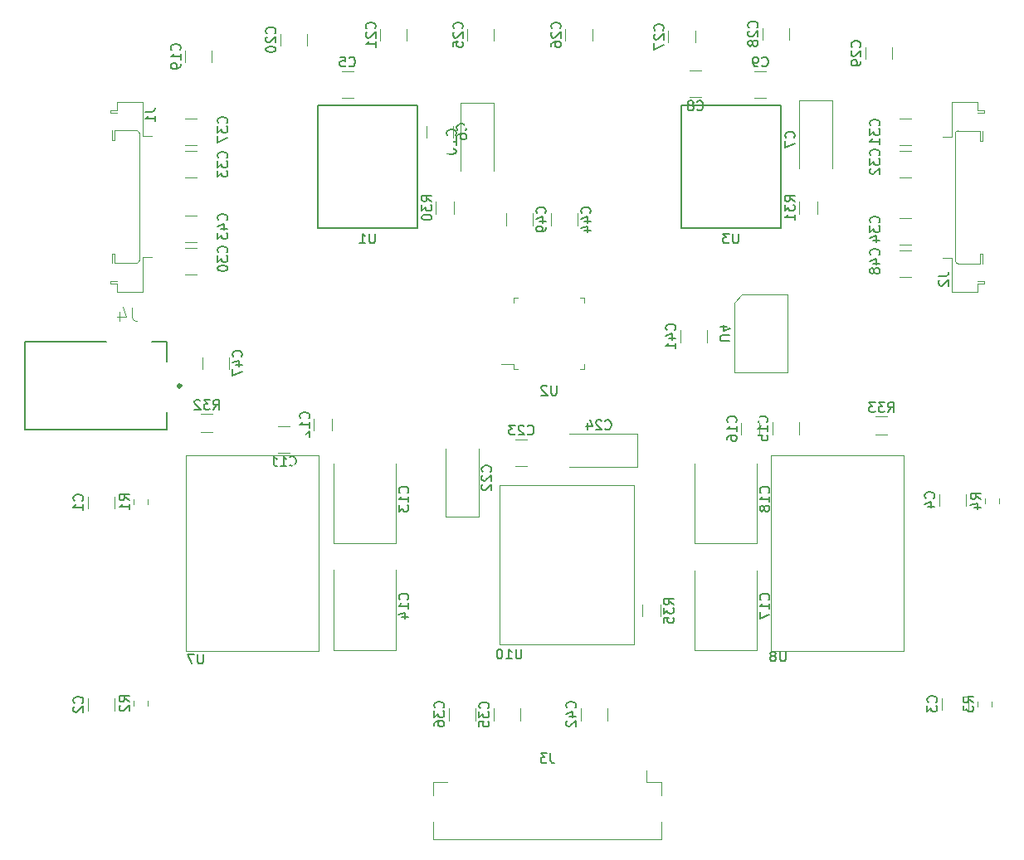
<source format=gbr>
%TF.GenerationSoftware,KiCad,Pcbnew,(5.1.5)-3*%
%TF.CreationDate,2020-05-13T22:14:54+03:00*%
%TF.ProjectId,dash-board,64617368-2d62-46f6-9172-642e6b696361,rev?*%
%TF.SameCoordinates,Original*%
%TF.FileFunction,Legend,Bot*%
%TF.FilePolarity,Positive*%
%FSLAX46Y46*%
G04 Gerber Fmt 4.6, Leading zero omitted, Abs format (unit mm)*
G04 Created by KiCad (PCBNEW (5.1.5)-3) date 2020-05-13 22:14:54*
%MOMM*%
%LPD*%
G04 APERTURE LIST*
%ADD10C,0.120000*%
%ADD11C,0.152400*%
%ADD12C,0.300000*%
%ADD13C,0.127000*%
%ADD14C,0.150000*%
%ADD15C,0.015000*%
%ADD16O,1.802000X1.802000*%
%ADD17R,1.802000X1.802000*%
%ADD18C,0.100000*%
%ADD19C,1.118000*%
%ADD20O,2.352000X4.602000*%
%ADD21O,4.102000X2.102000*%
%ADD22O,2.102000X4.102000*%
%ADD23C,2.262000*%
%ADD24C,2.102000*%
%ADD25R,0.702000X1.602000*%
%ADD26R,0.402000X1.402000*%
%ADD27R,1.902000X2.302000*%
G04 APERTURE END LIST*
D10*
X94460000Y-63897936D02*
X94460000Y-65102064D01*
X91740000Y-63897936D02*
X91740000Y-65102064D01*
X124560000Y-63797936D02*
X124560000Y-65002064D01*
X121840000Y-63797936D02*
X121840000Y-65002064D01*
X104460000Y-63897936D02*
X104460000Y-65102064D01*
X101740000Y-63897936D02*
X101740000Y-65102064D01*
D11*
X113538000Y-84264500D02*
X113538000Y-71691500D01*
X123698000Y-84264500D02*
X113538000Y-84264500D01*
X123698000Y-71691500D02*
X123698000Y-84264500D01*
X113538000Y-71691500D02*
X123698000Y-71691500D01*
X76454000Y-84264500D02*
X76454000Y-71691500D01*
X86614000Y-84264500D02*
X76454000Y-84264500D01*
X86614000Y-71691500D02*
X86614000Y-84264500D01*
X76454000Y-71691500D02*
X86614000Y-71691500D01*
D10*
X72385436Y-104440000D02*
X73589564Y-104440000D01*
X72385436Y-107160000D02*
X73589564Y-107160000D01*
D12*
X62498000Y-100330000D02*
G75*
G03X62498000Y-100330000I-150000J0D01*
G01*
D13*
X46598000Y-95830000D02*
X54848000Y-95830000D01*
X46598000Y-104830000D02*
X46598000Y-95830000D01*
X61098000Y-95830000D02*
X59548000Y-95830000D01*
X61098000Y-97830000D02*
X61098000Y-95830000D01*
X61098000Y-104830000D02*
X61098000Y-103030000D01*
X46598000Y-104830000D02*
X61098000Y-104830000D01*
D10*
X77910000Y-103697936D02*
X77910000Y-104902064D01*
X76090000Y-103697936D02*
X76090000Y-104902064D01*
X62994000Y-107444000D02*
X62994000Y-127384000D01*
X62994000Y-107444000D02*
X76584000Y-107444000D01*
X76584000Y-127384000D02*
X76584000Y-107444000D01*
X62994000Y-127384000D02*
X76584000Y-127384000D01*
X64680000Y-98609564D02*
X64680000Y-97405436D01*
X67400000Y-98609564D02*
X67400000Y-97405436D01*
X97118000Y-133292436D02*
X97118000Y-134496564D01*
X94398000Y-133292436D02*
X94398000Y-134496564D01*
X64138564Y-79084000D02*
X62934436Y-79084000D01*
X64138564Y-76364000D02*
X62934436Y-76364000D01*
X135060000Y-65797936D02*
X135060000Y-67002064D01*
X132340000Y-65797936D02*
X132340000Y-67002064D01*
X114960000Y-64085436D02*
X114960000Y-65289564D01*
X112240000Y-64085436D02*
X112240000Y-65289564D01*
X85560000Y-63897936D02*
X85560000Y-65102064D01*
X82840000Y-63897936D02*
X82840000Y-65102064D01*
X75360000Y-64397936D02*
X75360000Y-65602064D01*
X72640000Y-64397936D02*
X72640000Y-65602064D01*
X65660000Y-66097936D02*
X65660000Y-67302064D01*
X62940000Y-66097936D02*
X62940000Y-67302064D01*
X96466000Y-98156000D02*
X95176000Y-98156000D01*
X96466000Y-98606000D02*
X96466000Y-98156000D01*
X96916000Y-98606000D02*
X96466000Y-98606000D01*
X103686000Y-98606000D02*
X103686000Y-98156000D01*
X103236000Y-98606000D02*
X103686000Y-98606000D01*
X96466000Y-91386000D02*
X96466000Y-91836000D01*
X96916000Y-91386000D02*
X96466000Y-91386000D01*
X103686000Y-91386000D02*
X103686000Y-91836000D01*
X103236000Y-91386000D02*
X103686000Y-91386000D01*
X55296000Y-89876000D02*
X55996000Y-89876000D01*
X55296000Y-89626000D02*
X55296000Y-89876000D01*
X55996000Y-89626000D02*
X55296000Y-89626000D01*
X55996000Y-90726000D02*
X55996000Y-89876000D01*
X58646000Y-90726000D02*
X55996000Y-90726000D01*
X58646000Y-87226000D02*
X58646000Y-90726000D01*
X59546000Y-87226000D02*
X58646000Y-87226000D01*
X55296000Y-72226000D02*
X55996000Y-72226000D01*
X55296000Y-72476000D02*
X55296000Y-72226000D01*
X55996000Y-72476000D02*
X55296000Y-72476000D01*
X55996000Y-71376000D02*
X55996000Y-72226000D01*
X58646000Y-71376000D02*
X55996000Y-71376000D01*
X58646000Y-74876000D02*
X58646000Y-71376000D01*
X59546000Y-74876000D02*
X58646000Y-74876000D01*
X55496000Y-75276000D02*
X55496000Y-74276000D01*
X55746000Y-74276000D02*
X55746000Y-75276000D01*
X55746000Y-75276000D02*
X55496000Y-75276000D01*
X55746000Y-86826000D02*
X55746000Y-87826000D01*
X55496000Y-86826000D02*
X55746000Y-86826000D01*
X55496000Y-87826000D02*
X55496000Y-86826000D01*
X58246000Y-74526000D02*
G75*
G03X57996000Y-74276000I-250000J0D01*
G01*
X57996000Y-87826000D02*
G75*
G03X58246000Y-87576000I0J250000D01*
G01*
X57996000Y-74276000D02*
X55746000Y-74276000D01*
X58246000Y-87576000D02*
X58246000Y-74526000D01*
X55746000Y-87826000D02*
X57996000Y-87826000D01*
X144475000Y-72256000D02*
X143775000Y-72256000D01*
X144475000Y-72506000D02*
X144475000Y-72256000D01*
X143775000Y-72506000D02*
X144475000Y-72506000D01*
X143775000Y-71406000D02*
X143775000Y-72256000D01*
X141125000Y-71406000D02*
X143775000Y-71406000D01*
X141125000Y-74906000D02*
X141125000Y-71406000D01*
X140225000Y-74906000D02*
X141125000Y-74906000D01*
X144475000Y-89906000D02*
X143775000Y-89906000D01*
X144475000Y-89656000D02*
X144475000Y-89906000D01*
X143775000Y-89656000D02*
X144475000Y-89656000D01*
X143775000Y-90756000D02*
X143775000Y-89906000D01*
X141125000Y-90756000D02*
X143775000Y-90756000D01*
X141125000Y-87256000D02*
X141125000Y-90756000D01*
X140225000Y-87256000D02*
X141125000Y-87256000D01*
X144275000Y-86856000D02*
X144275000Y-87856000D01*
X144025000Y-87856000D02*
X144025000Y-86856000D01*
X144025000Y-86856000D02*
X144275000Y-86856000D01*
X144025000Y-75306000D02*
X144025000Y-74306000D01*
X144275000Y-75306000D02*
X144025000Y-75306000D01*
X144275000Y-74306000D02*
X144275000Y-75306000D01*
X141525000Y-87606000D02*
G75*
G03X141775000Y-87856000I250000J0D01*
G01*
X141775000Y-74306000D02*
G75*
G03X141525000Y-74556000I0J-250000D01*
G01*
X141775000Y-87856000D02*
X144025000Y-87856000D01*
X141525000Y-74556000D02*
X141525000Y-87606000D01*
X144025000Y-74306000D02*
X141775000Y-74306000D01*
X136274000Y-127384000D02*
X136274000Y-107444000D01*
X136274000Y-127384000D02*
X122684000Y-127384000D01*
X122684000Y-107444000D02*
X136274000Y-107444000D01*
X122684000Y-107444000D02*
X122684000Y-127384000D01*
X108718000Y-126742000D02*
X108718000Y-110492000D01*
X108718000Y-126742000D02*
X94998000Y-126742000D01*
X94998000Y-110492000D02*
X108718000Y-110492000D01*
X94998000Y-110492000D02*
X94998000Y-126742000D01*
X59130000Y-111930922D02*
X59130000Y-112448078D01*
X57710000Y-111930922D02*
X57710000Y-112448078D01*
X59130000Y-132504922D02*
X59130000Y-133022078D01*
X57710000Y-132504922D02*
X57710000Y-133022078D01*
X145998000Y-111833922D02*
X145998000Y-112351078D01*
X144578000Y-111833922D02*
X144578000Y-112351078D01*
X88498000Y-82768064D02*
X88498000Y-81563936D01*
X90318000Y-82768064D02*
X90318000Y-81563936D01*
X127402000Y-81563936D02*
X127402000Y-82768064D01*
X125582000Y-81563936D02*
X125582000Y-82768064D01*
X65750064Y-105050000D02*
X64545936Y-105050000D01*
X65750064Y-103230000D02*
X64545936Y-103230000D01*
X134584064Y-105304000D02*
X133379936Y-105304000D01*
X134584064Y-103484000D02*
X133379936Y-103484000D01*
X109590000Y-123902064D02*
X109590000Y-122697936D01*
X111410000Y-123902064D02*
X111410000Y-122697936D01*
X128964000Y-71239000D02*
X128964000Y-78174000D01*
X125544000Y-71239000D02*
X128964000Y-71239000D01*
X125544000Y-78174000D02*
X125544000Y-71239000D01*
X94420000Y-71493000D02*
X94420000Y-78428000D01*
X91000000Y-71493000D02*
X94420000Y-71493000D01*
X91000000Y-78428000D02*
X91000000Y-71493000D01*
X78120000Y-116434500D02*
X78120000Y-108249500D01*
X84440000Y-116434500D02*
X78120000Y-116434500D01*
X84440000Y-108249500D02*
X84440000Y-116434500D01*
X78120000Y-127331500D02*
X78120000Y-119146500D01*
X84440000Y-127331500D02*
X78120000Y-127331500D01*
X84440000Y-119146500D02*
X84440000Y-127331500D01*
X114950000Y-127356500D02*
X114950000Y-119171500D01*
X121270000Y-127356500D02*
X114950000Y-127356500D01*
X121270000Y-119171500D02*
X121270000Y-127356500D01*
X114950000Y-116434500D02*
X114950000Y-108249500D01*
X121270000Y-116434500D02*
X114950000Y-116434500D01*
X121270000Y-108249500D02*
X121270000Y-116434500D01*
X89476000Y-113685000D02*
X89476000Y-106750000D01*
X92896000Y-113685000D02*
X89476000Y-113685000D01*
X92896000Y-106750000D02*
X92896000Y-113685000D01*
X109081000Y-108644000D02*
X102146000Y-108644000D01*
X109081000Y-105224000D02*
X109081000Y-108644000D01*
X102146000Y-105224000D02*
X109081000Y-105224000D01*
X124371000Y-91046000D02*
X119761000Y-91046000D01*
X124371000Y-98946000D02*
X124371000Y-91046000D01*
X118961000Y-98946000D02*
X124371000Y-98946000D01*
X118961000Y-91846000D02*
X118961000Y-98946000D01*
X119761000Y-91046000D02*
X118961000Y-91846000D01*
X78897936Y-68240000D02*
X80102064Y-68240000D01*
X78897936Y-70960000D02*
X80102064Y-70960000D01*
X90260000Y-73785436D02*
X90260000Y-74989564D01*
X87540000Y-73785436D02*
X87540000Y-74989564D01*
X115614564Y-70860000D02*
X114410436Y-70860000D01*
X115614564Y-68140000D02*
X114410436Y-68140000D01*
X125560000Y-104085436D02*
X125560000Y-105289564D01*
X122840000Y-104085436D02*
X122840000Y-105289564D01*
X121510000Y-104097936D02*
X121510000Y-105302064D01*
X119690000Y-104097936D02*
X119690000Y-105302064D01*
X135832436Y-83222000D02*
X137036564Y-83222000D01*
X135832436Y-85942000D02*
X137036564Y-85942000D01*
X110040420Y-140802840D02*
X110040420Y-139602840D01*
X88230420Y-146602840D02*
X88230420Y-144862840D01*
X111530420Y-146602840D02*
X88230420Y-146602840D01*
X111530420Y-144862840D02*
X111530420Y-146602840D01*
X88230420Y-140802840D02*
X88230420Y-142142840D01*
X89720420Y-140802840D02*
X88230420Y-140802840D01*
X111530420Y-140802840D02*
X111530420Y-142142840D01*
X110040420Y-140802840D02*
X111530420Y-140802840D01*
X137036564Y-89244000D02*
X135832436Y-89244000D01*
X137036564Y-86524000D02*
X135832436Y-86524000D01*
X55716000Y-111629436D02*
X55716000Y-112833564D01*
X52996000Y-111629436D02*
X52996000Y-112833564D01*
X55716000Y-132276436D02*
X55716000Y-133480564D01*
X52996000Y-132276436D02*
X52996000Y-133480564D01*
X142838000Y-132203436D02*
X142838000Y-133407564D01*
X140118000Y-132203436D02*
X140118000Y-133407564D01*
X142584000Y-111375436D02*
X142584000Y-112579564D01*
X139864000Y-111375436D02*
X139864000Y-112579564D01*
X122231564Y-70956000D02*
X121027436Y-70956000D01*
X122231564Y-68236000D02*
X121027436Y-68236000D01*
X97847564Y-108548000D02*
X96643436Y-108548000D01*
X97847564Y-105828000D02*
X96643436Y-105828000D01*
X62934436Y-86270000D02*
X64138564Y-86270000D01*
X62934436Y-88990000D02*
X64138564Y-88990000D01*
X137036564Y-75782000D02*
X135832436Y-75782000D01*
X137036564Y-73062000D02*
X135832436Y-73062000D01*
X137036564Y-79084000D02*
X135832436Y-79084000D01*
X137036564Y-76364000D02*
X135832436Y-76364000D01*
X89826000Y-134496564D02*
X89826000Y-133292436D01*
X92546000Y-134496564D02*
X92546000Y-133292436D01*
X116168000Y-94684436D02*
X116168000Y-95888564D01*
X113448000Y-94684436D02*
X113448000Y-95888564D01*
X103288000Y-134496564D02*
X103288000Y-133292436D01*
X106008000Y-134496564D02*
X106008000Y-133292436D01*
X62934436Y-82968000D02*
X64138564Y-82968000D01*
X62934436Y-85688000D02*
X64138564Y-85688000D01*
X100240000Y-83950564D02*
X100240000Y-82746436D01*
X102960000Y-83950564D02*
X102960000Y-82746436D01*
X145236000Y-132589748D02*
X145236000Y-133112252D01*
X143816000Y-132589748D02*
X143816000Y-133112252D01*
X95668000Y-83950564D02*
X95668000Y-82746436D01*
X98388000Y-83950564D02*
X98388000Y-82746436D01*
X62934436Y-73062000D02*
X64138564Y-73062000D01*
X62934436Y-75782000D02*
X64138564Y-75782000D01*
D14*
X91177142Y-63857142D02*
X91224761Y-63809523D01*
X91272380Y-63666666D01*
X91272380Y-63571428D01*
X91224761Y-63428571D01*
X91129523Y-63333333D01*
X91034285Y-63285714D01*
X90843809Y-63238095D01*
X90700952Y-63238095D01*
X90510476Y-63285714D01*
X90415238Y-63333333D01*
X90320000Y-63428571D01*
X90272380Y-63571428D01*
X90272380Y-63666666D01*
X90320000Y-63809523D01*
X90367619Y-63857142D01*
X90367619Y-64238095D02*
X90320000Y-64285714D01*
X90272380Y-64380952D01*
X90272380Y-64619047D01*
X90320000Y-64714285D01*
X90367619Y-64761904D01*
X90462857Y-64809523D01*
X90558095Y-64809523D01*
X90700952Y-64761904D01*
X91272380Y-64190476D01*
X91272380Y-64809523D01*
X90272380Y-65714285D02*
X90272380Y-65238095D01*
X90748571Y-65190476D01*
X90700952Y-65238095D01*
X90653333Y-65333333D01*
X90653333Y-65571428D01*
X90700952Y-65666666D01*
X90748571Y-65714285D01*
X90843809Y-65761904D01*
X91081904Y-65761904D01*
X91177142Y-65714285D01*
X91224761Y-65666666D01*
X91272380Y-65571428D01*
X91272380Y-65333333D01*
X91224761Y-65238095D01*
X91177142Y-65190476D01*
X121277142Y-63757142D02*
X121324761Y-63709523D01*
X121372380Y-63566666D01*
X121372380Y-63471428D01*
X121324761Y-63328571D01*
X121229523Y-63233333D01*
X121134285Y-63185714D01*
X120943809Y-63138095D01*
X120800952Y-63138095D01*
X120610476Y-63185714D01*
X120515238Y-63233333D01*
X120420000Y-63328571D01*
X120372380Y-63471428D01*
X120372380Y-63566666D01*
X120420000Y-63709523D01*
X120467619Y-63757142D01*
X120467619Y-64138095D02*
X120420000Y-64185714D01*
X120372380Y-64280952D01*
X120372380Y-64519047D01*
X120420000Y-64614285D01*
X120467619Y-64661904D01*
X120562857Y-64709523D01*
X120658095Y-64709523D01*
X120800952Y-64661904D01*
X121372380Y-64090476D01*
X121372380Y-64709523D01*
X120800952Y-65280952D02*
X120753333Y-65185714D01*
X120705714Y-65138095D01*
X120610476Y-65090476D01*
X120562857Y-65090476D01*
X120467619Y-65138095D01*
X120420000Y-65185714D01*
X120372380Y-65280952D01*
X120372380Y-65471428D01*
X120420000Y-65566666D01*
X120467619Y-65614285D01*
X120562857Y-65661904D01*
X120610476Y-65661904D01*
X120705714Y-65614285D01*
X120753333Y-65566666D01*
X120800952Y-65471428D01*
X120800952Y-65280952D01*
X120848571Y-65185714D01*
X120896190Y-65138095D01*
X120991428Y-65090476D01*
X121181904Y-65090476D01*
X121277142Y-65138095D01*
X121324761Y-65185714D01*
X121372380Y-65280952D01*
X121372380Y-65471428D01*
X121324761Y-65566666D01*
X121277142Y-65614285D01*
X121181904Y-65661904D01*
X120991428Y-65661904D01*
X120896190Y-65614285D01*
X120848571Y-65566666D01*
X120800952Y-65471428D01*
X101177142Y-63857142D02*
X101224761Y-63809523D01*
X101272380Y-63666666D01*
X101272380Y-63571428D01*
X101224761Y-63428571D01*
X101129523Y-63333333D01*
X101034285Y-63285714D01*
X100843809Y-63238095D01*
X100700952Y-63238095D01*
X100510476Y-63285714D01*
X100415238Y-63333333D01*
X100320000Y-63428571D01*
X100272380Y-63571428D01*
X100272380Y-63666666D01*
X100320000Y-63809523D01*
X100367619Y-63857142D01*
X100367619Y-64238095D02*
X100320000Y-64285714D01*
X100272380Y-64380952D01*
X100272380Y-64619047D01*
X100320000Y-64714285D01*
X100367619Y-64761904D01*
X100462857Y-64809523D01*
X100558095Y-64809523D01*
X100700952Y-64761904D01*
X101272380Y-64190476D01*
X101272380Y-64809523D01*
X100272380Y-65666666D02*
X100272380Y-65476190D01*
X100320000Y-65380952D01*
X100367619Y-65333333D01*
X100510476Y-65238095D01*
X100700952Y-65190476D01*
X101081904Y-65190476D01*
X101177142Y-65238095D01*
X101224761Y-65285714D01*
X101272380Y-65380952D01*
X101272380Y-65571428D01*
X101224761Y-65666666D01*
X101177142Y-65714285D01*
X101081904Y-65761904D01*
X100843809Y-65761904D01*
X100748571Y-65714285D01*
X100700952Y-65666666D01*
X100653333Y-65571428D01*
X100653333Y-65380952D01*
X100700952Y-65285714D01*
X100748571Y-65238095D01*
X100843809Y-65190476D01*
X119379904Y-84796380D02*
X119379904Y-85605904D01*
X119332285Y-85701142D01*
X119284666Y-85748761D01*
X119189428Y-85796380D01*
X118998952Y-85796380D01*
X118903714Y-85748761D01*
X118856095Y-85701142D01*
X118808476Y-85605904D01*
X118808476Y-84796380D01*
X118427523Y-84796380D02*
X117808476Y-84796380D01*
X118141809Y-85177333D01*
X117998952Y-85177333D01*
X117903714Y-85224952D01*
X117856095Y-85272571D01*
X117808476Y-85367809D01*
X117808476Y-85605904D01*
X117856095Y-85701142D01*
X117903714Y-85748761D01*
X117998952Y-85796380D01*
X118284666Y-85796380D01*
X118379904Y-85748761D01*
X118427523Y-85701142D01*
X82295904Y-84796380D02*
X82295904Y-85605904D01*
X82248285Y-85701142D01*
X82200666Y-85748761D01*
X82105428Y-85796380D01*
X81914952Y-85796380D01*
X81819714Y-85748761D01*
X81772095Y-85701142D01*
X81724476Y-85605904D01*
X81724476Y-84796380D01*
X80724476Y-85796380D02*
X81295904Y-85796380D01*
X81010190Y-85796380D02*
X81010190Y-84796380D01*
X81105428Y-84939238D01*
X81200666Y-85034476D01*
X81295904Y-85082095D01*
X73630357Y-108437142D02*
X73677976Y-108484761D01*
X73820833Y-108532380D01*
X73916071Y-108532380D01*
X74058928Y-108484761D01*
X74154166Y-108389523D01*
X74201785Y-108294285D01*
X74249404Y-108103809D01*
X74249404Y-107960952D01*
X74201785Y-107770476D01*
X74154166Y-107675238D01*
X74058928Y-107580000D01*
X73916071Y-107532380D01*
X73820833Y-107532380D01*
X73677976Y-107580000D01*
X73630357Y-107627619D01*
X72677976Y-108532380D02*
X73249404Y-108532380D01*
X72963690Y-108532380D02*
X72963690Y-107532380D01*
X73058928Y-107675238D01*
X73154166Y-107770476D01*
X73249404Y-107818095D01*
X71725595Y-108532380D02*
X72297023Y-108532380D01*
X72011309Y-108532380D02*
X72011309Y-107532380D01*
X72106547Y-107675238D01*
X72201785Y-107770476D01*
X72297023Y-107818095D01*
D15*
X57489784Y-92324096D02*
X57489784Y-93324124D01*
X57556453Y-93524130D01*
X57689790Y-93657467D01*
X57889795Y-93724135D01*
X58023132Y-93724135D01*
X56223082Y-92790776D02*
X56223082Y-93724135D01*
X56556425Y-92257428D02*
X56889767Y-93257456D01*
X56023077Y-93257456D01*
D14*
X75537142Y-103657142D02*
X75584761Y-103609523D01*
X75632380Y-103466666D01*
X75632380Y-103371428D01*
X75584761Y-103228571D01*
X75489523Y-103133333D01*
X75394285Y-103085714D01*
X75203809Y-103038095D01*
X75060952Y-103038095D01*
X74870476Y-103085714D01*
X74775238Y-103133333D01*
X74680000Y-103228571D01*
X74632380Y-103371428D01*
X74632380Y-103466666D01*
X74680000Y-103609523D01*
X74727619Y-103657142D01*
X75632380Y-104609523D02*
X75632380Y-104038095D01*
X75632380Y-104323809D02*
X74632380Y-104323809D01*
X74775238Y-104228571D01*
X74870476Y-104133333D01*
X74918095Y-104038095D01*
X74727619Y-104990476D02*
X74680000Y-105038095D01*
X74632380Y-105133333D01*
X74632380Y-105371428D01*
X74680000Y-105466666D01*
X74727619Y-105514285D01*
X74822857Y-105561904D01*
X74918095Y-105561904D01*
X75060952Y-105514285D01*
X75632380Y-104942857D01*
X75632380Y-105561904D01*
X64769904Y-127722380D02*
X64769904Y-128531904D01*
X64722285Y-128627142D01*
X64674666Y-128674761D01*
X64579428Y-128722380D01*
X64388952Y-128722380D01*
X64293714Y-128674761D01*
X64246095Y-128627142D01*
X64198476Y-128531904D01*
X64198476Y-127722380D01*
X63817523Y-127722380D02*
X63150857Y-127722380D01*
X63579428Y-128722380D01*
X68677142Y-97364642D02*
X68724761Y-97317023D01*
X68772380Y-97174166D01*
X68772380Y-97078928D01*
X68724761Y-96936071D01*
X68629523Y-96840833D01*
X68534285Y-96793214D01*
X68343809Y-96745595D01*
X68200952Y-96745595D01*
X68010476Y-96793214D01*
X67915238Y-96840833D01*
X67820000Y-96936071D01*
X67772380Y-97078928D01*
X67772380Y-97174166D01*
X67820000Y-97317023D01*
X67867619Y-97364642D01*
X68105714Y-98221785D02*
X68772380Y-98221785D01*
X67724761Y-97983690D02*
X68439047Y-97745595D01*
X68439047Y-98364642D01*
X67772380Y-98650357D02*
X67772380Y-99317023D01*
X68772380Y-98888452D01*
X93835142Y-133251642D02*
X93882761Y-133204023D01*
X93930380Y-133061166D01*
X93930380Y-132965928D01*
X93882761Y-132823071D01*
X93787523Y-132727833D01*
X93692285Y-132680214D01*
X93501809Y-132632595D01*
X93358952Y-132632595D01*
X93168476Y-132680214D01*
X93073238Y-132727833D01*
X92978000Y-132823071D01*
X92930380Y-132965928D01*
X92930380Y-133061166D01*
X92978000Y-133204023D01*
X93025619Y-133251642D01*
X92930380Y-133584976D02*
X92930380Y-134204023D01*
X93311333Y-133870690D01*
X93311333Y-134013547D01*
X93358952Y-134108785D01*
X93406571Y-134156404D01*
X93501809Y-134204023D01*
X93739904Y-134204023D01*
X93835142Y-134156404D01*
X93882761Y-134108785D01*
X93930380Y-134013547D01*
X93930380Y-133727833D01*
X93882761Y-133632595D01*
X93835142Y-133584976D01*
X92930380Y-135108785D02*
X92930380Y-134632595D01*
X93406571Y-134584976D01*
X93358952Y-134632595D01*
X93311333Y-134727833D01*
X93311333Y-134965928D01*
X93358952Y-135061166D01*
X93406571Y-135108785D01*
X93501809Y-135156404D01*
X93739904Y-135156404D01*
X93835142Y-135108785D01*
X93882761Y-135061166D01*
X93930380Y-134965928D01*
X93930380Y-134727833D01*
X93882761Y-134632595D01*
X93835142Y-134584976D01*
X67159142Y-77081142D02*
X67206761Y-77033523D01*
X67254380Y-76890666D01*
X67254380Y-76795428D01*
X67206761Y-76652571D01*
X67111523Y-76557333D01*
X67016285Y-76509714D01*
X66825809Y-76462095D01*
X66682952Y-76462095D01*
X66492476Y-76509714D01*
X66397238Y-76557333D01*
X66302000Y-76652571D01*
X66254380Y-76795428D01*
X66254380Y-76890666D01*
X66302000Y-77033523D01*
X66349619Y-77081142D01*
X66254380Y-77414476D02*
X66254380Y-78033523D01*
X66635333Y-77700190D01*
X66635333Y-77843047D01*
X66682952Y-77938285D01*
X66730571Y-77985904D01*
X66825809Y-78033523D01*
X67063904Y-78033523D01*
X67159142Y-77985904D01*
X67206761Y-77938285D01*
X67254380Y-77843047D01*
X67254380Y-77557333D01*
X67206761Y-77462095D01*
X67159142Y-77414476D01*
X66254380Y-78366857D02*
X66254380Y-78985904D01*
X66635333Y-78652571D01*
X66635333Y-78795428D01*
X66682952Y-78890666D01*
X66730571Y-78938285D01*
X66825809Y-78985904D01*
X67063904Y-78985904D01*
X67159142Y-78938285D01*
X67206761Y-78890666D01*
X67254380Y-78795428D01*
X67254380Y-78509714D01*
X67206761Y-78414476D01*
X67159142Y-78366857D01*
X131777142Y-65757142D02*
X131824761Y-65709523D01*
X131872380Y-65566666D01*
X131872380Y-65471428D01*
X131824761Y-65328571D01*
X131729523Y-65233333D01*
X131634285Y-65185714D01*
X131443809Y-65138095D01*
X131300952Y-65138095D01*
X131110476Y-65185714D01*
X131015238Y-65233333D01*
X130920000Y-65328571D01*
X130872380Y-65471428D01*
X130872380Y-65566666D01*
X130920000Y-65709523D01*
X130967619Y-65757142D01*
X130967619Y-66138095D02*
X130920000Y-66185714D01*
X130872380Y-66280952D01*
X130872380Y-66519047D01*
X130920000Y-66614285D01*
X130967619Y-66661904D01*
X131062857Y-66709523D01*
X131158095Y-66709523D01*
X131300952Y-66661904D01*
X131872380Y-66090476D01*
X131872380Y-66709523D01*
X131872380Y-67185714D02*
X131872380Y-67376190D01*
X131824761Y-67471428D01*
X131777142Y-67519047D01*
X131634285Y-67614285D01*
X131443809Y-67661904D01*
X131062857Y-67661904D01*
X130967619Y-67614285D01*
X130920000Y-67566666D01*
X130872380Y-67471428D01*
X130872380Y-67280952D01*
X130920000Y-67185714D01*
X130967619Y-67138095D01*
X131062857Y-67090476D01*
X131300952Y-67090476D01*
X131396190Y-67138095D01*
X131443809Y-67185714D01*
X131491428Y-67280952D01*
X131491428Y-67471428D01*
X131443809Y-67566666D01*
X131396190Y-67614285D01*
X131300952Y-67661904D01*
X111677142Y-64044642D02*
X111724761Y-63997023D01*
X111772380Y-63854166D01*
X111772380Y-63758928D01*
X111724761Y-63616071D01*
X111629523Y-63520833D01*
X111534285Y-63473214D01*
X111343809Y-63425595D01*
X111200952Y-63425595D01*
X111010476Y-63473214D01*
X110915238Y-63520833D01*
X110820000Y-63616071D01*
X110772380Y-63758928D01*
X110772380Y-63854166D01*
X110820000Y-63997023D01*
X110867619Y-64044642D01*
X110867619Y-64425595D02*
X110820000Y-64473214D01*
X110772380Y-64568452D01*
X110772380Y-64806547D01*
X110820000Y-64901785D01*
X110867619Y-64949404D01*
X110962857Y-64997023D01*
X111058095Y-64997023D01*
X111200952Y-64949404D01*
X111772380Y-64377976D01*
X111772380Y-64997023D01*
X110772380Y-65330357D02*
X110772380Y-65997023D01*
X111772380Y-65568452D01*
X82277142Y-63857142D02*
X82324761Y-63809523D01*
X82372380Y-63666666D01*
X82372380Y-63571428D01*
X82324761Y-63428571D01*
X82229523Y-63333333D01*
X82134285Y-63285714D01*
X81943809Y-63238095D01*
X81800952Y-63238095D01*
X81610476Y-63285714D01*
X81515238Y-63333333D01*
X81420000Y-63428571D01*
X81372380Y-63571428D01*
X81372380Y-63666666D01*
X81420000Y-63809523D01*
X81467619Y-63857142D01*
X81467619Y-64238095D02*
X81420000Y-64285714D01*
X81372380Y-64380952D01*
X81372380Y-64619047D01*
X81420000Y-64714285D01*
X81467619Y-64761904D01*
X81562857Y-64809523D01*
X81658095Y-64809523D01*
X81800952Y-64761904D01*
X82372380Y-64190476D01*
X82372380Y-64809523D01*
X82372380Y-65761904D02*
X82372380Y-65190476D01*
X82372380Y-65476190D02*
X81372380Y-65476190D01*
X81515238Y-65380952D01*
X81610476Y-65285714D01*
X81658095Y-65190476D01*
X72077142Y-64357142D02*
X72124761Y-64309523D01*
X72172380Y-64166666D01*
X72172380Y-64071428D01*
X72124761Y-63928571D01*
X72029523Y-63833333D01*
X71934285Y-63785714D01*
X71743809Y-63738095D01*
X71600952Y-63738095D01*
X71410476Y-63785714D01*
X71315238Y-63833333D01*
X71220000Y-63928571D01*
X71172380Y-64071428D01*
X71172380Y-64166666D01*
X71220000Y-64309523D01*
X71267619Y-64357142D01*
X71267619Y-64738095D02*
X71220000Y-64785714D01*
X71172380Y-64880952D01*
X71172380Y-65119047D01*
X71220000Y-65214285D01*
X71267619Y-65261904D01*
X71362857Y-65309523D01*
X71458095Y-65309523D01*
X71600952Y-65261904D01*
X72172380Y-64690476D01*
X72172380Y-65309523D01*
X71172380Y-65928571D02*
X71172380Y-66023809D01*
X71220000Y-66119047D01*
X71267619Y-66166666D01*
X71362857Y-66214285D01*
X71553333Y-66261904D01*
X71791428Y-66261904D01*
X71981904Y-66214285D01*
X72077142Y-66166666D01*
X72124761Y-66119047D01*
X72172380Y-66023809D01*
X72172380Y-65928571D01*
X72124761Y-65833333D01*
X72077142Y-65785714D01*
X71981904Y-65738095D01*
X71791428Y-65690476D01*
X71553333Y-65690476D01*
X71362857Y-65738095D01*
X71267619Y-65785714D01*
X71220000Y-65833333D01*
X71172380Y-65928571D01*
X62377142Y-66057142D02*
X62424761Y-66009523D01*
X62472380Y-65866666D01*
X62472380Y-65771428D01*
X62424761Y-65628571D01*
X62329523Y-65533333D01*
X62234285Y-65485714D01*
X62043809Y-65438095D01*
X61900952Y-65438095D01*
X61710476Y-65485714D01*
X61615238Y-65533333D01*
X61520000Y-65628571D01*
X61472380Y-65771428D01*
X61472380Y-65866666D01*
X61520000Y-66009523D01*
X61567619Y-66057142D01*
X62472380Y-67009523D02*
X62472380Y-66438095D01*
X62472380Y-66723809D02*
X61472380Y-66723809D01*
X61615238Y-66628571D01*
X61710476Y-66533333D01*
X61758095Y-66438095D01*
X62472380Y-67485714D02*
X62472380Y-67676190D01*
X62424761Y-67771428D01*
X62377142Y-67819047D01*
X62234285Y-67914285D01*
X62043809Y-67961904D01*
X61662857Y-67961904D01*
X61567619Y-67914285D01*
X61520000Y-67866666D01*
X61472380Y-67771428D01*
X61472380Y-67580952D01*
X61520000Y-67485714D01*
X61567619Y-67438095D01*
X61662857Y-67390476D01*
X61900952Y-67390476D01*
X61996190Y-67438095D01*
X62043809Y-67485714D01*
X62091428Y-67580952D01*
X62091428Y-67771428D01*
X62043809Y-67866666D01*
X61996190Y-67914285D01*
X61900952Y-67961904D01*
X100837904Y-100298380D02*
X100837904Y-101107904D01*
X100790285Y-101203142D01*
X100742666Y-101250761D01*
X100647428Y-101298380D01*
X100456952Y-101298380D01*
X100361714Y-101250761D01*
X100314095Y-101203142D01*
X100266476Y-101107904D01*
X100266476Y-100298380D01*
X99837904Y-100393619D02*
X99790285Y-100346000D01*
X99695047Y-100298380D01*
X99456952Y-100298380D01*
X99361714Y-100346000D01*
X99314095Y-100393619D01*
X99266476Y-100488857D01*
X99266476Y-100584095D01*
X99314095Y-100726952D01*
X99885523Y-101298380D01*
X99266476Y-101298380D01*
X58848380Y-72342666D02*
X59562666Y-72342666D01*
X59705523Y-72295047D01*
X59800761Y-72199809D01*
X59848380Y-72056952D01*
X59848380Y-71961714D01*
X59848380Y-73342666D02*
X59848380Y-72771238D01*
X59848380Y-73056952D02*
X58848380Y-73056952D01*
X58991238Y-72961714D01*
X59086476Y-72866476D01*
X59134095Y-72771238D01*
X139827380Y-89122666D02*
X140541666Y-89122666D01*
X140684523Y-89075047D01*
X140779761Y-88979809D01*
X140827380Y-88836952D01*
X140827380Y-88741714D01*
X139922619Y-89551238D02*
X139875000Y-89598857D01*
X139827380Y-89694095D01*
X139827380Y-89932190D01*
X139875000Y-90027428D01*
X139922619Y-90075047D01*
X140017857Y-90122666D01*
X140113095Y-90122666D01*
X140255952Y-90075047D01*
X140827380Y-89503619D01*
X140827380Y-90122666D01*
X124205904Y-127468380D02*
X124205904Y-128277904D01*
X124158285Y-128373142D01*
X124110666Y-128420761D01*
X124015428Y-128468380D01*
X123824952Y-128468380D01*
X123729714Y-128420761D01*
X123682095Y-128373142D01*
X123634476Y-128277904D01*
X123634476Y-127468380D01*
X123015428Y-127896952D02*
X123110666Y-127849333D01*
X123158285Y-127801714D01*
X123205904Y-127706476D01*
X123205904Y-127658857D01*
X123158285Y-127563619D01*
X123110666Y-127516000D01*
X123015428Y-127468380D01*
X122824952Y-127468380D01*
X122729714Y-127516000D01*
X122682095Y-127563619D01*
X122634476Y-127658857D01*
X122634476Y-127706476D01*
X122682095Y-127801714D01*
X122729714Y-127849333D01*
X122824952Y-127896952D01*
X123015428Y-127896952D01*
X123110666Y-127944571D01*
X123158285Y-127992190D01*
X123205904Y-128087428D01*
X123205904Y-128277904D01*
X123158285Y-128373142D01*
X123110666Y-128420761D01*
X123015428Y-128468380D01*
X122824952Y-128468380D01*
X122729714Y-128420761D01*
X122682095Y-128373142D01*
X122634476Y-128277904D01*
X122634476Y-128087428D01*
X122682095Y-127992190D01*
X122729714Y-127944571D01*
X122824952Y-127896952D01*
X97250095Y-127214380D02*
X97250095Y-128023904D01*
X97202476Y-128119142D01*
X97154857Y-128166761D01*
X97059619Y-128214380D01*
X96869142Y-128214380D01*
X96773904Y-128166761D01*
X96726285Y-128119142D01*
X96678666Y-128023904D01*
X96678666Y-127214380D01*
X95678666Y-128214380D02*
X96250095Y-128214380D01*
X95964380Y-128214380D02*
X95964380Y-127214380D01*
X96059619Y-127357238D01*
X96154857Y-127452476D01*
X96250095Y-127500095D01*
X95059619Y-127214380D02*
X94964380Y-127214380D01*
X94869142Y-127262000D01*
X94821523Y-127309619D01*
X94773904Y-127404857D01*
X94726285Y-127595333D01*
X94726285Y-127833428D01*
X94773904Y-128023904D01*
X94821523Y-128119142D01*
X94869142Y-128166761D01*
X94964380Y-128214380D01*
X95059619Y-128214380D01*
X95154857Y-128166761D01*
X95202476Y-128119142D01*
X95250095Y-128023904D01*
X95297714Y-127833428D01*
X95297714Y-127595333D01*
X95250095Y-127404857D01*
X95202476Y-127309619D01*
X95154857Y-127262000D01*
X95059619Y-127214380D01*
X57222380Y-112022833D02*
X56746190Y-111689500D01*
X57222380Y-111451404D02*
X56222380Y-111451404D01*
X56222380Y-111832357D01*
X56270000Y-111927595D01*
X56317619Y-111975214D01*
X56412857Y-112022833D01*
X56555714Y-112022833D01*
X56650952Y-111975214D01*
X56698571Y-111927595D01*
X56746190Y-111832357D01*
X56746190Y-111451404D01*
X57222380Y-112975214D02*
X57222380Y-112403785D01*
X57222380Y-112689500D02*
X56222380Y-112689500D01*
X56365238Y-112594261D01*
X56460476Y-112499023D01*
X56508095Y-112403785D01*
X57222380Y-132596833D02*
X56746190Y-132263500D01*
X57222380Y-132025404D02*
X56222380Y-132025404D01*
X56222380Y-132406357D01*
X56270000Y-132501595D01*
X56317619Y-132549214D01*
X56412857Y-132596833D01*
X56555714Y-132596833D01*
X56650952Y-132549214D01*
X56698571Y-132501595D01*
X56746190Y-132406357D01*
X56746190Y-132025404D01*
X56317619Y-132977785D02*
X56270000Y-133025404D01*
X56222380Y-133120642D01*
X56222380Y-133358738D01*
X56270000Y-133453976D01*
X56317619Y-133501595D01*
X56412857Y-133549214D01*
X56508095Y-133549214D01*
X56650952Y-133501595D01*
X57222380Y-132930166D01*
X57222380Y-133549214D01*
X144090380Y-111925833D02*
X143614190Y-111592500D01*
X144090380Y-111354404D02*
X143090380Y-111354404D01*
X143090380Y-111735357D01*
X143138000Y-111830595D01*
X143185619Y-111878214D01*
X143280857Y-111925833D01*
X143423714Y-111925833D01*
X143518952Y-111878214D01*
X143566571Y-111830595D01*
X143614190Y-111735357D01*
X143614190Y-111354404D01*
X143423714Y-112782976D02*
X144090380Y-112782976D01*
X143042761Y-112544880D02*
X143757047Y-112306785D01*
X143757047Y-112925833D01*
X88082380Y-81523142D02*
X87606190Y-81189809D01*
X88082380Y-80951714D02*
X87082380Y-80951714D01*
X87082380Y-81332666D01*
X87130000Y-81427904D01*
X87177619Y-81475523D01*
X87272857Y-81523142D01*
X87415714Y-81523142D01*
X87510952Y-81475523D01*
X87558571Y-81427904D01*
X87606190Y-81332666D01*
X87606190Y-80951714D01*
X87082380Y-81856476D02*
X87082380Y-82475523D01*
X87463333Y-82142190D01*
X87463333Y-82285047D01*
X87510952Y-82380285D01*
X87558571Y-82427904D01*
X87653809Y-82475523D01*
X87891904Y-82475523D01*
X87987142Y-82427904D01*
X88034761Y-82380285D01*
X88082380Y-82285047D01*
X88082380Y-81999333D01*
X88034761Y-81904095D01*
X87987142Y-81856476D01*
X87082380Y-83094571D02*
X87082380Y-83189809D01*
X87130000Y-83285047D01*
X87177619Y-83332666D01*
X87272857Y-83380285D01*
X87463333Y-83427904D01*
X87701428Y-83427904D01*
X87891904Y-83380285D01*
X87987142Y-83332666D01*
X88034761Y-83285047D01*
X88082380Y-83189809D01*
X88082380Y-83094571D01*
X88034761Y-82999333D01*
X87987142Y-82951714D01*
X87891904Y-82904095D01*
X87701428Y-82856476D01*
X87463333Y-82856476D01*
X87272857Y-82904095D01*
X87177619Y-82951714D01*
X87130000Y-82999333D01*
X87082380Y-83094571D01*
X125124380Y-81523142D02*
X124648190Y-81189809D01*
X125124380Y-80951714D02*
X124124380Y-80951714D01*
X124124380Y-81332666D01*
X124172000Y-81427904D01*
X124219619Y-81475523D01*
X124314857Y-81523142D01*
X124457714Y-81523142D01*
X124552952Y-81475523D01*
X124600571Y-81427904D01*
X124648190Y-81332666D01*
X124648190Y-80951714D01*
X124124380Y-81856476D02*
X124124380Y-82475523D01*
X124505333Y-82142190D01*
X124505333Y-82285047D01*
X124552952Y-82380285D01*
X124600571Y-82427904D01*
X124695809Y-82475523D01*
X124933904Y-82475523D01*
X125029142Y-82427904D01*
X125076761Y-82380285D01*
X125124380Y-82285047D01*
X125124380Y-81999333D01*
X125076761Y-81904095D01*
X125029142Y-81856476D01*
X125124380Y-83427904D02*
X125124380Y-82856476D01*
X125124380Y-83142190D02*
X124124380Y-83142190D01*
X124267238Y-83046952D01*
X124362476Y-82951714D01*
X124410095Y-82856476D01*
X65790857Y-102772380D02*
X66124190Y-102296190D01*
X66362285Y-102772380D02*
X66362285Y-101772380D01*
X65981333Y-101772380D01*
X65886095Y-101820000D01*
X65838476Y-101867619D01*
X65790857Y-101962857D01*
X65790857Y-102105714D01*
X65838476Y-102200952D01*
X65886095Y-102248571D01*
X65981333Y-102296190D01*
X66362285Y-102296190D01*
X65457523Y-101772380D02*
X64838476Y-101772380D01*
X65171809Y-102153333D01*
X65028952Y-102153333D01*
X64933714Y-102200952D01*
X64886095Y-102248571D01*
X64838476Y-102343809D01*
X64838476Y-102581904D01*
X64886095Y-102677142D01*
X64933714Y-102724761D01*
X65028952Y-102772380D01*
X65314666Y-102772380D01*
X65409904Y-102724761D01*
X65457523Y-102677142D01*
X64457523Y-101867619D02*
X64409904Y-101820000D01*
X64314666Y-101772380D01*
X64076571Y-101772380D01*
X63981333Y-101820000D01*
X63933714Y-101867619D01*
X63886095Y-101962857D01*
X63886095Y-102058095D01*
X63933714Y-102200952D01*
X64505142Y-102772380D01*
X63886095Y-102772380D01*
X134624857Y-103026380D02*
X134958190Y-102550190D01*
X135196285Y-103026380D02*
X135196285Y-102026380D01*
X134815333Y-102026380D01*
X134720095Y-102074000D01*
X134672476Y-102121619D01*
X134624857Y-102216857D01*
X134624857Y-102359714D01*
X134672476Y-102454952D01*
X134720095Y-102502571D01*
X134815333Y-102550190D01*
X135196285Y-102550190D01*
X134291523Y-102026380D02*
X133672476Y-102026380D01*
X134005809Y-102407333D01*
X133862952Y-102407333D01*
X133767714Y-102454952D01*
X133720095Y-102502571D01*
X133672476Y-102597809D01*
X133672476Y-102835904D01*
X133720095Y-102931142D01*
X133767714Y-102978761D01*
X133862952Y-103026380D01*
X134148666Y-103026380D01*
X134243904Y-102978761D01*
X134291523Y-102931142D01*
X133339142Y-102026380D02*
X132720095Y-102026380D01*
X133053428Y-102407333D01*
X132910571Y-102407333D01*
X132815333Y-102454952D01*
X132767714Y-102502571D01*
X132720095Y-102597809D01*
X132720095Y-102835904D01*
X132767714Y-102931142D01*
X132815333Y-102978761D01*
X132910571Y-103026380D01*
X133196285Y-103026380D01*
X133291523Y-102978761D01*
X133339142Y-102931142D01*
X112772380Y-122657142D02*
X112296190Y-122323809D01*
X112772380Y-122085714D02*
X111772380Y-122085714D01*
X111772380Y-122466666D01*
X111820000Y-122561904D01*
X111867619Y-122609523D01*
X111962857Y-122657142D01*
X112105714Y-122657142D01*
X112200952Y-122609523D01*
X112248571Y-122561904D01*
X112296190Y-122466666D01*
X112296190Y-122085714D01*
X111772380Y-122990476D02*
X111772380Y-123609523D01*
X112153333Y-123276190D01*
X112153333Y-123419047D01*
X112200952Y-123514285D01*
X112248571Y-123561904D01*
X112343809Y-123609523D01*
X112581904Y-123609523D01*
X112677142Y-123561904D01*
X112724761Y-123514285D01*
X112772380Y-123419047D01*
X112772380Y-123133333D01*
X112724761Y-123038095D01*
X112677142Y-122990476D01*
X111772380Y-124514285D02*
X111772380Y-124038095D01*
X112248571Y-123990476D01*
X112200952Y-124038095D01*
X112153333Y-124133333D01*
X112153333Y-124371428D01*
X112200952Y-124466666D01*
X112248571Y-124514285D01*
X112343809Y-124561904D01*
X112581904Y-124561904D01*
X112677142Y-124514285D01*
X112724761Y-124466666D01*
X112772380Y-124371428D01*
X112772380Y-124133333D01*
X112724761Y-124038095D01*
X112677142Y-123990476D01*
X125061142Y-75007333D02*
X125108761Y-74959714D01*
X125156380Y-74816857D01*
X125156380Y-74721619D01*
X125108761Y-74578761D01*
X125013523Y-74483523D01*
X124918285Y-74435904D01*
X124727809Y-74388285D01*
X124584952Y-74388285D01*
X124394476Y-74435904D01*
X124299238Y-74483523D01*
X124204000Y-74578761D01*
X124156380Y-74721619D01*
X124156380Y-74816857D01*
X124204000Y-74959714D01*
X124251619Y-75007333D01*
X124156380Y-75340666D02*
X124156380Y-76007333D01*
X125156380Y-75578761D01*
X90517142Y-74785142D02*
X90564761Y-74737523D01*
X90612380Y-74594666D01*
X90612380Y-74499428D01*
X90564761Y-74356571D01*
X90469523Y-74261333D01*
X90374285Y-74213714D01*
X90183809Y-74166095D01*
X90040952Y-74166095D01*
X89850476Y-74213714D01*
X89755238Y-74261333D01*
X89660000Y-74356571D01*
X89612380Y-74499428D01*
X89612380Y-74594666D01*
X89660000Y-74737523D01*
X89707619Y-74785142D01*
X90612380Y-75737523D02*
X90612380Y-75166095D01*
X90612380Y-75451809D02*
X89612380Y-75451809D01*
X89755238Y-75356571D01*
X89850476Y-75261333D01*
X89898095Y-75166095D01*
X89612380Y-76356571D02*
X89612380Y-76451809D01*
X89660000Y-76547047D01*
X89707619Y-76594666D01*
X89802857Y-76642285D01*
X89993333Y-76689904D01*
X90231428Y-76689904D01*
X90421904Y-76642285D01*
X90517142Y-76594666D01*
X90564761Y-76547047D01*
X90612380Y-76451809D01*
X90612380Y-76356571D01*
X90564761Y-76261333D01*
X90517142Y-76213714D01*
X90421904Y-76166095D01*
X90231428Y-76118476D01*
X89993333Y-76118476D01*
X89802857Y-76166095D01*
X89707619Y-76213714D01*
X89660000Y-76261333D01*
X89612380Y-76356571D01*
X85637142Y-111256642D02*
X85684761Y-111209023D01*
X85732380Y-111066166D01*
X85732380Y-110970928D01*
X85684761Y-110828071D01*
X85589523Y-110732833D01*
X85494285Y-110685214D01*
X85303809Y-110637595D01*
X85160952Y-110637595D01*
X84970476Y-110685214D01*
X84875238Y-110732833D01*
X84780000Y-110828071D01*
X84732380Y-110970928D01*
X84732380Y-111066166D01*
X84780000Y-111209023D01*
X84827619Y-111256642D01*
X85732380Y-112209023D02*
X85732380Y-111637595D01*
X85732380Y-111923309D02*
X84732380Y-111923309D01*
X84875238Y-111828071D01*
X84970476Y-111732833D01*
X85018095Y-111637595D01*
X84732380Y-112542357D02*
X84732380Y-113161404D01*
X85113333Y-112828071D01*
X85113333Y-112970928D01*
X85160952Y-113066166D01*
X85208571Y-113113785D01*
X85303809Y-113161404D01*
X85541904Y-113161404D01*
X85637142Y-113113785D01*
X85684761Y-113066166D01*
X85732380Y-112970928D01*
X85732380Y-112685214D01*
X85684761Y-112589976D01*
X85637142Y-112542357D01*
X85637142Y-122153642D02*
X85684761Y-122106023D01*
X85732380Y-121963166D01*
X85732380Y-121867928D01*
X85684761Y-121725071D01*
X85589523Y-121629833D01*
X85494285Y-121582214D01*
X85303809Y-121534595D01*
X85160952Y-121534595D01*
X84970476Y-121582214D01*
X84875238Y-121629833D01*
X84780000Y-121725071D01*
X84732380Y-121867928D01*
X84732380Y-121963166D01*
X84780000Y-122106023D01*
X84827619Y-122153642D01*
X85732380Y-123106023D02*
X85732380Y-122534595D01*
X85732380Y-122820309D02*
X84732380Y-122820309D01*
X84875238Y-122725071D01*
X84970476Y-122629833D01*
X85018095Y-122534595D01*
X85065714Y-123963166D02*
X85732380Y-123963166D01*
X84684761Y-123725071D02*
X85399047Y-123486976D01*
X85399047Y-124106023D01*
X122467142Y-122178642D02*
X122514761Y-122131023D01*
X122562380Y-121988166D01*
X122562380Y-121892928D01*
X122514761Y-121750071D01*
X122419523Y-121654833D01*
X122324285Y-121607214D01*
X122133809Y-121559595D01*
X121990952Y-121559595D01*
X121800476Y-121607214D01*
X121705238Y-121654833D01*
X121610000Y-121750071D01*
X121562380Y-121892928D01*
X121562380Y-121988166D01*
X121610000Y-122131023D01*
X121657619Y-122178642D01*
X122562380Y-123131023D02*
X122562380Y-122559595D01*
X122562380Y-122845309D02*
X121562380Y-122845309D01*
X121705238Y-122750071D01*
X121800476Y-122654833D01*
X121848095Y-122559595D01*
X121562380Y-123464357D02*
X121562380Y-124131023D01*
X122562380Y-123702452D01*
X122467142Y-111256642D02*
X122514761Y-111209023D01*
X122562380Y-111066166D01*
X122562380Y-110970928D01*
X122514761Y-110828071D01*
X122419523Y-110732833D01*
X122324285Y-110685214D01*
X122133809Y-110637595D01*
X121990952Y-110637595D01*
X121800476Y-110685214D01*
X121705238Y-110732833D01*
X121610000Y-110828071D01*
X121562380Y-110970928D01*
X121562380Y-111066166D01*
X121610000Y-111209023D01*
X121657619Y-111256642D01*
X122562380Y-112209023D02*
X122562380Y-111637595D01*
X122562380Y-111923309D02*
X121562380Y-111923309D01*
X121705238Y-111828071D01*
X121800476Y-111732833D01*
X121848095Y-111637595D01*
X121990952Y-112780452D02*
X121943333Y-112685214D01*
X121895714Y-112637595D01*
X121800476Y-112589976D01*
X121752857Y-112589976D01*
X121657619Y-112637595D01*
X121610000Y-112685214D01*
X121562380Y-112780452D01*
X121562380Y-112970928D01*
X121610000Y-113066166D01*
X121657619Y-113113785D01*
X121752857Y-113161404D01*
X121800476Y-113161404D01*
X121895714Y-113113785D01*
X121943333Y-113066166D01*
X121990952Y-112970928D01*
X121990952Y-112780452D01*
X122038571Y-112685214D01*
X122086190Y-112637595D01*
X122181428Y-112589976D01*
X122371904Y-112589976D01*
X122467142Y-112637595D01*
X122514761Y-112685214D01*
X122562380Y-112780452D01*
X122562380Y-112970928D01*
X122514761Y-113066166D01*
X122467142Y-113113785D01*
X122371904Y-113161404D01*
X122181428Y-113161404D01*
X122086190Y-113113785D01*
X122038571Y-113066166D01*
X121990952Y-112970928D01*
X94093142Y-109107142D02*
X94140761Y-109059523D01*
X94188380Y-108916666D01*
X94188380Y-108821428D01*
X94140761Y-108678571D01*
X94045523Y-108583333D01*
X93950285Y-108535714D01*
X93759809Y-108488095D01*
X93616952Y-108488095D01*
X93426476Y-108535714D01*
X93331238Y-108583333D01*
X93236000Y-108678571D01*
X93188380Y-108821428D01*
X93188380Y-108916666D01*
X93236000Y-109059523D01*
X93283619Y-109107142D01*
X93283619Y-109488095D02*
X93236000Y-109535714D01*
X93188380Y-109630952D01*
X93188380Y-109869047D01*
X93236000Y-109964285D01*
X93283619Y-110011904D01*
X93378857Y-110059523D01*
X93474095Y-110059523D01*
X93616952Y-110011904D01*
X94188380Y-109440476D01*
X94188380Y-110059523D01*
X93283619Y-110440476D02*
X93236000Y-110488095D01*
X93188380Y-110583333D01*
X93188380Y-110821428D01*
X93236000Y-110916666D01*
X93283619Y-110964285D01*
X93378857Y-111011904D01*
X93474095Y-111011904D01*
X93616952Y-110964285D01*
X94188380Y-110392857D01*
X94188380Y-111011904D01*
X105788857Y-104741142D02*
X105836476Y-104788761D01*
X105979333Y-104836380D01*
X106074571Y-104836380D01*
X106217428Y-104788761D01*
X106312666Y-104693523D01*
X106360285Y-104598285D01*
X106407904Y-104407809D01*
X106407904Y-104264952D01*
X106360285Y-104074476D01*
X106312666Y-103979238D01*
X106217428Y-103884000D01*
X106074571Y-103836380D01*
X105979333Y-103836380D01*
X105836476Y-103884000D01*
X105788857Y-103931619D01*
X105407904Y-103931619D02*
X105360285Y-103884000D01*
X105265047Y-103836380D01*
X105026952Y-103836380D01*
X104931714Y-103884000D01*
X104884095Y-103931619D01*
X104836476Y-104026857D01*
X104836476Y-104122095D01*
X104884095Y-104264952D01*
X105455523Y-104836380D01*
X104836476Y-104836380D01*
X103979333Y-104169714D02*
X103979333Y-104836380D01*
X104217428Y-103788761D02*
X104455523Y-104503047D01*
X103836476Y-104503047D01*
X118508619Y-95757904D02*
X117699095Y-95757904D01*
X117603857Y-95710285D01*
X117556238Y-95662666D01*
X117508619Y-95567428D01*
X117508619Y-95376952D01*
X117556238Y-95281714D01*
X117603857Y-95234095D01*
X117699095Y-95186476D01*
X118508619Y-95186476D01*
X118175285Y-94281714D02*
X117508619Y-94281714D01*
X118556238Y-94519809D02*
X117841952Y-94757904D01*
X117841952Y-94138857D01*
X79666666Y-67671142D02*
X79714285Y-67718761D01*
X79857142Y-67766380D01*
X79952380Y-67766380D01*
X80095238Y-67718761D01*
X80190476Y-67623523D01*
X80238095Y-67528285D01*
X80285714Y-67337809D01*
X80285714Y-67194952D01*
X80238095Y-67004476D01*
X80190476Y-66909238D01*
X80095238Y-66814000D01*
X79952380Y-66766380D01*
X79857142Y-66766380D01*
X79714285Y-66814000D01*
X79666666Y-66861619D01*
X78761904Y-66766380D02*
X79238095Y-66766380D01*
X79285714Y-67242571D01*
X79238095Y-67194952D01*
X79142857Y-67147333D01*
X78904761Y-67147333D01*
X78809523Y-67194952D01*
X78761904Y-67242571D01*
X78714285Y-67337809D01*
X78714285Y-67575904D01*
X78761904Y-67671142D01*
X78809523Y-67718761D01*
X78904761Y-67766380D01*
X79142857Y-67766380D01*
X79238095Y-67718761D01*
X79285714Y-67671142D01*
X91543142Y-74220833D02*
X91590761Y-74173214D01*
X91638380Y-74030357D01*
X91638380Y-73935119D01*
X91590761Y-73792261D01*
X91495523Y-73697023D01*
X91400285Y-73649404D01*
X91209809Y-73601785D01*
X91066952Y-73601785D01*
X90876476Y-73649404D01*
X90781238Y-73697023D01*
X90686000Y-73792261D01*
X90638380Y-73935119D01*
X90638380Y-74030357D01*
X90686000Y-74173214D01*
X90733619Y-74220833D01*
X90638380Y-75077976D02*
X90638380Y-74887500D01*
X90686000Y-74792261D01*
X90733619Y-74744642D01*
X90876476Y-74649404D01*
X91066952Y-74601785D01*
X91447904Y-74601785D01*
X91543142Y-74649404D01*
X91590761Y-74697023D01*
X91638380Y-74792261D01*
X91638380Y-74982738D01*
X91590761Y-75077976D01*
X91543142Y-75125595D01*
X91447904Y-75173214D01*
X91209809Y-75173214D01*
X91114571Y-75125595D01*
X91066952Y-75077976D01*
X91019333Y-74982738D01*
X91019333Y-74792261D01*
X91066952Y-74697023D01*
X91114571Y-74649404D01*
X91209809Y-74601785D01*
X115179166Y-72143142D02*
X115226785Y-72190761D01*
X115369642Y-72238380D01*
X115464880Y-72238380D01*
X115607738Y-72190761D01*
X115702976Y-72095523D01*
X115750595Y-72000285D01*
X115798214Y-71809809D01*
X115798214Y-71666952D01*
X115750595Y-71476476D01*
X115702976Y-71381238D01*
X115607738Y-71286000D01*
X115464880Y-71238380D01*
X115369642Y-71238380D01*
X115226785Y-71286000D01*
X115179166Y-71333619D01*
X114607738Y-71666952D02*
X114702976Y-71619333D01*
X114750595Y-71571714D01*
X114798214Y-71476476D01*
X114798214Y-71428857D01*
X114750595Y-71333619D01*
X114702976Y-71286000D01*
X114607738Y-71238380D01*
X114417261Y-71238380D01*
X114322023Y-71286000D01*
X114274404Y-71333619D01*
X114226785Y-71428857D01*
X114226785Y-71476476D01*
X114274404Y-71571714D01*
X114322023Y-71619333D01*
X114417261Y-71666952D01*
X114607738Y-71666952D01*
X114702976Y-71714571D01*
X114750595Y-71762190D01*
X114798214Y-71857428D01*
X114798214Y-72047904D01*
X114750595Y-72143142D01*
X114702976Y-72190761D01*
X114607738Y-72238380D01*
X114417261Y-72238380D01*
X114322023Y-72190761D01*
X114274404Y-72143142D01*
X114226785Y-72047904D01*
X114226785Y-71857428D01*
X114274404Y-71762190D01*
X114322023Y-71714571D01*
X114417261Y-71666952D01*
X122277142Y-104044642D02*
X122324761Y-103997023D01*
X122372380Y-103854166D01*
X122372380Y-103758928D01*
X122324761Y-103616071D01*
X122229523Y-103520833D01*
X122134285Y-103473214D01*
X121943809Y-103425595D01*
X121800952Y-103425595D01*
X121610476Y-103473214D01*
X121515238Y-103520833D01*
X121420000Y-103616071D01*
X121372380Y-103758928D01*
X121372380Y-103854166D01*
X121420000Y-103997023D01*
X121467619Y-104044642D01*
X122372380Y-104997023D02*
X122372380Y-104425595D01*
X122372380Y-104711309D02*
X121372380Y-104711309D01*
X121515238Y-104616071D01*
X121610476Y-104520833D01*
X121658095Y-104425595D01*
X121372380Y-105901785D02*
X121372380Y-105425595D01*
X121848571Y-105377976D01*
X121800952Y-105425595D01*
X121753333Y-105520833D01*
X121753333Y-105758928D01*
X121800952Y-105854166D01*
X121848571Y-105901785D01*
X121943809Y-105949404D01*
X122181904Y-105949404D01*
X122277142Y-105901785D01*
X122324761Y-105854166D01*
X122372380Y-105758928D01*
X122372380Y-105520833D01*
X122324761Y-105425595D01*
X122277142Y-105377976D01*
X119137142Y-104057142D02*
X119184761Y-104009523D01*
X119232380Y-103866666D01*
X119232380Y-103771428D01*
X119184761Y-103628571D01*
X119089523Y-103533333D01*
X118994285Y-103485714D01*
X118803809Y-103438095D01*
X118660952Y-103438095D01*
X118470476Y-103485714D01*
X118375238Y-103533333D01*
X118280000Y-103628571D01*
X118232380Y-103771428D01*
X118232380Y-103866666D01*
X118280000Y-104009523D01*
X118327619Y-104057142D01*
X119232380Y-105009523D02*
X119232380Y-104438095D01*
X119232380Y-104723809D02*
X118232380Y-104723809D01*
X118375238Y-104628571D01*
X118470476Y-104533333D01*
X118518095Y-104438095D01*
X118232380Y-105866666D02*
X118232380Y-105676190D01*
X118280000Y-105580952D01*
X118327619Y-105533333D01*
X118470476Y-105438095D01*
X118660952Y-105390476D01*
X119041904Y-105390476D01*
X119137142Y-105438095D01*
X119184761Y-105485714D01*
X119232380Y-105580952D01*
X119232380Y-105771428D01*
X119184761Y-105866666D01*
X119137142Y-105914285D01*
X119041904Y-105961904D01*
X118803809Y-105961904D01*
X118708571Y-105914285D01*
X118660952Y-105866666D01*
X118613333Y-105771428D01*
X118613333Y-105580952D01*
X118660952Y-105485714D01*
X118708571Y-105438095D01*
X118803809Y-105390476D01*
X133707142Y-83685142D02*
X133754761Y-83637523D01*
X133802380Y-83494666D01*
X133802380Y-83399428D01*
X133754761Y-83256571D01*
X133659523Y-83161333D01*
X133564285Y-83113714D01*
X133373809Y-83066095D01*
X133230952Y-83066095D01*
X133040476Y-83113714D01*
X132945238Y-83161333D01*
X132850000Y-83256571D01*
X132802380Y-83399428D01*
X132802380Y-83494666D01*
X132850000Y-83637523D01*
X132897619Y-83685142D01*
X132802380Y-84018476D02*
X132802380Y-84637523D01*
X133183333Y-84304190D01*
X133183333Y-84447047D01*
X133230952Y-84542285D01*
X133278571Y-84589904D01*
X133373809Y-84637523D01*
X133611904Y-84637523D01*
X133707142Y-84589904D01*
X133754761Y-84542285D01*
X133802380Y-84447047D01*
X133802380Y-84161333D01*
X133754761Y-84066095D01*
X133707142Y-84018476D01*
X133135714Y-85494666D02*
X133802380Y-85494666D01*
X132754761Y-85256571D02*
X133469047Y-85018476D01*
X133469047Y-85637523D01*
X100213753Y-137855220D02*
X100213753Y-138569506D01*
X100261372Y-138712363D01*
X100356610Y-138807601D01*
X100499467Y-138855220D01*
X100594705Y-138855220D01*
X99832800Y-137855220D02*
X99213753Y-137855220D01*
X99547086Y-138236173D01*
X99404229Y-138236173D01*
X99308991Y-138283792D01*
X99261372Y-138331411D01*
X99213753Y-138426649D01*
X99213753Y-138664744D01*
X99261372Y-138759982D01*
X99308991Y-138807601D01*
X99404229Y-138855220D01*
X99689943Y-138855220D01*
X99785181Y-138807601D01*
X99832800Y-138759982D01*
X133707142Y-86987142D02*
X133754761Y-86939523D01*
X133802380Y-86796666D01*
X133802380Y-86701428D01*
X133754761Y-86558571D01*
X133659523Y-86463333D01*
X133564285Y-86415714D01*
X133373809Y-86368095D01*
X133230952Y-86368095D01*
X133040476Y-86415714D01*
X132945238Y-86463333D01*
X132850000Y-86558571D01*
X132802380Y-86701428D01*
X132802380Y-86796666D01*
X132850000Y-86939523D01*
X132897619Y-86987142D01*
X133135714Y-87844285D02*
X133802380Y-87844285D01*
X132754761Y-87606190D02*
X133469047Y-87368095D01*
X133469047Y-87987142D01*
X133230952Y-88510952D02*
X133183333Y-88415714D01*
X133135714Y-88368095D01*
X133040476Y-88320476D01*
X132992857Y-88320476D01*
X132897619Y-88368095D01*
X132850000Y-88415714D01*
X132802380Y-88510952D01*
X132802380Y-88701428D01*
X132850000Y-88796666D01*
X132897619Y-88844285D01*
X132992857Y-88891904D01*
X133040476Y-88891904D01*
X133135714Y-88844285D01*
X133183333Y-88796666D01*
X133230952Y-88701428D01*
X133230952Y-88510952D01*
X133278571Y-88415714D01*
X133326190Y-88368095D01*
X133421428Y-88320476D01*
X133611904Y-88320476D01*
X133707142Y-88368095D01*
X133754761Y-88415714D01*
X133802380Y-88510952D01*
X133802380Y-88701428D01*
X133754761Y-88796666D01*
X133707142Y-88844285D01*
X133611904Y-88891904D01*
X133421428Y-88891904D01*
X133326190Y-88844285D01*
X133278571Y-88796666D01*
X133230952Y-88701428D01*
X52433142Y-112064833D02*
X52480761Y-112017214D01*
X52528380Y-111874357D01*
X52528380Y-111779119D01*
X52480761Y-111636261D01*
X52385523Y-111541023D01*
X52290285Y-111493404D01*
X52099809Y-111445785D01*
X51956952Y-111445785D01*
X51766476Y-111493404D01*
X51671238Y-111541023D01*
X51576000Y-111636261D01*
X51528380Y-111779119D01*
X51528380Y-111874357D01*
X51576000Y-112017214D01*
X51623619Y-112064833D01*
X52528380Y-113017214D02*
X52528380Y-112445785D01*
X52528380Y-112731500D02*
X51528380Y-112731500D01*
X51671238Y-112636261D01*
X51766476Y-112541023D01*
X51814095Y-112445785D01*
X52433142Y-132711833D02*
X52480761Y-132664214D01*
X52528380Y-132521357D01*
X52528380Y-132426119D01*
X52480761Y-132283261D01*
X52385523Y-132188023D01*
X52290285Y-132140404D01*
X52099809Y-132092785D01*
X51956952Y-132092785D01*
X51766476Y-132140404D01*
X51671238Y-132188023D01*
X51576000Y-132283261D01*
X51528380Y-132426119D01*
X51528380Y-132521357D01*
X51576000Y-132664214D01*
X51623619Y-132711833D01*
X51623619Y-133092785D02*
X51576000Y-133140404D01*
X51528380Y-133235642D01*
X51528380Y-133473738D01*
X51576000Y-133568976D01*
X51623619Y-133616595D01*
X51718857Y-133664214D01*
X51814095Y-133664214D01*
X51956952Y-133616595D01*
X52528380Y-133045166D01*
X52528380Y-133664214D01*
X139555142Y-132638833D02*
X139602761Y-132591214D01*
X139650380Y-132448357D01*
X139650380Y-132353119D01*
X139602761Y-132210261D01*
X139507523Y-132115023D01*
X139412285Y-132067404D01*
X139221809Y-132019785D01*
X139078952Y-132019785D01*
X138888476Y-132067404D01*
X138793238Y-132115023D01*
X138698000Y-132210261D01*
X138650380Y-132353119D01*
X138650380Y-132448357D01*
X138698000Y-132591214D01*
X138745619Y-132638833D01*
X138650380Y-132972166D02*
X138650380Y-133591214D01*
X139031333Y-133257880D01*
X139031333Y-133400738D01*
X139078952Y-133495976D01*
X139126571Y-133543595D01*
X139221809Y-133591214D01*
X139459904Y-133591214D01*
X139555142Y-133543595D01*
X139602761Y-133495976D01*
X139650380Y-133400738D01*
X139650380Y-133115023D01*
X139602761Y-133019785D01*
X139555142Y-132972166D01*
X139301142Y-111810833D02*
X139348761Y-111763214D01*
X139396380Y-111620357D01*
X139396380Y-111525119D01*
X139348761Y-111382261D01*
X139253523Y-111287023D01*
X139158285Y-111239404D01*
X138967809Y-111191785D01*
X138824952Y-111191785D01*
X138634476Y-111239404D01*
X138539238Y-111287023D01*
X138444000Y-111382261D01*
X138396380Y-111525119D01*
X138396380Y-111620357D01*
X138444000Y-111763214D01*
X138491619Y-111810833D01*
X138729714Y-112667976D02*
X139396380Y-112667976D01*
X138348761Y-112429880D02*
X139063047Y-112191785D01*
X139063047Y-112810833D01*
X121796166Y-67673142D02*
X121843785Y-67720761D01*
X121986642Y-67768380D01*
X122081880Y-67768380D01*
X122224738Y-67720761D01*
X122319976Y-67625523D01*
X122367595Y-67530285D01*
X122415214Y-67339809D01*
X122415214Y-67196952D01*
X122367595Y-67006476D01*
X122319976Y-66911238D01*
X122224738Y-66816000D01*
X122081880Y-66768380D01*
X121986642Y-66768380D01*
X121843785Y-66816000D01*
X121796166Y-66863619D01*
X121319976Y-67768380D02*
X121129500Y-67768380D01*
X121034261Y-67720761D01*
X120986642Y-67673142D01*
X120891404Y-67530285D01*
X120843785Y-67339809D01*
X120843785Y-66958857D01*
X120891404Y-66863619D01*
X120939023Y-66816000D01*
X121034261Y-66768380D01*
X121224738Y-66768380D01*
X121319976Y-66816000D01*
X121367595Y-66863619D01*
X121415214Y-66958857D01*
X121415214Y-67196952D01*
X121367595Y-67292190D01*
X121319976Y-67339809D01*
X121224738Y-67387428D01*
X121034261Y-67387428D01*
X120939023Y-67339809D01*
X120891404Y-67292190D01*
X120843785Y-67196952D01*
X97888357Y-105265142D02*
X97935976Y-105312761D01*
X98078833Y-105360380D01*
X98174071Y-105360380D01*
X98316928Y-105312761D01*
X98412166Y-105217523D01*
X98459785Y-105122285D01*
X98507404Y-104931809D01*
X98507404Y-104788952D01*
X98459785Y-104598476D01*
X98412166Y-104503238D01*
X98316928Y-104408000D01*
X98174071Y-104360380D01*
X98078833Y-104360380D01*
X97935976Y-104408000D01*
X97888357Y-104455619D01*
X97507404Y-104455619D02*
X97459785Y-104408000D01*
X97364547Y-104360380D01*
X97126452Y-104360380D01*
X97031214Y-104408000D01*
X96983595Y-104455619D01*
X96935976Y-104550857D01*
X96935976Y-104646095D01*
X96983595Y-104788952D01*
X97555023Y-105360380D01*
X96935976Y-105360380D01*
X96602642Y-104360380D02*
X95983595Y-104360380D01*
X96316928Y-104741333D01*
X96174071Y-104741333D01*
X96078833Y-104788952D01*
X96031214Y-104836571D01*
X95983595Y-104931809D01*
X95983595Y-105169904D01*
X96031214Y-105265142D01*
X96078833Y-105312761D01*
X96174071Y-105360380D01*
X96459785Y-105360380D01*
X96555023Y-105312761D01*
X96602642Y-105265142D01*
X67159142Y-86733142D02*
X67206761Y-86685523D01*
X67254380Y-86542666D01*
X67254380Y-86447428D01*
X67206761Y-86304571D01*
X67111523Y-86209333D01*
X67016285Y-86161714D01*
X66825809Y-86114095D01*
X66682952Y-86114095D01*
X66492476Y-86161714D01*
X66397238Y-86209333D01*
X66302000Y-86304571D01*
X66254380Y-86447428D01*
X66254380Y-86542666D01*
X66302000Y-86685523D01*
X66349619Y-86733142D01*
X66254380Y-87066476D02*
X66254380Y-87685523D01*
X66635333Y-87352190D01*
X66635333Y-87495047D01*
X66682952Y-87590285D01*
X66730571Y-87637904D01*
X66825809Y-87685523D01*
X67063904Y-87685523D01*
X67159142Y-87637904D01*
X67206761Y-87590285D01*
X67254380Y-87495047D01*
X67254380Y-87209333D01*
X67206761Y-87114095D01*
X67159142Y-87066476D01*
X66254380Y-88304571D02*
X66254380Y-88399809D01*
X66302000Y-88495047D01*
X66349619Y-88542666D01*
X66444857Y-88590285D01*
X66635333Y-88637904D01*
X66873428Y-88637904D01*
X67063904Y-88590285D01*
X67159142Y-88542666D01*
X67206761Y-88495047D01*
X67254380Y-88399809D01*
X67254380Y-88304571D01*
X67206761Y-88209333D01*
X67159142Y-88161714D01*
X67063904Y-88114095D01*
X66873428Y-88066476D01*
X66635333Y-88066476D01*
X66444857Y-88114095D01*
X66349619Y-88161714D01*
X66302000Y-88209333D01*
X66254380Y-88304571D01*
X133707142Y-73779142D02*
X133754761Y-73731523D01*
X133802380Y-73588666D01*
X133802380Y-73493428D01*
X133754761Y-73350571D01*
X133659523Y-73255333D01*
X133564285Y-73207714D01*
X133373809Y-73160095D01*
X133230952Y-73160095D01*
X133040476Y-73207714D01*
X132945238Y-73255333D01*
X132850000Y-73350571D01*
X132802380Y-73493428D01*
X132802380Y-73588666D01*
X132850000Y-73731523D01*
X132897619Y-73779142D01*
X132802380Y-74112476D02*
X132802380Y-74731523D01*
X133183333Y-74398190D01*
X133183333Y-74541047D01*
X133230952Y-74636285D01*
X133278571Y-74683904D01*
X133373809Y-74731523D01*
X133611904Y-74731523D01*
X133707142Y-74683904D01*
X133754761Y-74636285D01*
X133802380Y-74541047D01*
X133802380Y-74255333D01*
X133754761Y-74160095D01*
X133707142Y-74112476D01*
X133802380Y-75683904D02*
X133802380Y-75112476D01*
X133802380Y-75398190D02*
X132802380Y-75398190D01*
X132945238Y-75302952D01*
X133040476Y-75207714D01*
X133088095Y-75112476D01*
X133707142Y-76827142D02*
X133754761Y-76779523D01*
X133802380Y-76636666D01*
X133802380Y-76541428D01*
X133754761Y-76398571D01*
X133659523Y-76303333D01*
X133564285Y-76255714D01*
X133373809Y-76208095D01*
X133230952Y-76208095D01*
X133040476Y-76255714D01*
X132945238Y-76303333D01*
X132850000Y-76398571D01*
X132802380Y-76541428D01*
X132802380Y-76636666D01*
X132850000Y-76779523D01*
X132897619Y-76827142D01*
X132802380Y-77160476D02*
X132802380Y-77779523D01*
X133183333Y-77446190D01*
X133183333Y-77589047D01*
X133230952Y-77684285D01*
X133278571Y-77731904D01*
X133373809Y-77779523D01*
X133611904Y-77779523D01*
X133707142Y-77731904D01*
X133754761Y-77684285D01*
X133802380Y-77589047D01*
X133802380Y-77303333D01*
X133754761Y-77208095D01*
X133707142Y-77160476D01*
X132897619Y-78160476D02*
X132850000Y-78208095D01*
X132802380Y-78303333D01*
X132802380Y-78541428D01*
X132850000Y-78636666D01*
X132897619Y-78684285D01*
X132992857Y-78731904D01*
X133088095Y-78731904D01*
X133230952Y-78684285D01*
X133802380Y-78112857D01*
X133802380Y-78731904D01*
X89257142Y-133215142D02*
X89304761Y-133167523D01*
X89352380Y-133024666D01*
X89352380Y-132929428D01*
X89304761Y-132786571D01*
X89209523Y-132691333D01*
X89114285Y-132643714D01*
X88923809Y-132596095D01*
X88780952Y-132596095D01*
X88590476Y-132643714D01*
X88495238Y-132691333D01*
X88400000Y-132786571D01*
X88352380Y-132929428D01*
X88352380Y-133024666D01*
X88400000Y-133167523D01*
X88447619Y-133215142D01*
X88352380Y-133548476D02*
X88352380Y-134167523D01*
X88733333Y-133834190D01*
X88733333Y-133977047D01*
X88780952Y-134072285D01*
X88828571Y-134119904D01*
X88923809Y-134167523D01*
X89161904Y-134167523D01*
X89257142Y-134119904D01*
X89304761Y-134072285D01*
X89352380Y-133977047D01*
X89352380Y-133691333D01*
X89304761Y-133596095D01*
X89257142Y-133548476D01*
X88352380Y-135024666D02*
X88352380Y-134834190D01*
X88400000Y-134738952D01*
X88447619Y-134691333D01*
X88590476Y-134596095D01*
X88780952Y-134548476D01*
X89161904Y-134548476D01*
X89257142Y-134596095D01*
X89304761Y-134643714D01*
X89352380Y-134738952D01*
X89352380Y-134929428D01*
X89304761Y-135024666D01*
X89257142Y-135072285D01*
X89161904Y-135119904D01*
X88923809Y-135119904D01*
X88828571Y-135072285D01*
X88780952Y-135024666D01*
X88733333Y-134929428D01*
X88733333Y-134738952D01*
X88780952Y-134643714D01*
X88828571Y-134596095D01*
X88923809Y-134548476D01*
X112885142Y-94643642D02*
X112932761Y-94596023D01*
X112980380Y-94453166D01*
X112980380Y-94357928D01*
X112932761Y-94215071D01*
X112837523Y-94119833D01*
X112742285Y-94072214D01*
X112551809Y-94024595D01*
X112408952Y-94024595D01*
X112218476Y-94072214D01*
X112123238Y-94119833D01*
X112028000Y-94215071D01*
X111980380Y-94357928D01*
X111980380Y-94453166D01*
X112028000Y-94596023D01*
X112075619Y-94643642D01*
X112313714Y-95500785D02*
X112980380Y-95500785D01*
X111932761Y-95262690D02*
X112647047Y-95024595D01*
X112647047Y-95643642D01*
X112980380Y-96548404D02*
X112980380Y-95976976D01*
X112980380Y-96262690D02*
X111980380Y-96262690D01*
X112123238Y-96167452D01*
X112218476Y-96072214D01*
X112266095Y-95976976D01*
X102719142Y-133215142D02*
X102766761Y-133167523D01*
X102814380Y-133024666D01*
X102814380Y-132929428D01*
X102766761Y-132786571D01*
X102671523Y-132691333D01*
X102576285Y-132643714D01*
X102385809Y-132596095D01*
X102242952Y-132596095D01*
X102052476Y-132643714D01*
X101957238Y-132691333D01*
X101862000Y-132786571D01*
X101814380Y-132929428D01*
X101814380Y-133024666D01*
X101862000Y-133167523D01*
X101909619Y-133215142D01*
X102147714Y-134072285D02*
X102814380Y-134072285D01*
X101766761Y-133834190D02*
X102481047Y-133596095D01*
X102481047Y-134215142D01*
X101909619Y-134548476D02*
X101862000Y-134596095D01*
X101814380Y-134691333D01*
X101814380Y-134929428D01*
X101862000Y-135024666D01*
X101909619Y-135072285D01*
X102004857Y-135119904D01*
X102100095Y-135119904D01*
X102242952Y-135072285D01*
X102814380Y-134500857D01*
X102814380Y-135119904D01*
X67159142Y-83431142D02*
X67206761Y-83383523D01*
X67254380Y-83240666D01*
X67254380Y-83145428D01*
X67206761Y-83002571D01*
X67111523Y-82907333D01*
X67016285Y-82859714D01*
X66825809Y-82812095D01*
X66682952Y-82812095D01*
X66492476Y-82859714D01*
X66397238Y-82907333D01*
X66302000Y-83002571D01*
X66254380Y-83145428D01*
X66254380Y-83240666D01*
X66302000Y-83383523D01*
X66349619Y-83431142D01*
X66587714Y-84288285D02*
X67254380Y-84288285D01*
X66206761Y-84050190D02*
X66921047Y-83812095D01*
X66921047Y-84431142D01*
X66254380Y-84716857D02*
X66254380Y-85335904D01*
X66635333Y-85002571D01*
X66635333Y-85145428D01*
X66682952Y-85240666D01*
X66730571Y-85288285D01*
X66825809Y-85335904D01*
X67063904Y-85335904D01*
X67159142Y-85288285D01*
X67206761Y-85240666D01*
X67254380Y-85145428D01*
X67254380Y-84859714D01*
X67206761Y-84764476D01*
X67159142Y-84716857D01*
X104237142Y-82705642D02*
X104284761Y-82658023D01*
X104332380Y-82515166D01*
X104332380Y-82419928D01*
X104284761Y-82277071D01*
X104189523Y-82181833D01*
X104094285Y-82134214D01*
X103903809Y-82086595D01*
X103760952Y-82086595D01*
X103570476Y-82134214D01*
X103475238Y-82181833D01*
X103380000Y-82277071D01*
X103332380Y-82419928D01*
X103332380Y-82515166D01*
X103380000Y-82658023D01*
X103427619Y-82705642D01*
X103665714Y-83562785D02*
X104332380Y-83562785D01*
X103284761Y-83324690D02*
X103999047Y-83086595D01*
X103999047Y-83705642D01*
X103665714Y-84515166D02*
X104332380Y-84515166D01*
X103284761Y-84277071D02*
X103999047Y-84038976D01*
X103999047Y-84658023D01*
X143328380Y-132684333D02*
X142852190Y-132351000D01*
X143328380Y-132112904D02*
X142328380Y-132112904D01*
X142328380Y-132493857D01*
X142376000Y-132589095D01*
X142423619Y-132636714D01*
X142518857Y-132684333D01*
X142661714Y-132684333D01*
X142756952Y-132636714D01*
X142804571Y-132589095D01*
X142852190Y-132493857D01*
X142852190Y-132112904D01*
X142328380Y-133017666D02*
X142328380Y-133636714D01*
X142709333Y-133303380D01*
X142709333Y-133446238D01*
X142756952Y-133541476D01*
X142804571Y-133589095D01*
X142899809Y-133636714D01*
X143137904Y-133636714D01*
X143233142Y-133589095D01*
X143280761Y-133541476D01*
X143328380Y-133446238D01*
X143328380Y-133160523D01*
X143280761Y-133065285D01*
X143233142Y-133017666D01*
X99665142Y-82705642D02*
X99712761Y-82658023D01*
X99760380Y-82515166D01*
X99760380Y-82419928D01*
X99712761Y-82277071D01*
X99617523Y-82181833D01*
X99522285Y-82134214D01*
X99331809Y-82086595D01*
X99188952Y-82086595D01*
X98998476Y-82134214D01*
X98903238Y-82181833D01*
X98808000Y-82277071D01*
X98760380Y-82419928D01*
X98760380Y-82515166D01*
X98808000Y-82658023D01*
X98855619Y-82705642D01*
X99093714Y-83562785D02*
X99760380Y-83562785D01*
X98712761Y-83324690D02*
X99427047Y-83086595D01*
X99427047Y-83705642D01*
X99760380Y-84134214D02*
X99760380Y-84324690D01*
X99712761Y-84419928D01*
X99665142Y-84467547D01*
X99522285Y-84562785D01*
X99331809Y-84610404D01*
X98950857Y-84610404D01*
X98855619Y-84562785D01*
X98808000Y-84515166D01*
X98760380Y-84419928D01*
X98760380Y-84229452D01*
X98808000Y-84134214D01*
X98855619Y-84086595D01*
X98950857Y-84038976D01*
X99188952Y-84038976D01*
X99284190Y-84086595D01*
X99331809Y-84134214D01*
X99379428Y-84229452D01*
X99379428Y-84419928D01*
X99331809Y-84515166D01*
X99284190Y-84562785D01*
X99188952Y-84610404D01*
X67159142Y-73525142D02*
X67206761Y-73477523D01*
X67254380Y-73334666D01*
X67254380Y-73239428D01*
X67206761Y-73096571D01*
X67111523Y-73001333D01*
X67016285Y-72953714D01*
X66825809Y-72906095D01*
X66682952Y-72906095D01*
X66492476Y-72953714D01*
X66397238Y-73001333D01*
X66302000Y-73096571D01*
X66254380Y-73239428D01*
X66254380Y-73334666D01*
X66302000Y-73477523D01*
X66349619Y-73525142D01*
X66254380Y-73858476D02*
X66254380Y-74477523D01*
X66635333Y-74144190D01*
X66635333Y-74287047D01*
X66682952Y-74382285D01*
X66730571Y-74429904D01*
X66825809Y-74477523D01*
X67063904Y-74477523D01*
X67159142Y-74429904D01*
X67206761Y-74382285D01*
X67254380Y-74287047D01*
X67254380Y-74001333D01*
X67206761Y-73906095D01*
X67159142Y-73858476D01*
X66254380Y-74810857D02*
X66254380Y-75477523D01*
X67254380Y-75048952D01*
%LPC*%
D16*
X146000000Y-101920000D03*
X146000000Y-99380000D03*
X146000000Y-96840000D03*
D17*
X146000000Y-94300000D03*
D18*
G36*
X94234363Y-65225290D02*
G01*
X94260369Y-65229148D01*
X94285871Y-65235535D01*
X94310624Y-65244392D01*
X94334390Y-65255633D01*
X94356939Y-65269148D01*
X94378056Y-65284809D01*
X94397535Y-65302465D01*
X94415191Y-65321944D01*
X94430852Y-65343061D01*
X94444367Y-65365610D01*
X94455608Y-65389376D01*
X94464465Y-65414129D01*
X94470852Y-65439631D01*
X94474710Y-65465637D01*
X94476000Y-65491895D01*
X94476000Y-66483105D01*
X94474710Y-66509363D01*
X94470852Y-66535369D01*
X94464465Y-66560871D01*
X94455608Y-66585624D01*
X94444367Y-66609390D01*
X94430852Y-66631939D01*
X94415191Y-66653056D01*
X94397535Y-66672535D01*
X94378056Y-66690191D01*
X94356939Y-66705852D01*
X94334390Y-66719367D01*
X94310624Y-66730608D01*
X94285871Y-66739465D01*
X94260369Y-66745852D01*
X94234363Y-66749710D01*
X94208105Y-66751000D01*
X91991895Y-66751000D01*
X91965637Y-66749710D01*
X91939631Y-66745852D01*
X91914129Y-66739465D01*
X91889376Y-66730608D01*
X91865610Y-66719367D01*
X91843061Y-66705852D01*
X91821944Y-66690191D01*
X91802465Y-66672535D01*
X91784809Y-66653056D01*
X91769148Y-66631939D01*
X91755633Y-66609390D01*
X91744392Y-66585624D01*
X91735535Y-66560871D01*
X91729148Y-66535369D01*
X91725290Y-66509363D01*
X91724000Y-66483105D01*
X91724000Y-65491895D01*
X91725290Y-65465637D01*
X91729148Y-65439631D01*
X91735535Y-65414129D01*
X91744392Y-65389376D01*
X91755633Y-65365610D01*
X91769148Y-65343061D01*
X91784809Y-65321944D01*
X91802465Y-65302465D01*
X91821944Y-65284809D01*
X91843061Y-65269148D01*
X91865610Y-65255633D01*
X91889376Y-65244392D01*
X91914129Y-65235535D01*
X91939631Y-65229148D01*
X91965637Y-65225290D01*
X91991895Y-65224000D01*
X94208105Y-65224000D01*
X94234363Y-65225290D01*
G37*
G36*
X94234363Y-62250290D02*
G01*
X94260369Y-62254148D01*
X94285871Y-62260535D01*
X94310624Y-62269392D01*
X94334390Y-62280633D01*
X94356939Y-62294148D01*
X94378056Y-62309809D01*
X94397535Y-62327465D01*
X94415191Y-62346944D01*
X94430852Y-62368061D01*
X94444367Y-62390610D01*
X94455608Y-62414376D01*
X94464465Y-62439129D01*
X94470852Y-62464631D01*
X94474710Y-62490637D01*
X94476000Y-62516895D01*
X94476000Y-63508105D01*
X94474710Y-63534363D01*
X94470852Y-63560369D01*
X94464465Y-63585871D01*
X94455608Y-63610624D01*
X94444367Y-63634390D01*
X94430852Y-63656939D01*
X94415191Y-63678056D01*
X94397535Y-63697535D01*
X94378056Y-63715191D01*
X94356939Y-63730852D01*
X94334390Y-63744367D01*
X94310624Y-63755608D01*
X94285871Y-63764465D01*
X94260369Y-63770852D01*
X94234363Y-63774710D01*
X94208105Y-63776000D01*
X91991895Y-63776000D01*
X91965637Y-63774710D01*
X91939631Y-63770852D01*
X91914129Y-63764465D01*
X91889376Y-63755608D01*
X91865610Y-63744367D01*
X91843061Y-63730852D01*
X91821944Y-63715191D01*
X91802465Y-63697535D01*
X91784809Y-63678056D01*
X91769148Y-63656939D01*
X91755633Y-63634390D01*
X91744392Y-63610624D01*
X91735535Y-63585871D01*
X91729148Y-63560369D01*
X91725290Y-63534363D01*
X91724000Y-63508105D01*
X91724000Y-62516895D01*
X91725290Y-62490637D01*
X91729148Y-62464631D01*
X91735535Y-62439129D01*
X91744392Y-62414376D01*
X91755633Y-62390610D01*
X91769148Y-62368061D01*
X91784809Y-62346944D01*
X91802465Y-62327465D01*
X91821944Y-62309809D01*
X91843061Y-62294148D01*
X91865610Y-62280633D01*
X91889376Y-62269392D01*
X91914129Y-62260535D01*
X91939631Y-62254148D01*
X91965637Y-62250290D01*
X91991895Y-62249000D01*
X94208105Y-62249000D01*
X94234363Y-62250290D01*
G37*
G36*
X124334363Y-65125290D02*
G01*
X124360369Y-65129148D01*
X124385871Y-65135535D01*
X124410624Y-65144392D01*
X124434390Y-65155633D01*
X124456939Y-65169148D01*
X124478056Y-65184809D01*
X124497535Y-65202465D01*
X124515191Y-65221944D01*
X124530852Y-65243061D01*
X124544367Y-65265610D01*
X124555608Y-65289376D01*
X124564465Y-65314129D01*
X124570852Y-65339631D01*
X124574710Y-65365637D01*
X124576000Y-65391895D01*
X124576000Y-66383105D01*
X124574710Y-66409363D01*
X124570852Y-66435369D01*
X124564465Y-66460871D01*
X124555608Y-66485624D01*
X124544367Y-66509390D01*
X124530852Y-66531939D01*
X124515191Y-66553056D01*
X124497535Y-66572535D01*
X124478056Y-66590191D01*
X124456939Y-66605852D01*
X124434390Y-66619367D01*
X124410624Y-66630608D01*
X124385871Y-66639465D01*
X124360369Y-66645852D01*
X124334363Y-66649710D01*
X124308105Y-66651000D01*
X122091895Y-66651000D01*
X122065637Y-66649710D01*
X122039631Y-66645852D01*
X122014129Y-66639465D01*
X121989376Y-66630608D01*
X121965610Y-66619367D01*
X121943061Y-66605852D01*
X121921944Y-66590191D01*
X121902465Y-66572535D01*
X121884809Y-66553056D01*
X121869148Y-66531939D01*
X121855633Y-66509390D01*
X121844392Y-66485624D01*
X121835535Y-66460871D01*
X121829148Y-66435369D01*
X121825290Y-66409363D01*
X121824000Y-66383105D01*
X121824000Y-65391895D01*
X121825290Y-65365637D01*
X121829148Y-65339631D01*
X121835535Y-65314129D01*
X121844392Y-65289376D01*
X121855633Y-65265610D01*
X121869148Y-65243061D01*
X121884809Y-65221944D01*
X121902465Y-65202465D01*
X121921944Y-65184809D01*
X121943061Y-65169148D01*
X121965610Y-65155633D01*
X121989376Y-65144392D01*
X122014129Y-65135535D01*
X122039631Y-65129148D01*
X122065637Y-65125290D01*
X122091895Y-65124000D01*
X124308105Y-65124000D01*
X124334363Y-65125290D01*
G37*
G36*
X124334363Y-62150290D02*
G01*
X124360369Y-62154148D01*
X124385871Y-62160535D01*
X124410624Y-62169392D01*
X124434390Y-62180633D01*
X124456939Y-62194148D01*
X124478056Y-62209809D01*
X124497535Y-62227465D01*
X124515191Y-62246944D01*
X124530852Y-62268061D01*
X124544367Y-62290610D01*
X124555608Y-62314376D01*
X124564465Y-62339129D01*
X124570852Y-62364631D01*
X124574710Y-62390637D01*
X124576000Y-62416895D01*
X124576000Y-63408105D01*
X124574710Y-63434363D01*
X124570852Y-63460369D01*
X124564465Y-63485871D01*
X124555608Y-63510624D01*
X124544367Y-63534390D01*
X124530852Y-63556939D01*
X124515191Y-63578056D01*
X124497535Y-63597535D01*
X124478056Y-63615191D01*
X124456939Y-63630852D01*
X124434390Y-63644367D01*
X124410624Y-63655608D01*
X124385871Y-63664465D01*
X124360369Y-63670852D01*
X124334363Y-63674710D01*
X124308105Y-63676000D01*
X122091895Y-63676000D01*
X122065637Y-63674710D01*
X122039631Y-63670852D01*
X122014129Y-63664465D01*
X121989376Y-63655608D01*
X121965610Y-63644367D01*
X121943061Y-63630852D01*
X121921944Y-63615191D01*
X121902465Y-63597535D01*
X121884809Y-63578056D01*
X121869148Y-63556939D01*
X121855633Y-63534390D01*
X121844392Y-63510624D01*
X121835535Y-63485871D01*
X121829148Y-63460369D01*
X121825290Y-63434363D01*
X121824000Y-63408105D01*
X121824000Y-62416895D01*
X121825290Y-62390637D01*
X121829148Y-62364631D01*
X121835535Y-62339129D01*
X121844392Y-62314376D01*
X121855633Y-62290610D01*
X121869148Y-62268061D01*
X121884809Y-62246944D01*
X121902465Y-62227465D01*
X121921944Y-62209809D01*
X121943061Y-62194148D01*
X121965610Y-62180633D01*
X121989376Y-62169392D01*
X122014129Y-62160535D01*
X122039631Y-62154148D01*
X122065637Y-62150290D01*
X122091895Y-62149000D01*
X124308105Y-62149000D01*
X124334363Y-62150290D01*
G37*
G36*
X104234363Y-65225290D02*
G01*
X104260369Y-65229148D01*
X104285871Y-65235535D01*
X104310624Y-65244392D01*
X104334390Y-65255633D01*
X104356939Y-65269148D01*
X104378056Y-65284809D01*
X104397535Y-65302465D01*
X104415191Y-65321944D01*
X104430852Y-65343061D01*
X104444367Y-65365610D01*
X104455608Y-65389376D01*
X104464465Y-65414129D01*
X104470852Y-65439631D01*
X104474710Y-65465637D01*
X104476000Y-65491895D01*
X104476000Y-66483105D01*
X104474710Y-66509363D01*
X104470852Y-66535369D01*
X104464465Y-66560871D01*
X104455608Y-66585624D01*
X104444367Y-66609390D01*
X104430852Y-66631939D01*
X104415191Y-66653056D01*
X104397535Y-66672535D01*
X104378056Y-66690191D01*
X104356939Y-66705852D01*
X104334390Y-66719367D01*
X104310624Y-66730608D01*
X104285871Y-66739465D01*
X104260369Y-66745852D01*
X104234363Y-66749710D01*
X104208105Y-66751000D01*
X101991895Y-66751000D01*
X101965637Y-66749710D01*
X101939631Y-66745852D01*
X101914129Y-66739465D01*
X101889376Y-66730608D01*
X101865610Y-66719367D01*
X101843061Y-66705852D01*
X101821944Y-66690191D01*
X101802465Y-66672535D01*
X101784809Y-66653056D01*
X101769148Y-66631939D01*
X101755633Y-66609390D01*
X101744392Y-66585624D01*
X101735535Y-66560871D01*
X101729148Y-66535369D01*
X101725290Y-66509363D01*
X101724000Y-66483105D01*
X101724000Y-65491895D01*
X101725290Y-65465637D01*
X101729148Y-65439631D01*
X101735535Y-65414129D01*
X101744392Y-65389376D01*
X101755633Y-65365610D01*
X101769148Y-65343061D01*
X101784809Y-65321944D01*
X101802465Y-65302465D01*
X101821944Y-65284809D01*
X101843061Y-65269148D01*
X101865610Y-65255633D01*
X101889376Y-65244392D01*
X101914129Y-65235535D01*
X101939631Y-65229148D01*
X101965637Y-65225290D01*
X101991895Y-65224000D01*
X104208105Y-65224000D01*
X104234363Y-65225290D01*
G37*
G36*
X104234363Y-62250290D02*
G01*
X104260369Y-62254148D01*
X104285871Y-62260535D01*
X104310624Y-62269392D01*
X104334390Y-62280633D01*
X104356939Y-62294148D01*
X104378056Y-62309809D01*
X104397535Y-62327465D01*
X104415191Y-62346944D01*
X104430852Y-62368061D01*
X104444367Y-62390610D01*
X104455608Y-62414376D01*
X104464465Y-62439129D01*
X104470852Y-62464631D01*
X104474710Y-62490637D01*
X104476000Y-62516895D01*
X104476000Y-63508105D01*
X104474710Y-63534363D01*
X104470852Y-63560369D01*
X104464465Y-63585871D01*
X104455608Y-63610624D01*
X104444367Y-63634390D01*
X104430852Y-63656939D01*
X104415191Y-63678056D01*
X104397535Y-63697535D01*
X104378056Y-63715191D01*
X104356939Y-63730852D01*
X104334390Y-63744367D01*
X104310624Y-63755608D01*
X104285871Y-63764465D01*
X104260369Y-63770852D01*
X104234363Y-63774710D01*
X104208105Y-63776000D01*
X101991895Y-63776000D01*
X101965637Y-63774710D01*
X101939631Y-63770852D01*
X101914129Y-63764465D01*
X101889376Y-63755608D01*
X101865610Y-63744367D01*
X101843061Y-63730852D01*
X101821944Y-63715191D01*
X101802465Y-63697535D01*
X101784809Y-63678056D01*
X101769148Y-63656939D01*
X101755633Y-63634390D01*
X101744392Y-63610624D01*
X101735535Y-63585871D01*
X101729148Y-63560369D01*
X101725290Y-63534363D01*
X101724000Y-63508105D01*
X101724000Y-62516895D01*
X101725290Y-62490637D01*
X101729148Y-62464631D01*
X101735535Y-62439129D01*
X101744392Y-62414376D01*
X101755633Y-62390610D01*
X101769148Y-62368061D01*
X101784809Y-62346944D01*
X101802465Y-62327465D01*
X101821944Y-62309809D01*
X101843061Y-62294148D01*
X101865610Y-62280633D01*
X101889376Y-62269392D01*
X101914129Y-62260535D01*
X101939631Y-62254148D01*
X101965637Y-62250290D01*
X101991895Y-62249000D01*
X104208105Y-62249000D01*
X104234363Y-62250290D01*
G37*
D19*
X122174000Y-73215500D03*
X118618000Y-73215500D03*
X115062000Y-73215500D03*
X122174000Y-82740500D03*
X115062000Y-82740500D03*
X85090000Y-73215500D03*
X81534000Y-73215500D03*
X77978000Y-73215500D03*
X85090000Y-82740500D03*
X77978000Y-82740500D03*
D18*
G36*
X74996863Y-104425290D02*
G01*
X75022869Y-104429148D01*
X75048371Y-104435535D01*
X75073124Y-104444392D01*
X75096890Y-104455633D01*
X75119439Y-104469148D01*
X75140556Y-104484809D01*
X75160035Y-104502465D01*
X75177691Y-104521944D01*
X75193352Y-104543061D01*
X75206867Y-104565610D01*
X75218108Y-104589376D01*
X75226965Y-104614129D01*
X75233352Y-104639631D01*
X75237210Y-104665637D01*
X75238500Y-104691895D01*
X75238500Y-106908105D01*
X75237210Y-106934363D01*
X75233352Y-106960369D01*
X75226965Y-106985871D01*
X75218108Y-107010624D01*
X75206867Y-107034390D01*
X75193352Y-107056939D01*
X75177691Y-107078056D01*
X75160035Y-107097535D01*
X75140556Y-107115191D01*
X75119439Y-107130852D01*
X75096890Y-107144367D01*
X75073124Y-107155608D01*
X75048371Y-107164465D01*
X75022869Y-107170852D01*
X74996863Y-107174710D01*
X74970605Y-107176000D01*
X73979395Y-107176000D01*
X73953137Y-107174710D01*
X73927131Y-107170852D01*
X73901629Y-107164465D01*
X73876876Y-107155608D01*
X73853110Y-107144367D01*
X73830561Y-107130852D01*
X73809444Y-107115191D01*
X73789965Y-107097535D01*
X73772309Y-107078056D01*
X73756648Y-107056939D01*
X73743133Y-107034390D01*
X73731892Y-107010624D01*
X73723035Y-106985871D01*
X73716648Y-106960369D01*
X73712790Y-106934363D01*
X73711500Y-106908105D01*
X73711500Y-104691895D01*
X73712790Y-104665637D01*
X73716648Y-104639631D01*
X73723035Y-104614129D01*
X73731892Y-104589376D01*
X73743133Y-104565610D01*
X73756648Y-104543061D01*
X73772309Y-104521944D01*
X73789965Y-104502465D01*
X73809444Y-104484809D01*
X73830561Y-104469148D01*
X73853110Y-104455633D01*
X73876876Y-104444392D01*
X73901629Y-104435535D01*
X73927131Y-104429148D01*
X73953137Y-104425290D01*
X73979395Y-104424000D01*
X74970605Y-104424000D01*
X74996863Y-104425290D01*
G37*
G36*
X72021863Y-104425290D02*
G01*
X72047869Y-104429148D01*
X72073371Y-104435535D01*
X72098124Y-104444392D01*
X72121890Y-104455633D01*
X72144439Y-104469148D01*
X72165556Y-104484809D01*
X72185035Y-104502465D01*
X72202691Y-104521944D01*
X72218352Y-104543061D01*
X72231867Y-104565610D01*
X72243108Y-104589376D01*
X72251965Y-104614129D01*
X72258352Y-104639631D01*
X72262210Y-104665637D01*
X72263500Y-104691895D01*
X72263500Y-106908105D01*
X72262210Y-106934363D01*
X72258352Y-106960369D01*
X72251965Y-106985871D01*
X72243108Y-107010624D01*
X72231867Y-107034390D01*
X72218352Y-107056939D01*
X72202691Y-107078056D01*
X72185035Y-107097535D01*
X72165556Y-107115191D01*
X72144439Y-107130852D01*
X72121890Y-107144367D01*
X72098124Y-107155608D01*
X72073371Y-107164465D01*
X72047869Y-107170852D01*
X72021863Y-107174710D01*
X71995605Y-107176000D01*
X71004395Y-107176000D01*
X70978137Y-107174710D01*
X70952131Y-107170852D01*
X70926629Y-107164465D01*
X70901876Y-107155608D01*
X70878110Y-107144367D01*
X70855561Y-107130852D01*
X70834444Y-107115191D01*
X70814965Y-107097535D01*
X70797309Y-107078056D01*
X70781648Y-107056939D01*
X70768133Y-107034390D01*
X70756892Y-107010624D01*
X70748035Y-106985871D01*
X70741648Y-106960369D01*
X70737790Y-106934363D01*
X70736500Y-106908105D01*
X70736500Y-104691895D01*
X70737790Y-104665637D01*
X70741648Y-104639631D01*
X70748035Y-104614129D01*
X70756892Y-104589376D01*
X70768133Y-104565610D01*
X70781648Y-104543061D01*
X70797309Y-104521944D01*
X70814965Y-104502465D01*
X70834444Y-104484809D01*
X70855561Y-104469148D01*
X70878110Y-104455633D01*
X70901876Y-104444392D01*
X70926629Y-104435535D01*
X70952131Y-104429148D01*
X70978137Y-104425290D01*
X71004395Y-104424000D01*
X71995605Y-104424000D01*
X72021863Y-104425290D01*
G37*
D20*
X60498000Y-100330000D03*
D21*
X57298000Y-95630000D03*
D22*
X54298000Y-100330000D03*
D18*
G36*
X77684363Y-105025290D02*
G01*
X77710369Y-105029148D01*
X77735871Y-105035535D01*
X77760624Y-105044392D01*
X77784390Y-105055633D01*
X77806939Y-105069148D01*
X77828056Y-105084809D01*
X77847535Y-105102465D01*
X77865191Y-105121944D01*
X77880852Y-105143061D01*
X77894367Y-105165610D01*
X77905608Y-105189376D01*
X77914465Y-105214129D01*
X77920852Y-105239631D01*
X77924710Y-105265637D01*
X77926000Y-105291895D01*
X77926000Y-106283105D01*
X77924710Y-106309363D01*
X77920852Y-106335369D01*
X77914465Y-106360871D01*
X77905608Y-106385624D01*
X77894367Y-106409390D01*
X77880852Y-106431939D01*
X77865191Y-106453056D01*
X77847535Y-106472535D01*
X77828056Y-106490191D01*
X77806939Y-106505852D01*
X77784390Y-106519367D01*
X77760624Y-106530608D01*
X77735871Y-106539465D01*
X77710369Y-106545852D01*
X77684363Y-106549710D01*
X77658105Y-106551000D01*
X76341895Y-106551000D01*
X76315637Y-106549710D01*
X76289631Y-106545852D01*
X76264129Y-106539465D01*
X76239376Y-106530608D01*
X76215610Y-106519367D01*
X76193061Y-106505852D01*
X76171944Y-106490191D01*
X76152465Y-106472535D01*
X76134809Y-106453056D01*
X76119148Y-106431939D01*
X76105633Y-106409390D01*
X76094392Y-106385624D01*
X76085535Y-106360871D01*
X76079148Y-106335369D01*
X76075290Y-106309363D01*
X76074000Y-106283105D01*
X76074000Y-105291895D01*
X76075290Y-105265637D01*
X76079148Y-105239631D01*
X76085535Y-105214129D01*
X76094392Y-105189376D01*
X76105633Y-105165610D01*
X76119148Y-105143061D01*
X76134809Y-105121944D01*
X76152465Y-105102465D01*
X76171944Y-105084809D01*
X76193061Y-105069148D01*
X76215610Y-105055633D01*
X76239376Y-105044392D01*
X76264129Y-105035535D01*
X76289631Y-105029148D01*
X76315637Y-105025290D01*
X76341895Y-105024000D01*
X77658105Y-105024000D01*
X77684363Y-105025290D01*
G37*
G36*
X77684363Y-102050290D02*
G01*
X77710369Y-102054148D01*
X77735871Y-102060535D01*
X77760624Y-102069392D01*
X77784390Y-102080633D01*
X77806939Y-102094148D01*
X77828056Y-102109809D01*
X77847535Y-102127465D01*
X77865191Y-102146944D01*
X77880852Y-102168061D01*
X77894367Y-102190610D01*
X77905608Y-102214376D01*
X77914465Y-102239129D01*
X77920852Y-102264631D01*
X77924710Y-102290637D01*
X77926000Y-102316895D01*
X77926000Y-103308105D01*
X77924710Y-103334363D01*
X77920852Y-103360369D01*
X77914465Y-103385871D01*
X77905608Y-103410624D01*
X77894367Y-103434390D01*
X77880852Y-103456939D01*
X77865191Y-103478056D01*
X77847535Y-103497535D01*
X77828056Y-103515191D01*
X77806939Y-103530852D01*
X77784390Y-103544367D01*
X77760624Y-103555608D01*
X77735871Y-103564465D01*
X77710369Y-103570852D01*
X77684363Y-103574710D01*
X77658105Y-103576000D01*
X76341895Y-103576000D01*
X76315637Y-103574710D01*
X76289631Y-103570852D01*
X76264129Y-103564465D01*
X76239376Y-103555608D01*
X76215610Y-103544367D01*
X76193061Y-103530852D01*
X76171944Y-103515191D01*
X76152465Y-103497535D01*
X76134809Y-103478056D01*
X76119148Y-103456939D01*
X76105633Y-103434390D01*
X76094392Y-103410624D01*
X76085535Y-103385871D01*
X76079148Y-103360369D01*
X76075290Y-103334363D01*
X76074000Y-103308105D01*
X76074000Y-102316895D01*
X76075290Y-102290637D01*
X76079148Y-102264631D01*
X76085535Y-102239129D01*
X76094392Y-102214376D01*
X76105633Y-102190610D01*
X76119148Y-102168061D01*
X76134809Y-102146944D01*
X76152465Y-102127465D01*
X76171944Y-102109809D01*
X76193061Y-102094148D01*
X76215610Y-102080633D01*
X76239376Y-102069392D01*
X76264129Y-102060535D01*
X76289631Y-102054148D01*
X76315637Y-102050290D01*
X76341895Y-102049000D01*
X77658105Y-102049000D01*
X77684363Y-102050290D01*
G37*
D23*
X65024000Y-109474000D03*
X71374000Y-109474000D03*
X74554000Y-109474000D03*
X74544000Y-125354000D03*
X65024000Y-125354000D03*
D18*
G36*
X67174363Y-95757790D02*
G01*
X67200369Y-95761648D01*
X67225871Y-95768035D01*
X67250624Y-95776892D01*
X67274390Y-95788133D01*
X67296939Y-95801648D01*
X67318056Y-95817309D01*
X67337535Y-95834965D01*
X67355191Y-95854444D01*
X67370852Y-95875561D01*
X67384367Y-95898110D01*
X67395608Y-95921876D01*
X67404465Y-95946629D01*
X67410852Y-95972131D01*
X67414710Y-95998137D01*
X67416000Y-96024395D01*
X67416000Y-97015605D01*
X67414710Y-97041863D01*
X67410852Y-97067869D01*
X67404465Y-97093371D01*
X67395608Y-97118124D01*
X67384367Y-97141890D01*
X67370852Y-97164439D01*
X67355191Y-97185556D01*
X67337535Y-97205035D01*
X67318056Y-97222691D01*
X67296939Y-97238352D01*
X67274390Y-97251867D01*
X67250624Y-97263108D01*
X67225871Y-97271965D01*
X67200369Y-97278352D01*
X67174363Y-97282210D01*
X67148105Y-97283500D01*
X64931895Y-97283500D01*
X64905637Y-97282210D01*
X64879631Y-97278352D01*
X64854129Y-97271965D01*
X64829376Y-97263108D01*
X64805610Y-97251867D01*
X64783061Y-97238352D01*
X64761944Y-97222691D01*
X64742465Y-97205035D01*
X64724809Y-97185556D01*
X64709148Y-97164439D01*
X64695633Y-97141890D01*
X64684392Y-97118124D01*
X64675535Y-97093371D01*
X64669148Y-97067869D01*
X64665290Y-97041863D01*
X64664000Y-97015605D01*
X64664000Y-96024395D01*
X64665290Y-95998137D01*
X64669148Y-95972131D01*
X64675535Y-95946629D01*
X64684392Y-95921876D01*
X64695633Y-95898110D01*
X64709148Y-95875561D01*
X64724809Y-95854444D01*
X64742465Y-95834965D01*
X64761944Y-95817309D01*
X64783061Y-95801648D01*
X64805610Y-95788133D01*
X64829376Y-95776892D01*
X64854129Y-95768035D01*
X64879631Y-95761648D01*
X64905637Y-95757790D01*
X64931895Y-95756500D01*
X67148105Y-95756500D01*
X67174363Y-95757790D01*
G37*
G36*
X67174363Y-98732790D02*
G01*
X67200369Y-98736648D01*
X67225871Y-98743035D01*
X67250624Y-98751892D01*
X67274390Y-98763133D01*
X67296939Y-98776648D01*
X67318056Y-98792309D01*
X67337535Y-98809965D01*
X67355191Y-98829444D01*
X67370852Y-98850561D01*
X67384367Y-98873110D01*
X67395608Y-98896876D01*
X67404465Y-98921629D01*
X67410852Y-98947131D01*
X67414710Y-98973137D01*
X67416000Y-98999395D01*
X67416000Y-99990605D01*
X67414710Y-100016863D01*
X67410852Y-100042869D01*
X67404465Y-100068371D01*
X67395608Y-100093124D01*
X67384367Y-100116890D01*
X67370852Y-100139439D01*
X67355191Y-100160556D01*
X67337535Y-100180035D01*
X67318056Y-100197691D01*
X67296939Y-100213352D01*
X67274390Y-100226867D01*
X67250624Y-100238108D01*
X67225871Y-100246965D01*
X67200369Y-100253352D01*
X67174363Y-100257210D01*
X67148105Y-100258500D01*
X64931895Y-100258500D01*
X64905637Y-100257210D01*
X64879631Y-100253352D01*
X64854129Y-100246965D01*
X64829376Y-100238108D01*
X64805610Y-100226867D01*
X64783061Y-100213352D01*
X64761944Y-100197691D01*
X64742465Y-100180035D01*
X64724809Y-100160556D01*
X64709148Y-100139439D01*
X64695633Y-100116890D01*
X64684392Y-100093124D01*
X64675535Y-100068371D01*
X64669148Y-100042869D01*
X64665290Y-100016863D01*
X64664000Y-99990605D01*
X64664000Y-98999395D01*
X64665290Y-98973137D01*
X64669148Y-98947131D01*
X64675535Y-98921629D01*
X64684392Y-98896876D01*
X64695633Y-98873110D01*
X64709148Y-98850561D01*
X64724809Y-98829444D01*
X64742465Y-98809965D01*
X64761944Y-98792309D01*
X64783061Y-98776648D01*
X64805610Y-98763133D01*
X64829376Y-98751892D01*
X64854129Y-98743035D01*
X64879631Y-98736648D01*
X64905637Y-98732790D01*
X64931895Y-98731500D01*
X67148105Y-98731500D01*
X67174363Y-98732790D01*
G37*
G36*
X96892363Y-134619790D02*
G01*
X96918369Y-134623648D01*
X96943871Y-134630035D01*
X96968624Y-134638892D01*
X96992390Y-134650133D01*
X97014939Y-134663648D01*
X97036056Y-134679309D01*
X97055535Y-134696965D01*
X97073191Y-134716444D01*
X97088852Y-134737561D01*
X97102367Y-134760110D01*
X97113608Y-134783876D01*
X97122465Y-134808629D01*
X97128852Y-134834131D01*
X97132710Y-134860137D01*
X97134000Y-134886395D01*
X97134000Y-135877605D01*
X97132710Y-135903863D01*
X97128852Y-135929869D01*
X97122465Y-135955371D01*
X97113608Y-135980124D01*
X97102367Y-136003890D01*
X97088852Y-136026439D01*
X97073191Y-136047556D01*
X97055535Y-136067035D01*
X97036056Y-136084691D01*
X97014939Y-136100352D01*
X96992390Y-136113867D01*
X96968624Y-136125108D01*
X96943871Y-136133965D01*
X96918369Y-136140352D01*
X96892363Y-136144210D01*
X96866105Y-136145500D01*
X94649895Y-136145500D01*
X94623637Y-136144210D01*
X94597631Y-136140352D01*
X94572129Y-136133965D01*
X94547376Y-136125108D01*
X94523610Y-136113867D01*
X94501061Y-136100352D01*
X94479944Y-136084691D01*
X94460465Y-136067035D01*
X94442809Y-136047556D01*
X94427148Y-136026439D01*
X94413633Y-136003890D01*
X94402392Y-135980124D01*
X94393535Y-135955371D01*
X94387148Y-135929869D01*
X94383290Y-135903863D01*
X94382000Y-135877605D01*
X94382000Y-134886395D01*
X94383290Y-134860137D01*
X94387148Y-134834131D01*
X94393535Y-134808629D01*
X94402392Y-134783876D01*
X94413633Y-134760110D01*
X94427148Y-134737561D01*
X94442809Y-134716444D01*
X94460465Y-134696965D01*
X94479944Y-134679309D01*
X94501061Y-134663648D01*
X94523610Y-134650133D01*
X94547376Y-134638892D01*
X94572129Y-134630035D01*
X94597631Y-134623648D01*
X94623637Y-134619790D01*
X94649895Y-134618500D01*
X96866105Y-134618500D01*
X96892363Y-134619790D01*
G37*
G36*
X96892363Y-131644790D02*
G01*
X96918369Y-131648648D01*
X96943871Y-131655035D01*
X96968624Y-131663892D01*
X96992390Y-131675133D01*
X97014939Y-131688648D01*
X97036056Y-131704309D01*
X97055535Y-131721965D01*
X97073191Y-131741444D01*
X97088852Y-131762561D01*
X97102367Y-131785110D01*
X97113608Y-131808876D01*
X97122465Y-131833629D01*
X97128852Y-131859131D01*
X97132710Y-131885137D01*
X97134000Y-131911395D01*
X97134000Y-132902605D01*
X97132710Y-132928863D01*
X97128852Y-132954869D01*
X97122465Y-132980371D01*
X97113608Y-133005124D01*
X97102367Y-133028890D01*
X97088852Y-133051439D01*
X97073191Y-133072556D01*
X97055535Y-133092035D01*
X97036056Y-133109691D01*
X97014939Y-133125352D01*
X96992390Y-133138867D01*
X96968624Y-133150108D01*
X96943871Y-133158965D01*
X96918369Y-133165352D01*
X96892363Y-133169210D01*
X96866105Y-133170500D01*
X94649895Y-133170500D01*
X94623637Y-133169210D01*
X94597631Y-133165352D01*
X94572129Y-133158965D01*
X94547376Y-133150108D01*
X94523610Y-133138867D01*
X94501061Y-133125352D01*
X94479944Y-133109691D01*
X94460465Y-133092035D01*
X94442809Y-133072556D01*
X94427148Y-133051439D01*
X94413633Y-133028890D01*
X94402392Y-133005124D01*
X94393535Y-132980371D01*
X94387148Y-132954869D01*
X94383290Y-132928863D01*
X94382000Y-132902605D01*
X94382000Y-131911395D01*
X94383290Y-131885137D01*
X94387148Y-131859131D01*
X94393535Y-131833629D01*
X94402392Y-131808876D01*
X94413633Y-131785110D01*
X94427148Y-131762561D01*
X94442809Y-131741444D01*
X94460465Y-131721965D01*
X94479944Y-131704309D01*
X94501061Y-131688648D01*
X94523610Y-131675133D01*
X94547376Y-131663892D01*
X94572129Y-131655035D01*
X94597631Y-131648648D01*
X94623637Y-131644790D01*
X94649895Y-131643500D01*
X96866105Y-131643500D01*
X96892363Y-131644790D01*
G37*
G36*
X62570863Y-76349290D02*
G01*
X62596869Y-76353148D01*
X62622371Y-76359535D01*
X62647124Y-76368392D01*
X62670890Y-76379633D01*
X62693439Y-76393148D01*
X62714556Y-76408809D01*
X62734035Y-76426465D01*
X62751691Y-76445944D01*
X62767352Y-76467061D01*
X62780867Y-76489610D01*
X62792108Y-76513376D01*
X62800965Y-76538129D01*
X62807352Y-76563631D01*
X62811210Y-76589637D01*
X62812500Y-76615895D01*
X62812500Y-78832105D01*
X62811210Y-78858363D01*
X62807352Y-78884369D01*
X62800965Y-78909871D01*
X62792108Y-78934624D01*
X62780867Y-78958390D01*
X62767352Y-78980939D01*
X62751691Y-79002056D01*
X62734035Y-79021535D01*
X62714556Y-79039191D01*
X62693439Y-79054852D01*
X62670890Y-79068367D01*
X62647124Y-79079608D01*
X62622371Y-79088465D01*
X62596869Y-79094852D01*
X62570863Y-79098710D01*
X62544605Y-79100000D01*
X61553395Y-79100000D01*
X61527137Y-79098710D01*
X61501131Y-79094852D01*
X61475629Y-79088465D01*
X61450876Y-79079608D01*
X61427110Y-79068367D01*
X61404561Y-79054852D01*
X61383444Y-79039191D01*
X61363965Y-79021535D01*
X61346309Y-79002056D01*
X61330648Y-78980939D01*
X61317133Y-78958390D01*
X61305892Y-78934624D01*
X61297035Y-78909871D01*
X61290648Y-78884369D01*
X61286790Y-78858363D01*
X61285500Y-78832105D01*
X61285500Y-76615895D01*
X61286790Y-76589637D01*
X61290648Y-76563631D01*
X61297035Y-76538129D01*
X61305892Y-76513376D01*
X61317133Y-76489610D01*
X61330648Y-76467061D01*
X61346309Y-76445944D01*
X61363965Y-76426465D01*
X61383444Y-76408809D01*
X61404561Y-76393148D01*
X61427110Y-76379633D01*
X61450876Y-76368392D01*
X61475629Y-76359535D01*
X61501131Y-76353148D01*
X61527137Y-76349290D01*
X61553395Y-76348000D01*
X62544605Y-76348000D01*
X62570863Y-76349290D01*
G37*
G36*
X65545863Y-76349290D02*
G01*
X65571869Y-76353148D01*
X65597371Y-76359535D01*
X65622124Y-76368392D01*
X65645890Y-76379633D01*
X65668439Y-76393148D01*
X65689556Y-76408809D01*
X65709035Y-76426465D01*
X65726691Y-76445944D01*
X65742352Y-76467061D01*
X65755867Y-76489610D01*
X65767108Y-76513376D01*
X65775965Y-76538129D01*
X65782352Y-76563631D01*
X65786210Y-76589637D01*
X65787500Y-76615895D01*
X65787500Y-78832105D01*
X65786210Y-78858363D01*
X65782352Y-78884369D01*
X65775965Y-78909871D01*
X65767108Y-78934624D01*
X65755867Y-78958390D01*
X65742352Y-78980939D01*
X65726691Y-79002056D01*
X65709035Y-79021535D01*
X65689556Y-79039191D01*
X65668439Y-79054852D01*
X65645890Y-79068367D01*
X65622124Y-79079608D01*
X65597371Y-79088465D01*
X65571869Y-79094852D01*
X65545863Y-79098710D01*
X65519605Y-79100000D01*
X64528395Y-79100000D01*
X64502137Y-79098710D01*
X64476131Y-79094852D01*
X64450629Y-79088465D01*
X64425876Y-79079608D01*
X64402110Y-79068367D01*
X64379561Y-79054852D01*
X64358444Y-79039191D01*
X64338965Y-79021535D01*
X64321309Y-79002056D01*
X64305648Y-78980939D01*
X64292133Y-78958390D01*
X64280892Y-78934624D01*
X64272035Y-78909871D01*
X64265648Y-78884369D01*
X64261790Y-78858363D01*
X64260500Y-78832105D01*
X64260500Y-76615895D01*
X64261790Y-76589637D01*
X64265648Y-76563631D01*
X64272035Y-76538129D01*
X64280892Y-76513376D01*
X64292133Y-76489610D01*
X64305648Y-76467061D01*
X64321309Y-76445944D01*
X64338965Y-76426465D01*
X64358444Y-76408809D01*
X64379561Y-76393148D01*
X64402110Y-76379633D01*
X64425876Y-76368392D01*
X64450629Y-76359535D01*
X64476131Y-76353148D01*
X64502137Y-76349290D01*
X64528395Y-76348000D01*
X65519605Y-76348000D01*
X65545863Y-76349290D01*
G37*
G36*
X134834363Y-67125290D02*
G01*
X134860369Y-67129148D01*
X134885871Y-67135535D01*
X134910624Y-67144392D01*
X134934390Y-67155633D01*
X134956939Y-67169148D01*
X134978056Y-67184809D01*
X134997535Y-67202465D01*
X135015191Y-67221944D01*
X135030852Y-67243061D01*
X135044367Y-67265610D01*
X135055608Y-67289376D01*
X135064465Y-67314129D01*
X135070852Y-67339631D01*
X135074710Y-67365637D01*
X135076000Y-67391895D01*
X135076000Y-68383105D01*
X135074710Y-68409363D01*
X135070852Y-68435369D01*
X135064465Y-68460871D01*
X135055608Y-68485624D01*
X135044367Y-68509390D01*
X135030852Y-68531939D01*
X135015191Y-68553056D01*
X134997535Y-68572535D01*
X134978056Y-68590191D01*
X134956939Y-68605852D01*
X134934390Y-68619367D01*
X134910624Y-68630608D01*
X134885871Y-68639465D01*
X134860369Y-68645852D01*
X134834363Y-68649710D01*
X134808105Y-68651000D01*
X132591895Y-68651000D01*
X132565637Y-68649710D01*
X132539631Y-68645852D01*
X132514129Y-68639465D01*
X132489376Y-68630608D01*
X132465610Y-68619367D01*
X132443061Y-68605852D01*
X132421944Y-68590191D01*
X132402465Y-68572535D01*
X132384809Y-68553056D01*
X132369148Y-68531939D01*
X132355633Y-68509390D01*
X132344392Y-68485624D01*
X132335535Y-68460871D01*
X132329148Y-68435369D01*
X132325290Y-68409363D01*
X132324000Y-68383105D01*
X132324000Y-67391895D01*
X132325290Y-67365637D01*
X132329148Y-67339631D01*
X132335535Y-67314129D01*
X132344392Y-67289376D01*
X132355633Y-67265610D01*
X132369148Y-67243061D01*
X132384809Y-67221944D01*
X132402465Y-67202465D01*
X132421944Y-67184809D01*
X132443061Y-67169148D01*
X132465610Y-67155633D01*
X132489376Y-67144392D01*
X132514129Y-67135535D01*
X132539631Y-67129148D01*
X132565637Y-67125290D01*
X132591895Y-67124000D01*
X134808105Y-67124000D01*
X134834363Y-67125290D01*
G37*
G36*
X134834363Y-64150290D02*
G01*
X134860369Y-64154148D01*
X134885871Y-64160535D01*
X134910624Y-64169392D01*
X134934390Y-64180633D01*
X134956939Y-64194148D01*
X134978056Y-64209809D01*
X134997535Y-64227465D01*
X135015191Y-64246944D01*
X135030852Y-64268061D01*
X135044367Y-64290610D01*
X135055608Y-64314376D01*
X135064465Y-64339129D01*
X135070852Y-64364631D01*
X135074710Y-64390637D01*
X135076000Y-64416895D01*
X135076000Y-65408105D01*
X135074710Y-65434363D01*
X135070852Y-65460369D01*
X135064465Y-65485871D01*
X135055608Y-65510624D01*
X135044367Y-65534390D01*
X135030852Y-65556939D01*
X135015191Y-65578056D01*
X134997535Y-65597535D01*
X134978056Y-65615191D01*
X134956939Y-65630852D01*
X134934390Y-65644367D01*
X134910624Y-65655608D01*
X134885871Y-65664465D01*
X134860369Y-65670852D01*
X134834363Y-65674710D01*
X134808105Y-65676000D01*
X132591895Y-65676000D01*
X132565637Y-65674710D01*
X132539631Y-65670852D01*
X132514129Y-65664465D01*
X132489376Y-65655608D01*
X132465610Y-65644367D01*
X132443061Y-65630852D01*
X132421944Y-65615191D01*
X132402465Y-65597535D01*
X132384809Y-65578056D01*
X132369148Y-65556939D01*
X132355633Y-65534390D01*
X132344392Y-65510624D01*
X132335535Y-65485871D01*
X132329148Y-65460369D01*
X132325290Y-65434363D01*
X132324000Y-65408105D01*
X132324000Y-64416895D01*
X132325290Y-64390637D01*
X132329148Y-64364631D01*
X132335535Y-64339129D01*
X132344392Y-64314376D01*
X132355633Y-64290610D01*
X132369148Y-64268061D01*
X132384809Y-64246944D01*
X132402465Y-64227465D01*
X132421944Y-64209809D01*
X132443061Y-64194148D01*
X132465610Y-64180633D01*
X132489376Y-64169392D01*
X132514129Y-64160535D01*
X132539631Y-64154148D01*
X132565637Y-64150290D01*
X132591895Y-64149000D01*
X134808105Y-64149000D01*
X134834363Y-64150290D01*
G37*
G36*
X114734363Y-65412790D02*
G01*
X114760369Y-65416648D01*
X114785871Y-65423035D01*
X114810624Y-65431892D01*
X114834390Y-65443133D01*
X114856939Y-65456648D01*
X114878056Y-65472309D01*
X114897535Y-65489965D01*
X114915191Y-65509444D01*
X114930852Y-65530561D01*
X114944367Y-65553110D01*
X114955608Y-65576876D01*
X114964465Y-65601629D01*
X114970852Y-65627131D01*
X114974710Y-65653137D01*
X114976000Y-65679395D01*
X114976000Y-66670605D01*
X114974710Y-66696863D01*
X114970852Y-66722869D01*
X114964465Y-66748371D01*
X114955608Y-66773124D01*
X114944367Y-66796890D01*
X114930852Y-66819439D01*
X114915191Y-66840556D01*
X114897535Y-66860035D01*
X114878056Y-66877691D01*
X114856939Y-66893352D01*
X114834390Y-66906867D01*
X114810624Y-66918108D01*
X114785871Y-66926965D01*
X114760369Y-66933352D01*
X114734363Y-66937210D01*
X114708105Y-66938500D01*
X112491895Y-66938500D01*
X112465637Y-66937210D01*
X112439631Y-66933352D01*
X112414129Y-66926965D01*
X112389376Y-66918108D01*
X112365610Y-66906867D01*
X112343061Y-66893352D01*
X112321944Y-66877691D01*
X112302465Y-66860035D01*
X112284809Y-66840556D01*
X112269148Y-66819439D01*
X112255633Y-66796890D01*
X112244392Y-66773124D01*
X112235535Y-66748371D01*
X112229148Y-66722869D01*
X112225290Y-66696863D01*
X112224000Y-66670605D01*
X112224000Y-65679395D01*
X112225290Y-65653137D01*
X112229148Y-65627131D01*
X112235535Y-65601629D01*
X112244392Y-65576876D01*
X112255633Y-65553110D01*
X112269148Y-65530561D01*
X112284809Y-65509444D01*
X112302465Y-65489965D01*
X112321944Y-65472309D01*
X112343061Y-65456648D01*
X112365610Y-65443133D01*
X112389376Y-65431892D01*
X112414129Y-65423035D01*
X112439631Y-65416648D01*
X112465637Y-65412790D01*
X112491895Y-65411500D01*
X114708105Y-65411500D01*
X114734363Y-65412790D01*
G37*
G36*
X114734363Y-62437790D02*
G01*
X114760369Y-62441648D01*
X114785871Y-62448035D01*
X114810624Y-62456892D01*
X114834390Y-62468133D01*
X114856939Y-62481648D01*
X114878056Y-62497309D01*
X114897535Y-62514965D01*
X114915191Y-62534444D01*
X114930852Y-62555561D01*
X114944367Y-62578110D01*
X114955608Y-62601876D01*
X114964465Y-62626629D01*
X114970852Y-62652131D01*
X114974710Y-62678137D01*
X114976000Y-62704395D01*
X114976000Y-63695605D01*
X114974710Y-63721863D01*
X114970852Y-63747869D01*
X114964465Y-63773371D01*
X114955608Y-63798124D01*
X114944367Y-63821890D01*
X114930852Y-63844439D01*
X114915191Y-63865556D01*
X114897535Y-63885035D01*
X114878056Y-63902691D01*
X114856939Y-63918352D01*
X114834390Y-63931867D01*
X114810624Y-63943108D01*
X114785871Y-63951965D01*
X114760369Y-63958352D01*
X114734363Y-63962210D01*
X114708105Y-63963500D01*
X112491895Y-63963500D01*
X112465637Y-63962210D01*
X112439631Y-63958352D01*
X112414129Y-63951965D01*
X112389376Y-63943108D01*
X112365610Y-63931867D01*
X112343061Y-63918352D01*
X112321944Y-63902691D01*
X112302465Y-63885035D01*
X112284809Y-63865556D01*
X112269148Y-63844439D01*
X112255633Y-63821890D01*
X112244392Y-63798124D01*
X112235535Y-63773371D01*
X112229148Y-63747869D01*
X112225290Y-63721863D01*
X112224000Y-63695605D01*
X112224000Y-62704395D01*
X112225290Y-62678137D01*
X112229148Y-62652131D01*
X112235535Y-62626629D01*
X112244392Y-62601876D01*
X112255633Y-62578110D01*
X112269148Y-62555561D01*
X112284809Y-62534444D01*
X112302465Y-62514965D01*
X112321944Y-62497309D01*
X112343061Y-62481648D01*
X112365610Y-62468133D01*
X112389376Y-62456892D01*
X112414129Y-62448035D01*
X112439631Y-62441648D01*
X112465637Y-62437790D01*
X112491895Y-62436500D01*
X114708105Y-62436500D01*
X114734363Y-62437790D01*
G37*
G36*
X85334363Y-65225290D02*
G01*
X85360369Y-65229148D01*
X85385871Y-65235535D01*
X85410624Y-65244392D01*
X85434390Y-65255633D01*
X85456939Y-65269148D01*
X85478056Y-65284809D01*
X85497535Y-65302465D01*
X85515191Y-65321944D01*
X85530852Y-65343061D01*
X85544367Y-65365610D01*
X85555608Y-65389376D01*
X85564465Y-65414129D01*
X85570852Y-65439631D01*
X85574710Y-65465637D01*
X85576000Y-65491895D01*
X85576000Y-66483105D01*
X85574710Y-66509363D01*
X85570852Y-66535369D01*
X85564465Y-66560871D01*
X85555608Y-66585624D01*
X85544367Y-66609390D01*
X85530852Y-66631939D01*
X85515191Y-66653056D01*
X85497535Y-66672535D01*
X85478056Y-66690191D01*
X85456939Y-66705852D01*
X85434390Y-66719367D01*
X85410624Y-66730608D01*
X85385871Y-66739465D01*
X85360369Y-66745852D01*
X85334363Y-66749710D01*
X85308105Y-66751000D01*
X83091895Y-66751000D01*
X83065637Y-66749710D01*
X83039631Y-66745852D01*
X83014129Y-66739465D01*
X82989376Y-66730608D01*
X82965610Y-66719367D01*
X82943061Y-66705852D01*
X82921944Y-66690191D01*
X82902465Y-66672535D01*
X82884809Y-66653056D01*
X82869148Y-66631939D01*
X82855633Y-66609390D01*
X82844392Y-66585624D01*
X82835535Y-66560871D01*
X82829148Y-66535369D01*
X82825290Y-66509363D01*
X82824000Y-66483105D01*
X82824000Y-65491895D01*
X82825290Y-65465637D01*
X82829148Y-65439631D01*
X82835535Y-65414129D01*
X82844392Y-65389376D01*
X82855633Y-65365610D01*
X82869148Y-65343061D01*
X82884809Y-65321944D01*
X82902465Y-65302465D01*
X82921944Y-65284809D01*
X82943061Y-65269148D01*
X82965610Y-65255633D01*
X82989376Y-65244392D01*
X83014129Y-65235535D01*
X83039631Y-65229148D01*
X83065637Y-65225290D01*
X83091895Y-65224000D01*
X85308105Y-65224000D01*
X85334363Y-65225290D01*
G37*
G36*
X85334363Y-62250290D02*
G01*
X85360369Y-62254148D01*
X85385871Y-62260535D01*
X85410624Y-62269392D01*
X85434390Y-62280633D01*
X85456939Y-62294148D01*
X85478056Y-62309809D01*
X85497535Y-62327465D01*
X85515191Y-62346944D01*
X85530852Y-62368061D01*
X85544367Y-62390610D01*
X85555608Y-62414376D01*
X85564465Y-62439129D01*
X85570852Y-62464631D01*
X85574710Y-62490637D01*
X85576000Y-62516895D01*
X85576000Y-63508105D01*
X85574710Y-63534363D01*
X85570852Y-63560369D01*
X85564465Y-63585871D01*
X85555608Y-63610624D01*
X85544367Y-63634390D01*
X85530852Y-63656939D01*
X85515191Y-63678056D01*
X85497535Y-63697535D01*
X85478056Y-63715191D01*
X85456939Y-63730852D01*
X85434390Y-63744367D01*
X85410624Y-63755608D01*
X85385871Y-63764465D01*
X85360369Y-63770852D01*
X85334363Y-63774710D01*
X85308105Y-63776000D01*
X83091895Y-63776000D01*
X83065637Y-63774710D01*
X83039631Y-63770852D01*
X83014129Y-63764465D01*
X82989376Y-63755608D01*
X82965610Y-63744367D01*
X82943061Y-63730852D01*
X82921944Y-63715191D01*
X82902465Y-63697535D01*
X82884809Y-63678056D01*
X82869148Y-63656939D01*
X82855633Y-63634390D01*
X82844392Y-63610624D01*
X82835535Y-63585871D01*
X82829148Y-63560369D01*
X82825290Y-63534363D01*
X82824000Y-63508105D01*
X82824000Y-62516895D01*
X82825290Y-62490637D01*
X82829148Y-62464631D01*
X82835535Y-62439129D01*
X82844392Y-62414376D01*
X82855633Y-62390610D01*
X82869148Y-62368061D01*
X82884809Y-62346944D01*
X82902465Y-62327465D01*
X82921944Y-62309809D01*
X82943061Y-62294148D01*
X82965610Y-62280633D01*
X82989376Y-62269392D01*
X83014129Y-62260535D01*
X83039631Y-62254148D01*
X83065637Y-62250290D01*
X83091895Y-62249000D01*
X85308105Y-62249000D01*
X85334363Y-62250290D01*
G37*
G36*
X75134363Y-65725290D02*
G01*
X75160369Y-65729148D01*
X75185871Y-65735535D01*
X75210624Y-65744392D01*
X75234390Y-65755633D01*
X75256939Y-65769148D01*
X75278056Y-65784809D01*
X75297535Y-65802465D01*
X75315191Y-65821944D01*
X75330852Y-65843061D01*
X75344367Y-65865610D01*
X75355608Y-65889376D01*
X75364465Y-65914129D01*
X75370852Y-65939631D01*
X75374710Y-65965637D01*
X75376000Y-65991895D01*
X75376000Y-66983105D01*
X75374710Y-67009363D01*
X75370852Y-67035369D01*
X75364465Y-67060871D01*
X75355608Y-67085624D01*
X75344367Y-67109390D01*
X75330852Y-67131939D01*
X75315191Y-67153056D01*
X75297535Y-67172535D01*
X75278056Y-67190191D01*
X75256939Y-67205852D01*
X75234390Y-67219367D01*
X75210624Y-67230608D01*
X75185871Y-67239465D01*
X75160369Y-67245852D01*
X75134363Y-67249710D01*
X75108105Y-67251000D01*
X72891895Y-67251000D01*
X72865637Y-67249710D01*
X72839631Y-67245852D01*
X72814129Y-67239465D01*
X72789376Y-67230608D01*
X72765610Y-67219367D01*
X72743061Y-67205852D01*
X72721944Y-67190191D01*
X72702465Y-67172535D01*
X72684809Y-67153056D01*
X72669148Y-67131939D01*
X72655633Y-67109390D01*
X72644392Y-67085624D01*
X72635535Y-67060871D01*
X72629148Y-67035369D01*
X72625290Y-67009363D01*
X72624000Y-66983105D01*
X72624000Y-65991895D01*
X72625290Y-65965637D01*
X72629148Y-65939631D01*
X72635535Y-65914129D01*
X72644392Y-65889376D01*
X72655633Y-65865610D01*
X72669148Y-65843061D01*
X72684809Y-65821944D01*
X72702465Y-65802465D01*
X72721944Y-65784809D01*
X72743061Y-65769148D01*
X72765610Y-65755633D01*
X72789376Y-65744392D01*
X72814129Y-65735535D01*
X72839631Y-65729148D01*
X72865637Y-65725290D01*
X72891895Y-65724000D01*
X75108105Y-65724000D01*
X75134363Y-65725290D01*
G37*
G36*
X75134363Y-62750290D02*
G01*
X75160369Y-62754148D01*
X75185871Y-62760535D01*
X75210624Y-62769392D01*
X75234390Y-62780633D01*
X75256939Y-62794148D01*
X75278056Y-62809809D01*
X75297535Y-62827465D01*
X75315191Y-62846944D01*
X75330852Y-62868061D01*
X75344367Y-62890610D01*
X75355608Y-62914376D01*
X75364465Y-62939129D01*
X75370852Y-62964631D01*
X75374710Y-62990637D01*
X75376000Y-63016895D01*
X75376000Y-64008105D01*
X75374710Y-64034363D01*
X75370852Y-64060369D01*
X75364465Y-64085871D01*
X75355608Y-64110624D01*
X75344367Y-64134390D01*
X75330852Y-64156939D01*
X75315191Y-64178056D01*
X75297535Y-64197535D01*
X75278056Y-64215191D01*
X75256939Y-64230852D01*
X75234390Y-64244367D01*
X75210624Y-64255608D01*
X75185871Y-64264465D01*
X75160369Y-64270852D01*
X75134363Y-64274710D01*
X75108105Y-64276000D01*
X72891895Y-64276000D01*
X72865637Y-64274710D01*
X72839631Y-64270852D01*
X72814129Y-64264465D01*
X72789376Y-64255608D01*
X72765610Y-64244367D01*
X72743061Y-64230852D01*
X72721944Y-64215191D01*
X72702465Y-64197535D01*
X72684809Y-64178056D01*
X72669148Y-64156939D01*
X72655633Y-64134390D01*
X72644392Y-64110624D01*
X72635535Y-64085871D01*
X72629148Y-64060369D01*
X72625290Y-64034363D01*
X72624000Y-64008105D01*
X72624000Y-63016895D01*
X72625290Y-62990637D01*
X72629148Y-62964631D01*
X72635535Y-62939129D01*
X72644392Y-62914376D01*
X72655633Y-62890610D01*
X72669148Y-62868061D01*
X72684809Y-62846944D01*
X72702465Y-62827465D01*
X72721944Y-62809809D01*
X72743061Y-62794148D01*
X72765610Y-62780633D01*
X72789376Y-62769392D01*
X72814129Y-62760535D01*
X72839631Y-62754148D01*
X72865637Y-62750290D01*
X72891895Y-62749000D01*
X75108105Y-62749000D01*
X75134363Y-62750290D01*
G37*
G36*
X65434363Y-67425290D02*
G01*
X65460369Y-67429148D01*
X65485871Y-67435535D01*
X65510624Y-67444392D01*
X65534390Y-67455633D01*
X65556939Y-67469148D01*
X65578056Y-67484809D01*
X65597535Y-67502465D01*
X65615191Y-67521944D01*
X65630852Y-67543061D01*
X65644367Y-67565610D01*
X65655608Y-67589376D01*
X65664465Y-67614129D01*
X65670852Y-67639631D01*
X65674710Y-67665637D01*
X65676000Y-67691895D01*
X65676000Y-68683105D01*
X65674710Y-68709363D01*
X65670852Y-68735369D01*
X65664465Y-68760871D01*
X65655608Y-68785624D01*
X65644367Y-68809390D01*
X65630852Y-68831939D01*
X65615191Y-68853056D01*
X65597535Y-68872535D01*
X65578056Y-68890191D01*
X65556939Y-68905852D01*
X65534390Y-68919367D01*
X65510624Y-68930608D01*
X65485871Y-68939465D01*
X65460369Y-68945852D01*
X65434363Y-68949710D01*
X65408105Y-68951000D01*
X63191895Y-68951000D01*
X63165637Y-68949710D01*
X63139631Y-68945852D01*
X63114129Y-68939465D01*
X63089376Y-68930608D01*
X63065610Y-68919367D01*
X63043061Y-68905852D01*
X63021944Y-68890191D01*
X63002465Y-68872535D01*
X62984809Y-68853056D01*
X62969148Y-68831939D01*
X62955633Y-68809390D01*
X62944392Y-68785624D01*
X62935535Y-68760871D01*
X62929148Y-68735369D01*
X62925290Y-68709363D01*
X62924000Y-68683105D01*
X62924000Y-67691895D01*
X62925290Y-67665637D01*
X62929148Y-67639631D01*
X62935535Y-67614129D01*
X62944392Y-67589376D01*
X62955633Y-67565610D01*
X62969148Y-67543061D01*
X62984809Y-67521944D01*
X63002465Y-67502465D01*
X63021944Y-67484809D01*
X63043061Y-67469148D01*
X63065610Y-67455633D01*
X63089376Y-67444392D01*
X63114129Y-67435535D01*
X63139631Y-67429148D01*
X63165637Y-67425290D01*
X63191895Y-67424000D01*
X65408105Y-67424000D01*
X65434363Y-67425290D01*
G37*
G36*
X65434363Y-64450290D02*
G01*
X65460369Y-64454148D01*
X65485871Y-64460535D01*
X65510624Y-64469392D01*
X65534390Y-64480633D01*
X65556939Y-64494148D01*
X65578056Y-64509809D01*
X65597535Y-64527465D01*
X65615191Y-64546944D01*
X65630852Y-64568061D01*
X65644367Y-64590610D01*
X65655608Y-64614376D01*
X65664465Y-64639129D01*
X65670852Y-64664631D01*
X65674710Y-64690637D01*
X65676000Y-64716895D01*
X65676000Y-65708105D01*
X65674710Y-65734363D01*
X65670852Y-65760369D01*
X65664465Y-65785871D01*
X65655608Y-65810624D01*
X65644367Y-65834390D01*
X65630852Y-65856939D01*
X65615191Y-65878056D01*
X65597535Y-65897535D01*
X65578056Y-65915191D01*
X65556939Y-65930852D01*
X65534390Y-65944367D01*
X65510624Y-65955608D01*
X65485871Y-65964465D01*
X65460369Y-65970852D01*
X65434363Y-65974710D01*
X65408105Y-65976000D01*
X63191895Y-65976000D01*
X63165637Y-65974710D01*
X63139631Y-65970852D01*
X63114129Y-65964465D01*
X63089376Y-65955608D01*
X63065610Y-65944367D01*
X63043061Y-65930852D01*
X63021944Y-65915191D01*
X63002465Y-65897535D01*
X62984809Y-65878056D01*
X62969148Y-65856939D01*
X62955633Y-65834390D01*
X62944392Y-65810624D01*
X62935535Y-65785871D01*
X62929148Y-65760369D01*
X62925290Y-65734363D01*
X62924000Y-65708105D01*
X62924000Y-64716895D01*
X62925290Y-64690637D01*
X62929148Y-64664631D01*
X62935535Y-64639129D01*
X62944392Y-64614376D01*
X62955633Y-64590610D01*
X62969148Y-64568061D01*
X62984809Y-64546944D01*
X63002465Y-64527465D01*
X63021944Y-64509809D01*
X63043061Y-64494148D01*
X63065610Y-64480633D01*
X63089376Y-64469392D01*
X63114129Y-64460535D01*
X63139631Y-64454148D01*
X63165637Y-64450290D01*
X63191895Y-64449000D01*
X65408105Y-64449000D01*
X65434363Y-64450290D01*
G37*
G36*
X97436351Y-98370484D02*
G01*
X97446107Y-98371931D01*
X97455674Y-98374327D01*
X97464960Y-98377650D01*
X97473875Y-98381867D01*
X97482335Y-98386937D01*
X97490257Y-98392812D01*
X97497564Y-98399436D01*
X97504188Y-98406743D01*
X97510063Y-98414665D01*
X97515133Y-98423125D01*
X97519350Y-98432040D01*
X97522673Y-98441326D01*
X97525069Y-98450893D01*
X97526516Y-98460649D01*
X97527000Y-98470500D01*
X97527000Y-99846500D01*
X97526516Y-99856351D01*
X97525069Y-99866107D01*
X97522673Y-99875674D01*
X97519350Y-99884960D01*
X97515133Y-99893875D01*
X97510063Y-99902335D01*
X97504188Y-99910257D01*
X97497564Y-99917564D01*
X97490257Y-99924188D01*
X97482335Y-99930063D01*
X97473875Y-99935133D01*
X97464960Y-99939350D01*
X97455674Y-99942673D01*
X97446107Y-99945069D01*
X97436351Y-99946516D01*
X97426500Y-99947000D01*
X97225500Y-99947000D01*
X97215649Y-99946516D01*
X97205893Y-99945069D01*
X97196326Y-99942673D01*
X97187040Y-99939350D01*
X97178125Y-99935133D01*
X97169665Y-99930063D01*
X97161743Y-99924188D01*
X97154436Y-99917564D01*
X97147812Y-99910257D01*
X97141937Y-99902335D01*
X97136867Y-99893875D01*
X97132650Y-99884960D01*
X97129327Y-99875674D01*
X97126931Y-99866107D01*
X97125484Y-99856351D01*
X97125000Y-99846500D01*
X97125000Y-98470500D01*
X97125484Y-98460649D01*
X97126931Y-98450893D01*
X97129327Y-98441326D01*
X97132650Y-98432040D01*
X97136867Y-98423125D01*
X97141937Y-98414665D01*
X97147812Y-98406743D01*
X97154436Y-98399436D01*
X97161743Y-98392812D01*
X97169665Y-98386937D01*
X97178125Y-98381867D01*
X97187040Y-98377650D01*
X97196326Y-98374327D01*
X97205893Y-98371931D01*
X97215649Y-98370484D01*
X97225500Y-98370000D01*
X97426500Y-98370000D01*
X97436351Y-98370484D01*
G37*
G36*
X97936351Y-98370484D02*
G01*
X97946107Y-98371931D01*
X97955674Y-98374327D01*
X97964960Y-98377650D01*
X97973875Y-98381867D01*
X97982335Y-98386937D01*
X97990257Y-98392812D01*
X97997564Y-98399436D01*
X98004188Y-98406743D01*
X98010063Y-98414665D01*
X98015133Y-98423125D01*
X98019350Y-98432040D01*
X98022673Y-98441326D01*
X98025069Y-98450893D01*
X98026516Y-98460649D01*
X98027000Y-98470500D01*
X98027000Y-99846500D01*
X98026516Y-99856351D01*
X98025069Y-99866107D01*
X98022673Y-99875674D01*
X98019350Y-99884960D01*
X98015133Y-99893875D01*
X98010063Y-99902335D01*
X98004188Y-99910257D01*
X97997564Y-99917564D01*
X97990257Y-99924188D01*
X97982335Y-99930063D01*
X97973875Y-99935133D01*
X97964960Y-99939350D01*
X97955674Y-99942673D01*
X97946107Y-99945069D01*
X97936351Y-99946516D01*
X97926500Y-99947000D01*
X97725500Y-99947000D01*
X97715649Y-99946516D01*
X97705893Y-99945069D01*
X97696326Y-99942673D01*
X97687040Y-99939350D01*
X97678125Y-99935133D01*
X97669665Y-99930063D01*
X97661743Y-99924188D01*
X97654436Y-99917564D01*
X97647812Y-99910257D01*
X97641937Y-99902335D01*
X97636867Y-99893875D01*
X97632650Y-99884960D01*
X97629327Y-99875674D01*
X97626931Y-99866107D01*
X97625484Y-99856351D01*
X97625000Y-99846500D01*
X97625000Y-98470500D01*
X97625484Y-98460649D01*
X97626931Y-98450893D01*
X97629327Y-98441326D01*
X97632650Y-98432040D01*
X97636867Y-98423125D01*
X97641937Y-98414665D01*
X97647812Y-98406743D01*
X97654436Y-98399436D01*
X97661743Y-98392812D01*
X97669665Y-98386937D01*
X97678125Y-98381867D01*
X97687040Y-98377650D01*
X97696326Y-98374327D01*
X97705893Y-98371931D01*
X97715649Y-98370484D01*
X97725500Y-98370000D01*
X97926500Y-98370000D01*
X97936351Y-98370484D01*
G37*
G36*
X98436351Y-98370484D02*
G01*
X98446107Y-98371931D01*
X98455674Y-98374327D01*
X98464960Y-98377650D01*
X98473875Y-98381867D01*
X98482335Y-98386937D01*
X98490257Y-98392812D01*
X98497564Y-98399436D01*
X98504188Y-98406743D01*
X98510063Y-98414665D01*
X98515133Y-98423125D01*
X98519350Y-98432040D01*
X98522673Y-98441326D01*
X98525069Y-98450893D01*
X98526516Y-98460649D01*
X98527000Y-98470500D01*
X98527000Y-99846500D01*
X98526516Y-99856351D01*
X98525069Y-99866107D01*
X98522673Y-99875674D01*
X98519350Y-99884960D01*
X98515133Y-99893875D01*
X98510063Y-99902335D01*
X98504188Y-99910257D01*
X98497564Y-99917564D01*
X98490257Y-99924188D01*
X98482335Y-99930063D01*
X98473875Y-99935133D01*
X98464960Y-99939350D01*
X98455674Y-99942673D01*
X98446107Y-99945069D01*
X98436351Y-99946516D01*
X98426500Y-99947000D01*
X98225500Y-99947000D01*
X98215649Y-99946516D01*
X98205893Y-99945069D01*
X98196326Y-99942673D01*
X98187040Y-99939350D01*
X98178125Y-99935133D01*
X98169665Y-99930063D01*
X98161743Y-99924188D01*
X98154436Y-99917564D01*
X98147812Y-99910257D01*
X98141937Y-99902335D01*
X98136867Y-99893875D01*
X98132650Y-99884960D01*
X98129327Y-99875674D01*
X98126931Y-99866107D01*
X98125484Y-99856351D01*
X98125000Y-99846500D01*
X98125000Y-98470500D01*
X98125484Y-98460649D01*
X98126931Y-98450893D01*
X98129327Y-98441326D01*
X98132650Y-98432040D01*
X98136867Y-98423125D01*
X98141937Y-98414665D01*
X98147812Y-98406743D01*
X98154436Y-98399436D01*
X98161743Y-98392812D01*
X98169665Y-98386937D01*
X98178125Y-98381867D01*
X98187040Y-98377650D01*
X98196326Y-98374327D01*
X98205893Y-98371931D01*
X98215649Y-98370484D01*
X98225500Y-98370000D01*
X98426500Y-98370000D01*
X98436351Y-98370484D01*
G37*
G36*
X98936351Y-98370484D02*
G01*
X98946107Y-98371931D01*
X98955674Y-98374327D01*
X98964960Y-98377650D01*
X98973875Y-98381867D01*
X98982335Y-98386937D01*
X98990257Y-98392812D01*
X98997564Y-98399436D01*
X99004188Y-98406743D01*
X99010063Y-98414665D01*
X99015133Y-98423125D01*
X99019350Y-98432040D01*
X99022673Y-98441326D01*
X99025069Y-98450893D01*
X99026516Y-98460649D01*
X99027000Y-98470500D01*
X99027000Y-99846500D01*
X99026516Y-99856351D01*
X99025069Y-99866107D01*
X99022673Y-99875674D01*
X99019350Y-99884960D01*
X99015133Y-99893875D01*
X99010063Y-99902335D01*
X99004188Y-99910257D01*
X98997564Y-99917564D01*
X98990257Y-99924188D01*
X98982335Y-99930063D01*
X98973875Y-99935133D01*
X98964960Y-99939350D01*
X98955674Y-99942673D01*
X98946107Y-99945069D01*
X98936351Y-99946516D01*
X98926500Y-99947000D01*
X98725500Y-99947000D01*
X98715649Y-99946516D01*
X98705893Y-99945069D01*
X98696326Y-99942673D01*
X98687040Y-99939350D01*
X98678125Y-99935133D01*
X98669665Y-99930063D01*
X98661743Y-99924188D01*
X98654436Y-99917564D01*
X98647812Y-99910257D01*
X98641937Y-99902335D01*
X98636867Y-99893875D01*
X98632650Y-99884960D01*
X98629327Y-99875674D01*
X98626931Y-99866107D01*
X98625484Y-99856351D01*
X98625000Y-99846500D01*
X98625000Y-98470500D01*
X98625484Y-98460649D01*
X98626931Y-98450893D01*
X98629327Y-98441326D01*
X98632650Y-98432040D01*
X98636867Y-98423125D01*
X98641937Y-98414665D01*
X98647812Y-98406743D01*
X98654436Y-98399436D01*
X98661743Y-98392812D01*
X98669665Y-98386937D01*
X98678125Y-98381867D01*
X98687040Y-98377650D01*
X98696326Y-98374327D01*
X98705893Y-98371931D01*
X98715649Y-98370484D01*
X98725500Y-98370000D01*
X98926500Y-98370000D01*
X98936351Y-98370484D01*
G37*
G36*
X99436351Y-98370484D02*
G01*
X99446107Y-98371931D01*
X99455674Y-98374327D01*
X99464960Y-98377650D01*
X99473875Y-98381867D01*
X99482335Y-98386937D01*
X99490257Y-98392812D01*
X99497564Y-98399436D01*
X99504188Y-98406743D01*
X99510063Y-98414665D01*
X99515133Y-98423125D01*
X99519350Y-98432040D01*
X99522673Y-98441326D01*
X99525069Y-98450893D01*
X99526516Y-98460649D01*
X99527000Y-98470500D01*
X99527000Y-99846500D01*
X99526516Y-99856351D01*
X99525069Y-99866107D01*
X99522673Y-99875674D01*
X99519350Y-99884960D01*
X99515133Y-99893875D01*
X99510063Y-99902335D01*
X99504188Y-99910257D01*
X99497564Y-99917564D01*
X99490257Y-99924188D01*
X99482335Y-99930063D01*
X99473875Y-99935133D01*
X99464960Y-99939350D01*
X99455674Y-99942673D01*
X99446107Y-99945069D01*
X99436351Y-99946516D01*
X99426500Y-99947000D01*
X99225500Y-99947000D01*
X99215649Y-99946516D01*
X99205893Y-99945069D01*
X99196326Y-99942673D01*
X99187040Y-99939350D01*
X99178125Y-99935133D01*
X99169665Y-99930063D01*
X99161743Y-99924188D01*
X99154436Y-99917564D01*
X99147812Y-99910257D01*
X99141937Y-99902335D01*
X99136867Y-99893875D01*
X99132650Y-99884960D01*
X99129327Y-99875674D01*
X99126931Y-99866107D01*
X99125484Y-99856351D01*
X99125000Y-99846500D01*
X99125000Y-98470500D01*
X99125484Y-98460649D01*
X99126931Y-98450893D01*
X99129327Y-98441326D01*
X99132650Y-98432040D01*
X99136867Y-98423125D01*
X99141937Y-98414665D01*
X99147812Y-98406743D01*
X99154436Y-98399436D01*
X99161743Y-98392812D01*
X99169665Y-98386937D01*
X99178125Y-98381867D01*
X99187040Y-98377650D01*
X99196326Y-98374327D01*
X99205893Y-98371931D01*
X99215649Y-98370484D01*
X99225500Y-98370000D01*
X99426500Y-98370000D01*
X99436351Y-98370484D01*
G37*
G36*
X99936351Y-98370484D02*
G01*
X99946107Y-98371931D01*
X99955674Y-98374327D01*
X99964960Y-98377650D01*
X99973875Y-98381867D01*
X99982335Y-98386937D01*
X99990257Y-98392812D01*
X99997564Y-98399436D01*
X100004188Y-98406743D01*
X100010063Y-98414665D01*
X100015133Y-98423125D01*
X100019350Y-98432040D01*
X100022673Y-98441326D01*
X100025069Y-98450893D01*
X100026516Y-98460649D01*
X100027000Y-98470500D01*
X100027000Y-99846500D01*
X100026516Y-99856351D01*
X100025069Y-99866107D01*
X100022673Y-99875674D01*
X100019350Y-99884960D01*
X100015133Y-99893875D01*
X100010063Y-99902335D01*
X100004188Y-99910257D01*
X99997564Y-99917564D01*
X99990257Y-99924188D01*
X99982335Y-99930063D01*
X99973875Y-99935133D01*
X99964960Y-99939350D01*
X99955674Y-99942673D01*
X99946107Y-99945069D01*
X99936351Y-99946516D01*
X99926500Y-99947000D01*
X99725500Y-99947000D01*
X99715649Y-99946516D01*
X99705893Y-99945069D01*
X99696326Y-99942673D01*
X99687040Y-99939350D01*
X99678125Y-99935133D01*
X99669665Y-99930063D01*
X99661743Y-99924188D01*
X99654436Y-99917564D01*
X99647812Y-99910257D01*
X99641937Y-99902335D01*
X99636867Y-99893875D01*
X99632650Y-99884960D01*
X99629327Y-99875674D01*
X99626931Y-99866107D01*
X99625484Y-99856351D01*
X99625000Y-99846500D01*
X99625000Y-98470500D01*
X99625484Y-98460649D01*
X99626931Y-98450893D01*
X99629327Y-98441326D01*
X99632650Y-98432040D01*
X99636867Y-98423125D01*
X99641937Y-98414665D01*
X99647812Y-98406743D01*
X99654436Y-98399436D01*
X99661743Y-98392812D01*
X99669665Y-98386937D01*
X99678125Y-98381867D01*
X99687040Y-98377650D01*
X99696326Y-98374327D01*
X99705893Y-98371931D01*
X99715649Y-98370484D01*
X99725500Y-98370000D01*
X99926500Y-98370000D01*
X99936351Y-98370484D01*
G37*
G36*
X100436351Y-98370484D02*
G01*
X100446107Y-98371931D01*
X100455674Y-98374327D01*
X100464960Y-98377650D01*
X100473875Y-98381867D01*
X100482335Y-98386937D01*
X100490257Y-98392812D01*
X100497564Y-98399436D01*
X100504188Y-98406743D01*
X100510063Y-98414665D01*
X100515133Y-98423125D01*
X100519350Y-98432040D01*
X100522673Y-98441326D01*
X100525069Y-98450893D01*
X100526516Y-98460649D01*
X100527000Y-98470500D01*
X100527000Y-99846500D01*
X100526516Y-99856351D01*
X100525069Y-99866107D01*
X100522673Y-99875674D01*
X100519350Y-99884960D01*
X100515133Y-99893875D01*
X100510063Y-99902335D01*
X100504188Y-99910257D01*
X100497564Y-99917564D01*
X100490257Y-99924188D01*
X100482335Y-99930063D01*
X100473875Y-99935133D01*
X100464960Y-99939350D01*
X100455674Y-99942673D01*
X100446107Y-99945069D01*
X100436351Y-99946516D01*
X100426500Y-99947000D01*
X100225500Y-99947000D01*
X100215649Y-99946516D01*
X100205893Y-99945069D01*
X100196326Y-99942673D01*
X100187040Y-99939350D01*
X100178125Y-99935133D01*
X100169665Y-99930063D01*
X100161743Y-99924188D01*
X100154436Y-99917564D01*
X100147812Y-99910257D01*
X100141937Y-99902335D01*
X100136867Y-99893875D01*
X100132650Y-99884960D01*
X100129327Y-99875674D01*
X100126931Y-99866107D01*
X100125484Y-99856351D01*
X100125000Y-99846500D01*
X100125000Y-98470500D01*
X100125484Y-98460649D01*
X100126931Y-98450893D01*
X100129327Y-98441326D01*
X100132650Y-98432040D01*
X100136867Y-98423125D01*
X100141937Y-98414665D01*
X100147812Y-98406743D01*
X100154436Y-98399436D01*
X100161743Y-98392812D01*
X100169665Y-98386937D01*
X100178125Y-98381867D01*
X100187040Y-98377650D01*
X100196326Y-98374327D01*
X100205893Y-98371931D01*
X100215649Y-98370484D01*
X100225500Y-98370000D01*
X100426500Y-98370000D01*
X100436351Y-98370484D01*
G37*
G36*
X100936351Y-98370484D02*
G01*
X100946107Y-98371931D01*
X100955674Y-98374327D01*
X100964960Y-98377650D01*
X100973875Y-98381867D01*
X100982335Y-98386937D01*
X100990257Y-98392812D01*
X100997564Y-98399436D01*
X101004188Y-98406743D01*
X101010063Y-98414665D01*
X101015133Y-98423125D01*
X101019350Y-98432040D01*
X101022673Y-98441326D01*
X101025069Y-98450893D01*
X101026516Y-98460649D01*
X101027000Y-98470500D01*
X101027000Y-99846500D01*
X101026516Y-99856351D01*
X101025069Y-99866107D01*
X101022673Y-99875674D01*
X101019350Y-99884960D01*
X101015133Y-99893875D01*
X101010063Y-99902335D01*
X101004188Y-99910257D01*
X100997564Y-99917564D01*
X100990257Y-99924188D01*
X100982335Y-99930063D01*
X100973875Y-99935133D01*
X100964960Y-99939350D01*
X100955674Y-99942673D01*
X100946107Y-99945069D01*
X100936351Y-99946516D01*
X100926500Y-99947000D01*
X100725500Y-99947000D01*
X100715649Y-99946516D01*
X100705893Y-99945069D01*
X100696326Y-99942673D01*
X100687040Y-99939350D01*
X100678125Y-99935133D01*
X100669665Y-99930063D01*
X100661743Y-99924188D01*
X100654436Y-99917564D01*
X100647812Y-99910257D01*
X100641937Y-99902335D01*
X100636867Y-99893875D01*
X100632650Y-99884960D01*
X100629327Y-99875674D01*
X100626931Y-99866107D01*
X100625484Y-99856351D01*
X100625000Y-99846500D01*
X100625000Y-98470500D01*
X100625484Y-98460649D01*
X100626931Y-98450893D01*
X100629327Y-98441326D01*
X100632650Y-98432040D01*
X100636867Y-98423125D01*
X100641937Y-98414665D01*
X100647812Y-98406743D01*
X100654436Y-98399436D01*
X100661743Y-98392812D01*
X100669665Y-98386937D01*
X100678125Y-98381867D01*
X100687040Y-98377650D01*
X100696326Y-98374327D01*
X100705893Y-98371931D01*
X100715649Y-98370484D01*
X100725500Y-98370000D01*
X100926500Y-98370000D01*
X100936351Y-98370484D01*
G37*
G36*
X101436351Y-98370484D02*
G01*
X101446107Y-98371931D01*
X101455674Y-98374327D01*
X101464960Y-98377650D01*
X101473875Y-98381867D01*
X101482335Y-98386937D01*
X101490257Y-98392812D01*
X101497564Y-98399436D01*
X101504188Y-98406743D01*
X101510063Y-98414665D01*
X101515133Y-98423125D01*
X101519350Y-98432040D01*
X101522673Y-98441326D01*
X101525069Y-98450893D01*
X101526516Y-98460649D01*
X101527000Y-98470500D01*
X101527000Y-99846500D01*
X101526516Y-99856351D01*
X101525069Y-99866107D01*
X101522673Y-99875674D01*
X101519350Y-99884960D01*
X101515133Y-99893875D01*
X101510063Y-99902335D01*
X101504188Y-99910257D01*
X101497564Y-99917564D01*
X101490257Y-99924188D01*
X101482335Y-99930063D01*
X101473875Y-99935133D01*
X101464960Y-99939350D01*
X101455674Y-99942673D01*
X101446107Y-99945069D01*
X101436351Y-99946516D01*
X101426500Y-99947000D01*
X101225500Y-99947000D01*
X101215649Y-99946516D01*
X101205893Y-99945069D01*
X101196326Y-99942673D01*
X101187040Y-99939350D01*
X101178125Y-99935133D01*
X101169665Y-99930063D01*
X101161743Y-99924188D01*
X101154436Y-99917564D01*
X101147812Y-99910257D01*
X101141937Y-99902335D01*
X101136867Y-99893875D01*
X101132650Y-99884960D01*
X101129327Y-99875674D01*
X101126931Y-99866107D01*
X101125484Y-99856351D01*
X101125000Y-99846500D01*
X101125000Y-98470500D01*
X101125484Y-98460649D01*
X101126931Y-98450893D01*
X101129327Y-98441326D01*
X101132650Y-98432040D01*
X101136867Y-98423125D01*
X101141937Y-98414665D01*
X101147812Y-98406743D01*
X101154436Y-98399436D01*
X101161743Y-98392812D01*
X101169665Y-98386937D01*
X101178125Y-98381867D01*
X101187040Y-98377650D01*
X101196326Y-98374327D01*
X101205893Y-98371931D01*
X101215649Y-98370484D01*
X101225500Y-98370000D01*
X101426500Y-98370000D01*
X101436351Y-98370484D01*
G37*
G36*
X101936351Y-98370484D02*
G01*
X101946107Y-98371931D01*
X101955674Y-98374327D01*
X101964960Y-98377650D01*
X101973875Y-98381867D01*
X101982335Y-98386937D01*
X101990257Y-98392812D01*
X101997564Y-98399436D01*
X102004188Y-98406743D01*
X102010063Y-98414665D01*
X102015133Y-98423125D01*
X102019350Y-98432040D01*
X102022673Y-98441326D01*
X102025069Y-98450893D01*
X102026516Y-98460649D01*
X102027000Y-98470500D01*
X102027000Y-99846500D01*
X102026516Y-99856351D01*
X102025069Y-99866107D01*
X102022673Y-99875674D01*
X102019350Y-99884960D01*
X102015133Y-99893875D01*
X102010063Y-99902335D01*
X102004188Y-99910257D01*
X101997564Y-99917564D01*
X101990257Y-99924188D01*
X101982335Y-99930063D01*
X101973875Y-99935133D01*
X101964960Y-99939350D01*
X101955674Y-99942673D01*
X101946107Y-99945069D01*
X101936351Y-99946516D01*
X101926500Y-99947000D01*
X101725500Y-99947000D01*
X101715649Y-99946516D01*
X101705893Y-99945069D01*
X101696326Y-99942673D01*
X101687040Y-99939350D01*
X101678125Y-99935133D01*
X101669665Y-99930063D01*
X101661743Y-99924188D01*
X101654436Y-99917564D01*
X101647812Y-99910257D01*
X101641937Y-99902335D01*
X101636867Y-99893875D01*
X101632650Y-99884960D01*
X101629327Y-99875674D01*
X101626931Y-99866107D01*
X101625484Y-99856351D01*
X101625000Y-99846500D01*
X101625000Y-98470500D01*
X101625484Y-98460649D01*
X101626931Y-98450893D01*
X101629327Y-98441326D01*
X101632650Y-98432040D01*
X101636867Y-98423125D01*
X101641937Y-98414665D01*
X101647812Y-98406743D01*
X101654436Y-98399436D01*
X101661743Y-98392812D01*
X101669665Y-98386937D01*
X101678125Y-98381867D01*
X101687040Y-98377650D01*
X101696326Y-98374327D01*
X101705893Y-98371931D01*
X101715649Y-98370484D01*
X101725500Y-98370000D01*
X101926500Y-98370000D01*
X101936351Y-98370484D01*
G37*
G36*
X102436351Y-98370484D02*
G01*
X102446107Y-98371931D01*
X102455674Y-98374327D01*
X102464960Y-98377650D01*
X102473875Y-98381867D01*
X102482335Y-98386937D01*
X102490257Y-98392812D01*
X102497564Y-98399436D01*
X102504188Y-98406743D01*
X102510063Y-98414665D01*
X102515133Y-98423125D01*
X102519350Y-98432040D01*
X102522673Y-98441326D01*
X102525069Y-98450893D01*
X102526516Y-98460649D01*
X102527000Y-98470500D01*
X102527000Y-99846500D01*
X102526516Y-99856351D01*
X102525069Y-99866107D01*
X102522673Y-99875674D01*
X102519350Y-99884960D01*
X102515133Y-99893875D01*
X102510063Y-99902335D01*
X102504188Y-99910257D01*
X102497564Y-99917564D01*
X102490257Y-99924188D01*
X102482335Y-99930063D01*
X102473875Y-99935133D01*
X102464960Y-99939350D01*
X102455674Y-99942673D01*
X102446107Y-99945069D01*
X102436351Y-99946516D01*
X102426500Y-99947000D01*
X102225500Y-99947000D01*
X102215649Y-99946516D01*
X102205893Y-99945069D01*
X102196326Y-99942673D01*
X102187040Y-99939350D01*
X102178125Y-99935133D01*
X102169665Y-99930063D01*
X102161743Y-99924188D01*
X102154436Y-99917564D01*
X102147812Y-99910257D01*
X102141937Y-99902335D01*
X102136867Y-99893875D01*
X102132650Y-99884960D01*
X102129327Y-99875674D01*
X102126931Y-99866107D01*
X102125484Y-99856351D01*
X102125000Y-99846500D01*
X102125000Y-98470500D01*
X102125484Y-98460649D01*
X102126931Y-98450893D01*
X102129327Y-98441326D01*
X102132650Y-98432040D01*
X102136867Y-98423125D01*
X102141937Y-98414665D01*
X102147812Y-98406743D01*
X102154436Y-98399436D01*
X102161743Y-98392812D01*
X102169665Y-98386937D01*
X102178125Y-98381867D01*
X102187040Y-98377650D01*
X102196326Y-98374327D01*
X102205893Y-98371931D01*
X102215649Y-98370484D01*
X102225500Y-98370000D01*
X102426500Y-98370000D01*
X102436351Y-98370484D01*
G37*
G36*
X102936351Y-98370484D02*
G01*
X102946107Y-98371931D01*
X102955674Y-98374327D01*
X102964960Y-98377650D01*
X102973875Y-98381867D01*
X102982335Y-98386937D01*
X102990257Y-98392812D01*
X102997564Y-98399436D01*
X103004188Y-98406743D01*
X103010063Y-98414665D01*
X103015133Y-98423125D01*
X103019350Y-98432040D01*
X103022673Y-98441326D01*
X103025069Y-98450893D01*
X103026516Y-98460649D01*
X103027000Y-98470500D01*
X103027000Y-99846500D01*
X103026516Y-99856351D01*
X103025069Y-99866107D01*
X103022673Y-99875674D01*
X103019350Y-99884960D01*
X103015133Y-99893875D01*
X103010063Y-99902335D01*
X103004188Y-99910257D01*
X102997564Y-99917564D01*
X102990257Y-99924188D01*
X102982335Y-99930063D01*
X102973875Y-99935133D01*
X102964960Y-99939350D01*
X102955674Y-99942673D01*
X102946107Y-99945069D01*
X102936351Y-99946516D01*
X102926500Y-99947000D01*
X102725500Y-99947000D01*
X102715649Y-99946516D01*
X102705893Y-99945069D01*
X102696326Y-99942673D01*
X102687040Y-99939350D01*
X102678125Y-99935133D01*
X102669665Y-99930063D01*
X102661743Y-99924188D01*
X102654436Y-99917564D01*
X102647812Y-99910257D01*
X102641937Y-99902335D01*
X102636867Y-99893875D01*
X102632650Y-99884960D01*
X102629327Y-99875674D01*
X102626931Y-99866107D01*
X102625484Y-99856351D01*
X102625000Y-99846500D01*
X102625000Y-98470500D01*
X102625484Y-98460649D01*
X102626931Y-98450893D01*
X102629327Y-98441326D01*
X102632650Y-98432040D01*
X102636867Y-98423125D01*
X102641937Y-98414665D01*
X102647812Y-98406743D01*
X102654436Y-98399436D01*
X102661743Y-98392812D01*
X102669665Y-98386937D01*
X102678125Y-98381867D01*
X102687040Y-98377650D01*
X102696326Y-98374327D01*
X102705893Y-98371931D01*
X102715649Y-98370484D01*
X102725500Y-98370000D01*
X102926500Y-98370000D01*
X102936351Y-98370484D01*
G37*
G36*
X104936351Y-97545484D02*
G01*
X104946107Y-97546931D01*
X104955674Y-97549327D01*
X104964960Y-97552650D01*
X104973875Y-97556867D01*
X104982335Y-97561937D01*
X104990257Y-97567812D01*
X104997564Y-97574436D01*
X105004188Y-97581743D01*
X105010063Y-97589665D01*
X105015133Y-97598125D01*
X105019350Y-97607040D01*
X105022673Y-97616326D01*
X105025069Y-97625893D01*
X105026516Y-97635649D01*
X105027000Y-97645500D01*
X105027000Y-97846500D01*
X105026516Y-97856351D01*
X105025069Y-97866107D01*
X105022673Y-97875674D01*
X105019350Y-97884960D01*
X105015133Y-97893875D01*
X105010063Y-97902335D01*
X105004188Y-97910257D01*
X104997564Y-97917564D01*
X104990257Y-97924188D01*
X104982335Y-97930063D01*
X104973875Y-97935133D01*
X104964960Y-97939350D01*
X104955674Y-97942673D01*
X104946107Y-97945069D01*
X104936351Y-97946516D01*
X104926500Y-97947000D01*
X103550500Y-97947000D01*
X103540649Y-97946516D01*
X103530893Y-97945069D01*
X103521326Y-97942673D01*
X103512040Y-97939350D01*
X103503125Y-97935133D01*
X103494665Y-97930063D01*
X103486743Y-97924188D01*
X103479436Y-97917564D01*
X103472812Y-97910257D01*
X103466937Y-97902335D01*
X103461867Y-97893875D01*
X103457650Y-97884960D01*
X103454327Y-97875674D01*
X103451931Y-97866107D01*
X103450484Y-97856351D01*
X103450000Y-97846500D01*
X103450000Y-97645500D01*
X103450484Y-97635649D01*
X103451931Y-97625893D01*
X103454327Y-97616326D01*
X103457650Y-97607040D01*
X103461867Y-97598125D01*
X103466937Y-97589665D01*
X103472812Y-97581743D01*
X103479436Y-97574436D01*
X103486743Y-97567812D01*
X103494665Y-97561937D01*
X103503125Y-97556867D01*
X103512040Y-97552650D01*
X103521326Y-97549327D01*
X103530893Y-97546931D01*
X103540649Y-97545484D01*
X103550500Y-97545000D01*
X104926500Y-97545000D01*
X104936351Y-97545484D01*
G37*
G36*
X104936351Y-97045484D02*
G01*
X104946107Y-97046931D01*
X104955674Y-97049327D01*
X104964960Y-97052650D01*
X104973875Y-97056867D01*
X104982335Y-97061937D01*
X104990257Y-97067812D01*
X104997564Y-97074436D01*
X105004188Y-97081743D01*
X105010063Y-97089665D01*
X105015133Y-97098125D01*
X105019350Y-97107040D01*
X105022673Y-97116326D01*
X105025069Y-97125893D01*
X105026516Y-97135649D01*
X105027000Y-97145500D01*
X105027000Y-97346500D01*
X105026516Y-97356351D01*
X105025069Y-97366107D01*
X105022673Y-97375674D01*
X105019350Y-97384960D01*
X105015133Y-97393875D01*
X105010063Y-97402335D01*
X105004188Y-97410257D01*
X104997564Y-97417564D01*
X104990257Y-97424188D01*
X104982335Y-97430063D01*
X104973875Y-97435133D01*
X104964960Y-97439350D01*
X104955674Y-97442673D01*
X104946107Y-97445069D01*
X104936351Y-97446516D01*
X104926500Y-97447000D01*
X103550500Y-97447000D01*
X103540649Y-97446516D01*
X103530893Y-97445069D01*
X103521326Y-97442673D01*
X103512040Y-97439350D01*
X103503125Y-97435133D01*
X103494665Y-97430063D01*
X103486743Y-97424188D01*
X103479436Y-97417564D01*
X103472812Y-97410257D01*
X103466937Y-97402335D01*
X103461867Y-97393875D01*
X103457650Y-97384960D01*
X103454327Y-97375674D01*
X103451931Y-97366107D01*
X103450484Y-97356351D01*
X103450000Y-97346500D01*
X103450000Y-97145500D01*
X103450484Y-97135649D01*
X103451931Y-97125893D01*
X103454327Y-97116326D01*
X103457650Y-97107040D01*
X103461867Y-97098125D01*
X103466937Y-97089665D01*
X103472812Y-97081743D01*
X103479436Y-97074436D01*
X103486743Y-97067812D01*
X103494665Y-97061937D01*
X103503125Y-97056867D01*
X103512040Y-97052650D01*
X103521326Y-97049327D01*
X103530893Y-97046931D01*
X103540649Y-97045484D01*
X103550500Y-97045000D01*
X104926500Y-97045000D01*
X104936351Y-97045484D01*
G37*
G36*
X104936351Y-96545484D02*
G01*
X104946107Y-96546931D01*
X104955674Y-96549327D01*
X104964960Y-96552650D01*
X104973875Y-96556867D01*
X104982335Y-96561937D01*
X104990257Y-96567812D01*
X104997564Y-96574436D01*
X105004188Y-96581743D01*
X105010063Y-96589665D01*
X105015133Y-96598125D01*
X105019350Y-96607040D01*
X105022673Y-96616326D01*
X105025069Y-96625893D01*
X105026516Y-96635649D01*
X105027000Y-96645500D01*
X105027000Y-96846500D01*
X105026516Y-96856351D01*
X105025069Y-96866107D01*
X105022673Y-96875674D01*
X105019350Y-96884960D01*
X105015133Y-96893875D01*
X105010063Y-96902335D01*
X105004188Y-96910257D01*
X104997564Y-96917564D01*
X104990257Y-96924188D01*
X104982335Y-96930063D01*
X104973875Y-96935133D01*
X104964960Y-96939350D01*
X104955674Y-96942673D01*
X104946107Y-96945069D01*
X104936351Y-96946516D01*
X104926500Y-96947000D01*
X103550500Y-96947000D01*
X103540649Y-96946516D01*
X103530893Y-96945069D01*
X103521326Y-96942673D01*
X103512040Y-96939350D01*
X103503125Y-96935133D01*
X103494665Y-96930063D01*
X103486743Y-96924188D01*
X103479436Y-96917564D01*
X103472812Y-96910257D01*
X103466937Y-96902335D01*
X103461867Y-96893875D01*
X103457650Y-96884960D01*
X103454327Y-96875674D01*
X103451931Y-96866107D01*
X103450484Y-96856351D01*
X103450000Y-96846500D01*
X103450000Y-96645500D01*
X103450484Y-96635649D01*
X103451931Y-96625893D01*
X103454327Y-96616326D01*
X103457650Y-96607040D01*
X103461867Y-96598125D01*
X103466937Y-96589665D01*
X103472812Y-96581743D01*
X103479436Y-96574436D01*
X103486743Y-96567812D01*
X103494665Y-96561937D01*
X103503125Y-96556867D01*
X103512040Y-96552650D01*
X103521326Y-96549327D01*
X103530893Y-96546931D01*
X103540649Y-96545484D01*
X103550500Y-96545000D01*
X104926500Y-96545000D01*
X104936351Y-96545484D01*
G37*
G36*
X104936351Y-96045484D02*
G01*
X104946107Y-96046931D01*
X104955674Y-96049327D01*
X104964960Y-96052650D01*
X104973875Y-96056867D01*
X104982335Y-96061937D01*
X104990257Y-96067812D01*
X104997564Y-96074436D01*
X105004188Y-96081743D01*
X105010063Y-96089665D01*
X105015133Y-96098125D01*
X105019350Y-96107040D01*
X105022673Y-96116326D01*
X105025069Y-96125893D01*
X105026516Y-96135649D01*
X105027000Y-96145500D01*
X105027000Y-96346500D01*
X105026516Y-96356351D01*
X105025069Y-96366107D01*
X105022673Y-96375674D01*
X105019350Y-96384960D01*
X105015133Y-96393875D01*
X105010063Y-96402335D01*
X105004188Y-96410257D01*
X104997564Y-96417564D01*
X104990257Y-96424188D01*
X104982335Y-96430063D01*
X104973875Y-96435133D01*
X104964960Y-96439350D01*
X104955674Y-96442673D01*
X104946107Y-96445069D01*
X104936351Y-96446516D01*
X104926500Y-96447000D01*
X103550500Y-96447000D01*
X103540649Y-96446516D01*
X103530893Y-96445069D01*
X103521326Y-96442673D01*
X103512040Y-96439350D01*
X103503125Y-96435133D01*
X103494665Y-96430063D01*
X103486743Y-96424188D01*
X103479436Y-96417564D01*
X103472812Y-96410257D01*
X103466937Y-96402335D01*
X103461867Y-96393875D01*
X103457650Y-96384960D01*
X103454327Y-96375674D01*
X103451931Y-96366107D01*
X103450484Y-96356351D01*
X103450000Y-96346500D01*
X103450000Y-96145500D01*
X103450484Y-96135649D01*
X103451931Y-96125893D01*
X103454327Y-96116326D01*
X103457650Y-96107040D01*
X103461867Y-96098125D01*
X103466937Y-96089665D01*
X103472812Y-96081743D01*
X103479436Y-96074436D01*
X103486743Y-96067812D01*
X103494665Y-96061937D01*
X103503125Y-96056867D01*
X103512040Y-96052650D01*
X103521326Y-96049327D01*
X103530893Y-96046931D01*
X103540649Y-96045484D01*
X103550500Y-96045000D01*
X104926500Y-96045000D01*
X104936351Y-96045484D01*
G37*
G36*
X104936351Y-95545484D02*
G01*
X104946107Y-95546931D01*
X104955674Y-95549327D01*
X104964960Y-95552650D01*
X104973875Y-95556867D01*
X104982335Y-95561937D01*
X104990257Y-95567812D01*
X104997564Y-95574436D01*
X105004188Y-95581743D01*
X105010063Y-95589665D01*
X105015133Y-95598125D01*
X105019350Y-95607040D01*
X105022673Y-95616326D01*
X105025069Y-95625893D01*
X105026516Y-95635649D01*
X105027000Y-95645500D01*
X105027000Y-95846500D01*
X105026516Y-95856351D01*
X105025069Y-95866107D01*
X105022673Y-95875674D01*
X105019350Y-95884960D01*
X105015133Y-95893875D01*
X105010063Y-95902335D01*
X105004188Y-95910257D01*
X104997564Y-95917564D01*
X104990257Y-95924188D01*
X104982335Y-95930063D01*
X104973875Y-95935133D01*
X104964960Y-95939350D01*
X104955674Y-95942673D01*
X104946107Y-95945069D01*
X104936351Y-95946516D01*
X104926500Y-95947000D01*
X103550500Y-95947000D01*
X103540649Y-95946516D01*
X103530893Y-95945069D01*
X103521326Y-95942673D01*
X103512040Y-95939350D01*
X103503125Y-95935133D01*
X103494665Y-95930063D01*
X103486743Y-95924188D01*
X103479436Y-95917564D01*
X103472812Y-95910257D01*
X103466937Y-95902335D01*
X103461867Y-95893875D01*
X103457650Y-95884960D01*
X103454327Y-95875674D01*
X103451931Y-95866107D01*
X103450484Y-95856351D01*
X103450000Y-95846500D01*
X103450000Y-95645500D01*
X103450484Y-95635649D01*
X103451931Y-95625893D01*
X103454327Y-95616326D01*
X103457650Y-95607040D01*
X103461867Y-95598125D01*
X103466937Y-95589665D01*
X103472812Y-95581743D01*
X103479436Y-95574436D01*
X103486743Y-95567812D01*
X103494665Y-95561937D01*
X103503125Y-95556867D01*
X103512040Y-95552650D01*
X103521326Y-95549327D01*
X103530893Y-95546931D01*
X103540649Y-95545484D01*
X103550500Y-95545000D01*
X104926500Y-95545000D01*
X104936351Y-95545484D01*
G37*
G36*
X104936351Y-95045484D02*
G01*
X104946107Y-95046931D01*
X104955674Y-95049327D01*
X104964960Y-95052650D01*
X104973875Y-95056867D01*
X104982335Y-95061937D01*
X104990257Y-95067812D01*
X104997564Y-95074436D01*
X105004188Y-95081743D01*
X105010063Y-95089665D01*
X105015133Y-95098125D01*
X105019350Y-95107040D01*
X105022673Y-95116326D01*
X105025069Y-95125893D01*
X105026516Y-95135649D01*
X105027000Y-95145500D01*
X105027000Y-95346500D01*
X105026516Y-95356351D01*
X105025069Y-95366107D01*
X105022673Y-95375674D01*
X105019350Y-95384960D01*
X105015133Y-95393875D01*
X105010063Y-95402335D01*
X105004188Y-95410257D01*
X104997564Y-95417564D01*
X104990257Y-95424188D01*
X104982335Y-95430063D01*
X104973875Y-95435133D01*
X104964960Y-95439350D01*
X104955674Y-95442673D01*
X104946107Y-95445069D01*
X104936351Y-95446516D01*
X104926500Y-95447000D01*
X103550500Y-95447000D01*
X103540649Y-95446516D01*
X103530893Y-95445069D01*
X103521326Y-95442673D01*
X103512040Y-95439350D01*
X103503125Y-95435133D01*
X103494665Y-95430063D01*
X103486743Y-95424188D01*
X103479436Y-95417564D01*
X103472812Y-95410257D01*
X103466937Y-95402335D01*
X103461867Y-95393875D01*
X103457650Y-95384960D01*
X103454327Y-95375674D01*
X103451931Y-95366107D01*
X103450484Y-95356351D01*
X103450000Y-95346500D01*
X103450000Y-95145500D01*
X103450484Y-95135649D01*
X103451931Y-95125893D01*
X103454327Y-95116326D01*
X103457650Y-95107040D01*
X103461867Y-95098125D01*
X103466937Y-95089665D01*
X103472812Y-95081743D01*
X103479436Y-95074436D01*
X103486743Y-95067812D01*
X103494665Y-95061937D01*
X103503125Y-95056867D01*
X103512040Y-95052650D01*
X103521326Y-95049327D01*
X103530893Y-95046931D01*
X103540649Y-95045484D01*
X103550500Y-95045000D01*
X104926500Y-95045000D01*
X104936351Y-95045484D01*
G37*
G36*
X104936351Y-94545484D02*
G01*
X104946107Y-94546931D01*
X104955674Y-94549327D01*
X104964960Y-94552650D01*
X104973875Y-94556867D01*
X104982335Y-94561937D01*
X104990257Y-94567812D01*
X104997564Y-94574436D01*
X105004188Y-94581743D01*
X105010063Y-94589665D01*
X105015133Y-94598125D01*
X105019350Y-94607040D01*
X105022673Y-94616326D01*
X105025069Y-94625893D01*
X105026516Y-94635649D01*
X105027000Y-94645500D01*
X105027000Y-94846500D01*
X105026516Y-94856351D01*
X105025069Y-94866107D01*
X105022673Y-94875674D01*
X105019350Y-94884960D01*
X105015133Y-94893875D01*
X105010063Y-94902335D01*
X105004188Y-94910257D01*
X104997564Y-94917564D01*
X104990257Y-94924188D01*
X104982335Y-94930063D01*
X104973875Y-94935133D01*
X104964960Y-94939350D01*
X104955674Y-94942673D01*
X104946107Y-94945069D01*
X104936351Y-94946516D01*
X104926500Y-94947000D01*
X103550500Y-94947000D01*
X103540649Y-94946516D01*
X103530893Y-94945069D01*
X103521326Y-94942673D01*
X103512040Y-94939350D01*
X103503125Y-94935133D01*
X103494665Y-94930063D01*
X103486743Y-94924188D01*
X103479436Y-94917564D01*
X103472812Y-94910257D01*
X103466937Y-94902335D01*
X103461867Y-94893875D01*
X103457650Y-94884960D01*
X103454327Y-94875674D01*
X103451931Y-94866107D01*
X103450484Y-94856351D01*
X103450000Y-94846500D01*
X103450000Y-94645500D01*
X103450484Y-94635649D01*
X103451931Y-94625893D01*
X103454327Y-94616326D01*
X103457650Y-94607040D01*
X103461867Y-94598125D01*
X103466937Y-94589665D01*
X103472812Y-94581743D01*
X103479436Y-94574436D01*
X103486743Y-94567812D01*
X103494665Y-94561937D01*
X103503125Y-94556867D01*
X103512040Y-94552650D01*
X103521326Y-94549327D01*
X103530893Y-94546931D01*
X103540649Y-94545484D01*
X103550500Y-94545000D01*
X104926500Y-94545000D01*
X104936351Y-94545484D01*
G37*
G36*
X104936351Y-94045484D02*
G01*
X104946107Y-94046931D01*
X104955674Y-94049327D01*
X104964960Y-94052650D01*
X104973875Y-94056867D01*
X104982335Y-94061937D01*
X104990257Y-94067812D01*
X104997564Y-94074436D01*
X105004188Y-94081743D01*
X105010063Y-94089665D01*
X105015133Y-94098125D01*
X105019350Y-94107040D01*
X105022673Y-94116326D01*
X105025069Y-94125893D01*
X105026516Y-94135649D01*
X105027000Y-94145500D01*
X105027000Y-94346500D01*
X105026516Y-94356351D01*
X105025069Y-94366107D01*
X105022673Y-94375674D01*
X105019350Y-94384960D01*
X105015133Y-94393875D01*
X105010063Y-94402335D01*
X105004188Y-94410257D01*
X104997564Y-94417564D01*
X104990257Y-94424188D01*
X104982335Y-94430063D01*
X104973875Y-94435133D01*
X104964960Y-94439350D01*
X104955674Y-94442673D01*
X104946107Y-94445069D01*
X104936351Y-94446516D01*
X104926500Y-94447000D01*
X103550500Y-94447000D01*
X103540649Y-94446516D01*
X103530893Y-94445069D01*
X103521326Y-94442673D01*
X103512040Y-94439350D01*
X103503125Y-94435133D01*
X103494665Y-94430063D01*
X103486743Y-94424188D01*
X103479436Y-94417564D01*
X103472812Y-94410257D01*
X103466937Y-94402335D01*
X103461867Y-94393875D01*
X103457650Y-94384960D01*
X103454327Y-94375674D01*
X103451931Y-94366107D01*
X103450484Y-94356351D01*
X103450000Y-94346500D01*
X103450000Y-94145500D01*
X103450484Y-94135649D01*
X103451931Y-94125893D01*
X103454327Y-94116326D01*
X103457650Y-94107040D01*
X103461867Y-94098125D01*
X103466937Y-94089665D01*
X103472812Y-94081743D01*
X103479436Y-94074436D01*
X103486743Y-94067812D01*
X103494665Y-94061937D01*
X103503125Y-94056867D01*
X103512040Y-94052650D01*
X103521326Y-94049327D01*
X103530893Y-94046931D01*
X103540649Y-94045484D01*
X103550500Y-94045000D01*
X104926500Y-94045000D01*
X104936351Y-94045484D01*
G37*
G36*
X104936351Y-93545484D02*
G01*
X104946107Y-93546931D01*
X104955674Y-93549327D01*
X104964960Y-93552650D01*
X104973875Y-93556867D01*
X104982335Y-93561937D01*
X104990257Y-93567812D01*
X104997564Y-93574436D01*
X105004188Y-93581743D01*
X105010063Y-93589665D01*
X105015133Y-93598125D01*
X105019350Y-93607040D01*
X105022673Y-93616326D01*
X105025069Y-93625893D01*
X105026516Y-93635649D01*
X105027000Y-93645500D01*
X105027000Y-93846500D01*
X105026516Y-93856351D01*
X105025069Y-93866107D01*
X105022673Y-93875674D01*
X105019350Y-93884960D01*
X105015133Y-93893875D01*
X105010063Y-93902335D01*
X105004188Y-93910257D01*
X104997564Y-93917564D01*
X104990257Y-93924188D01*
X104982335Y-93930063D01*
X104973875Y-93935133D01*
X104964960Y-93939350D01*
X104955674Y-93942673D01*
X104946107Y-93945069D01*
X104936351Y-93946516D01*
X104926500Y-93947000D01*
X103550500Y-93947000D01*
X103540649Y-93946516D01*
X103530893Y-93945069D01*
X103521326Y-93942673D01*
X103512040Y-93939350D01*
X103503125Y-93935133D01*
X103494665Y-93930063D01*
X103486743Y-93924188D01*
X103479436Y-93917564D01*
X103472812Y-93910257D01*
X103466937Y-93902335D01*
X103461867Y-93893875D01*
X103457650Y-93884960D01*
X103454327Y-93875674D01*
X103451931Y-93866107D01*
X103450484Y-93856351D01*
X103450000Y-93846500D01*
X103450000Y-93645500D01*
X103450484Y-93635649D01*
X103451931Y-93625893D01*
X103454327Y-93616326D01*
X103457650Y-93607040D01*
X103461867Y-93598125D01*
X103466937Y-93589665D01*
X103472812Y-93581743D01*
X103479436Y-93574436D01*
X103486743Y-93567812D01*
X103494665Y-93561937D01*
X103503125Y-93556867D01*
X103512040Y-93552650D01*
X103521326Y-93549327D01*
X103530893Y-93546931D01*
X103540649Y-93545484D01*
X103550500Y-93545000D01*
X104926500Y-93545000D01*
X104936351Y-93545484D01*
G37*
G36*
X104936351Y-93045484D02*
G01*
X104946107Y-93046931D01*
X104955674Y-93049327D01*
X104964960Y-93052650D01*
X104973875Y-93056867D01*
X104982335Y-93061937D01*
X104990257Y-93067812D01*
X104997564Y-93074436D01*
X105004188Y-93081743D01*
X105010063Y-93089665D01*
X105015133Y-93098125D01*
X105019350Y-93107040D01*
X105022673Y-93116326D01*
X105025069Y-93125893D01*
X105026516Y-93135649D01*
X105027000Y-93145500D01*
X105027000Y-93346500D01*
X105026516Y-93356351D01*
X105025069Y-93366107D01*
X105022673Y-93375674D01*
X105019350Y-93384960D01*
X105015133Y-93393875D01*
X105010063Y-93402335D01*
X105004188Y-93410257D01*
X104997564Y-93417564D01*
X104990257Y-93424188D01*
X104982335Y-93430063D01*
X104973875Y-93435133D01*
X104964960Y-93439350D01*
X104955674Y-93442673D01*
X104946107Y-93445069D01*
X104936351Y-93446516D01*
X104926500Y-93447000D01*
X103550500Y-93447000D01*
X103540649Y-93446516D01*
X103530893Y-93445069D01*
X103521326Y-93442673D01*
X103512040Y-93439350D01*
X103503125Y-93435133D01*
X103494665Y-93430063D01*
X103486743Y-93424188D01*
X103479436Y-93417564D01*
X103472812Y-93410257D01*
X103466937Y-93402335D01*
X103461867Y-93393875D01*
X103457650Y-93384960D01*
X103454327Y-93375674D01*
X103451931Y-93366107D01*
X103450484Y-93356351D01*
X103450000Y-93346500D01*
X103450000Y-93145500D01*
X103450484Y-93135649D01*
X103451931Y-93125893D01*
X103454327Y-93116326D01*
X103457650Y-93107040D01*
X103461867Y-93098125D01*
X103466937Y-93089665D01*
X103472812Y-93081743D01*
X103479436Y-93074436D01*
X103486743Y-93067812D01*
X103494665Y-93061937D01*
X103503125Y-93056867D01*
X103512040Y-93052650D01*
X103521326Y-93049327D01*
X103530893Y-93046931D01*
X103540649Y-93045484D01*
X103550500Y-93045000D01*
X104926500Y-93045000D01*
X104936351Y-93045484D01*
G37*
G36*
X104936351Y-92545484D02*
G01*
X104946107Y-92546931D01*
X104955674Y-92549327D01*
X104964960Y-92552650D01*
X104973875Y-92556867D01*
X104982335Y-92561937D01*
X104990257Y-92567812D01*
X104997564Y-92574436D01*
X105004188Y-92581743D01*
X105010063Y-92589665D01*
X105015133Y-92598125D01*
X105019350Y-92607040D01*
X105022673Y-92616326D01*
X105025069Y-92625893D01*
X105026516Y-92635649D01*
X105027000Y-92645500D01*
X105027000Y-92846500D01*
X105026516Y-92856351D01*
X105025069Y-92866107D01*
X105022673Y-92875674D01*
X105019350Y-92884960D01*
X105015133Y-92893875D01*
X105010063Y-92902335D01*
X105004188Y-92910257D01*
X104997564Y-92917564D01*
X104990257Y-92924188D01*
X104982335Y-92930063D01*
X104973875Y-92935133D01*
X104964960Y-92939350D01*
X104955674Y-92942673D01*
X104946107Y-92945069D01*
X104936351Y-92946516D01*
X104926500Y-92947000D01*
X103550500Y-92947000D01*
X103540649Y-92946516D01*
X103530893Y-92945069D01*
X103521326Y-92942673D01*
X103512040Y-92939350D01*
X103503125Y-92935133D01*
X103494665Y-92930063D01*
X103486743Y-92924188D01*
X103479436Y-92917564D01*
X103472812Y-92910257D01*
X103466937Y-92902335D01*
X103461867Y-92893875D01*
X103457650Y-92884960D01*
X103454327Y-92875674D01*
X103451931Y-92866107D01*
X103450484Y-92856351D01*
X103450000Y-92846500D01*
X103450000Y-92645500D01*
X103450484Y-92635649D01*
X103451931Y-92625893D01*
X103454327Y-92616326D01*
X103457650Y-92607040D01*
X103461867Y-92598125D01*
X103466937Y-92589665D01*
X103472812Y-92581743D01*
X103479436Y-92574436D01*
X103486743Y-92567812D01*
X103494665Y-92561937D01*
X103503125Y-92556867D01*
X103512040Y-92552650D01*
X103521326Y-92549327D01*
X103530893Y-92546931D01*
X103540649Y-92545484D01*
X103550500Y-92545000D01*
X104926500Y-92545000D01*
X104936351Y-92545484D01*
G37*
G36*
X104936351Y-92045484D02*
G01*
X104946107Y-92046931D01*
X104955674Y-92049327D01*
X104964960Y-92052650D01*
X104973875Y-92056867D01*
X104982335Y-92061937D01*
X104990257Y-92067812D01*
X104997564Y-92074436D01*
X105004188Y-92081743D01*
X105010063Y-92089665D01*
X105015133Y-92098125D01*
X105019350Y-92107040D01*
X105022673Y-92116326D01*
X105025069Y-92125893D01*
X105026516Y-92135649D01*
X105027000Y-92145500D01*
X105027000Y-92346500D01*
X105026516Y-92356351D01*
X105025069Y-92366107D01*
X105022673Y-92375674D01*
X105019350Y-92384960D01*
X105015133Y-92393875D01*
X105010063Y-92402335D01*
X105004188Y-92410257D01*
X104997564Y-92417564D01*
X104990257Y-92424188D01*
X104982335Y-92430063D01*
X104973875Y-92435133D01*
X104964960Y-92439350D01*
X104955674Y-92442673D01*
X104946107Y-92445069D01*
X104936351Y-92446516D01*
X104926500Y-92447000D01*
X103550500Y-92447000D01*
X103540649Y-92446516D01*
X103530893Y-92445069D01*
X103521326Y-92442673D01*
X103512040Y-92439350D01*
X103503125Y-92435133D01*
X103494665Y-92430063D01*
X103486743Y-92424188D01*
X103479436Y-92417564D01*
X103472812Y-92410257D01*
X103466937Y-92402335D01*
X103461867Y-92393875D01*
X103457650Y-92384960D01*
X103454327Y-92375674D01*
X103451931Y-92366107D01*
X103450484Y-92356351D01*
X103450000Y-92346500D01*
X103450000Y-92145500D01*
X103450484Y-92135649D01*
X103451931Y-92125893D01*
X103454327Y-92116326D01*
X103457650Y-92107040D01*
X103461867Y-92098125D01*
X103466937Y-92089665D01*
X103472812Y-92081743D01*
X103479436Y-92074436D01*
X103486743Y-92067812D01*
X103494665Y-92061937D01*
X103503125Y-92056867D01*
X103512040Y-92052650D01*
X103521326Y-92049327D01*
X103530893Y-92046931D01*
X103540649Y-92045484D01*
X103550500Y-92045000D01*
X104926500Y-92045000D01*
X104936351Y-92045484D01*
G37*
G36*
X102936351Y-90045484D02*
G01*
X102946107Y-90046931D01*
X102955674Y-90049327D01*
X102964960Y-90052650D01*
X102973875Y-90056867D01*
X102982335Y-90061937D01*
X102990257Y-90067812D01*
X102997564Y-90074436D01*
X103004188Y-90081743D01*
X103010063Y-90089665D01*
X103015133Y-90098125D01*
X103019350Y-90107040D01*
X103022673Y-90116326D01*
X103025069Y-90125893D01*
X103026516Y-90135649D01*
X103027000Y-90145500D01*
X103027000Y-91521500D01*
X103026516Y-91531351D01*
X103025069Y-91541107D01*
X103022673Y-91550674D01*
X103019350Y-91559960D01*
X103015133Y-91568875D01*
X103010063Y-91577335D01*
X103004188Y-91585257D01*
X102997564Y-91592564D01*
X102990257Y-91599188D01*
X102982335Y-91605063D01*
X102973875Y-91610133D01*
X102964960Y-91614350D01*
X102955674Y-91617673D01*
X102946107Y-91620069D01*
X102936351Y-91621516D01*
X102926500Y-91622000D01*
X102725500Y-91622000D01*
X102715649Y-91621516D01*
X102705893Y-91620069D01*
X102696326Y-91617673D01*
X102687040Y-91614350D01*
X102678125Y-91610133D01*
X102669665Y-91605063D01*
X102661743Y-91599188D01*
X102654436Y-91592564D01*
X102647812Y-91585257D01*
X102641937Y-91577335D01*
X102636867Y-91568875D01*
X102632650Y-91559960D01*
X102629327Y-91550674D01*
X102626931Y-91541107D01*
X102625484Y-91531351D01*
X102625000Y-91521500D01*
X102625000Y-90145500D01*
X102625484Y-90135649D01*
X102626931Y-90125893D01*
X102629327Y-90116326D01*
X102632650Y-90107040D01*
X102636867Y-90098125D01*
X102641937Y-90089665D01*
X102647812Y-90081743D01*
X102654436Y-90074436D01*
X102661743Y-90067812D01*
X102669665Y-90061937D01*
X102678125Y-90056867D01*
X102687040Y-90052650D01*
X102696326Y-90049327D01*
X102705893Y-90046931D01*
X102715649Y-90045484D01*
X102725500Y-90045000D01*
X102926500Y-90045000D01*
X102936351Y-90045484D01*
G37*
G36*
X102436351Y-90045484D02*
G01*
X102446107Y-90046931D01*
X102455674Y-90049327D01*
X102464960Y-90052650D01*
X102473875Y-90056867D01*
X102482335Y-90061937D01*
X102490257Y-90067812D01*
X102497564Y-90074436D01*
X102504188Y-90081743D01*
X102510063Y-90089665D01*
X102515133Y-90098125D01*
X102519350Y-90107040D01*
X102522673Y-90116326D01*
X102525069Y-90125893D01*
X102526516Y-90135649D01*
X102527000Y-90145500D01*
X102527000Y-91521500D01*
X102526516Y-91531351D01*
X102525069Y-91541107D01*
X102522673Y-91550674D01*
X102519350Y-91559960D01*
X102515133Y-91568875D01*
X102510063Y-91577335D01*
X102504188Y-91585257D01*
X102497564Y-91592564D01*
X102490257Y-91599188D01*
X102482335Y-91605063D01*
X102473875Y-91610133D01*
X102464960Y-91614350D01*
X102455674Y-91617673D01*
X102446107Y-91620069D01*
X102436351Y-91621516D01*
X102426500Y-91622000D01*
X102225500Y-91622000D01*
X102215649Y-91621516D01*
X102205893Y-91620069D01*
X102196326Y-91617673D01*
X102187040Y-91614350D01*
X102178125Y-91610133D01*
X102169665Y-91605063D01*
X102161743Y-91599188D01*
X102154436Y-91592564D01*
X102147812Y-91585257D01*
X102141937Y-91577335D01*
X102136867Y-91568875D01*
X102132650Y-91559960D01*
X102129327Y-91550674D01*
X102126931Y-91541107D01*
X102125484Y-91531351D01*
X102125000Y-91521500D01*
X102125000Y-90145500D01*
X102125484Y-90135649D01*
X102126931Y-90125893D01*
X102129327Y-90116326D01*
X102132650Y-90107040D01*
X102136867Y-90098125D01*
X102141937Y-90089665D01*
X102147812Y-90081743D01*
X102154436Y-90074436D01*
X102161743Y-90067812D01*
X102169665Y-90061937D01*
X102178125Y-90056867D01*
X102187040Y-90052650D01*
X102196326Y-90049327D01*
X102205893Y-90046931D01*
X102215649Y-90045484D01*
X102225500Y-90045000D01*
X102426500Y-90045000D01*
X102436351Y-90045484D01*
G37*
G36*
X101936351Y-90045484D02*
G01*
X101946107Y-90046931D01*
X101955674Y-90049327D01*
X101964960Y-90052650D01*
X101973875Y-90056867D01*
X101982335Y-90061937D01*
X101990257Y-90067812D01*
X101997564Y-90074436D01*
X102004188Y-90081743D01*
X102010063Y-90089665D01*
X102015133Y-90098125D01*
X102019350Y-90107040D01*
X102022673Y-90116326D01*
X102025069Y-90125893D01*
X102026516Y-90135649D01*
X102027000Y-90145500D01*
X102027000Y-91521500D01*
X102026516Y-91531351D01*
X102025069Y-91541107D01*
X102022673Y-91550674D01*
X102019350Y-91559960D01*
X102015133Y-91568875D01*
X102010063Y-91577335D01*
X102004188Y-91585257D01*
X101997564Y-91592564D01*
X101990257Y-91599188D01*
X101982335Y-91605063D01*
X101973875Y-91610133D01*
X101964960Y-91614350D01*
X101955674Y-91617673D01*
X101946107Y-91620069D01*
X101936351Y-91621516D01*
X101926500Y-91622000D01*
X101725500Y-91622000D01*
X101715649Y-91621516D01*
X101705893Y-91620069D01*
X101696326Y-91617673D01*
X101687040Y-91614350D01*
X101678125Y-91610133D01*
X101669665Y-91605063D01*
X101661743Y-91599188D01*
X101654436Y-91592564D01*
X101647812Y-91585257D01*
X101641937Y-91577335D01*
X101636867Y-91568875D01*
X101632650Y-91559960D01*
X101629327Y-91550674D01*
X101626931Y-91541107D01*
X101625484Y-91531351D01*
X101625000Y-91521500D01*
X101625000Y-90145500D01*
X101625484Y-90135649D01*
X101626931Y-90125893D01*
X101629327Y-90116326D01*
X101632650Y-90107040D01*
X101636867Y-90098125D01*
X101641937Y-90089665D01*
X101647812Y-90081743D01*
X101654436Y-90074436D01*
X101661743Y-90067812D01*
X101669665Y-90061937D01*
X101678125Y-90056867D01*
X101687040Y-90052650D01*
X101696326Y-90049327D01*
X101705893Y-90046931D01*
X101715649Y-90045484D01*
X101725500Y-90045000D01*
X101926500Y-90045000D01*
X101936351Y-90045484D01*
G37*
G36*
X101436351Y-90045484D02*
G01*
X101446107Y-90046931D01*
X101455674Y-90049327D01*
X101464960Y-90052650D01*
X101473875Y-90056867D01*
X101482335Y-90061937D01*
X101490257Y-90067812D01*
X101497564Y-90074436D01*
X101504188Y-90081743D01*
X101510063Y-90089665D01*
X101515133Y-90098125D01*
X101519350Y-90107040D01*
X101522673Y-90116326D01*
X101525069Y-90125893D01*
X101526516Y-90135649D01*
X101527000Y-90145500D01*
X101527000Y-91521500D01*
X101526516Y-91531351D01*
X101525069Y-91541107D01*
X101522673Y-91550674D01*
X101519350Y-91559960D01*
X101515133Y-91568875D01*
X101510063Y-91577335D01*
X101504188Y-91585257D01*
X101497564Y-91592564D01*
X101490257Y-91599188D01*
X101482335Y-91605063D01*
X101473875Y-91610133D01*
X101464960Y-91614350D01*
X101455674Y-91617673D01*
X101446107Y-91620069D01*
X101436351Y-91621516D01*
X101426500Y-91622000D01*
X101225500Y-91622000D01*
X101215649Y-91621516D01*
X101205893Y-91620069D01*
X101196326Y-91617673D01*
X101187040Y-91614350D01*
X101178125Y-91610133D01*
X101169665Y-91605063D01*
X101161743Y-91599188D01*
X101154436Y-91592564D01*
X101147812Y-91585257D01*
X101141937Y-91577335D01*
X101136867Y-91568875D01*
X101132650Y-91559960D01*
X101129327Y-91550674D01*
X101126931Y-91541107D01*
X101125484Y-91531351D01*
X101125000Y-91521500D01*
X101125000Y-90145500D01*
X101125484Y-90135649D01*
X101126931Y-90125893D01*
X101129327Y-90116326D01*
X101132650Y-90107040D01*
X101136867Y-90098125D01*
X101141937Y-90089665D01*
X101147812Y-90081743D01*
X101154436Y-90074436D01*
X101161743Y-90067812D01*
X101169665Y-90061937D01*
X101178125Y-90056867D01*
X101187040Y-90052650D01*
X101196326Y-90049327D01*
X101205893Y-90046931D01*
X101215649Y-90045484D01*
X101225500Y-90045000D01*
X101426500Y-90045000D01*
X101436351Y-90045484D01*
G37*
G36*
X100936351Y-90045484D02*
G01*
X100946107Y-90046931D01*
X100955674Y-90049327D01*
X100964960Y-90052650D01*
X100973875Y-90056867D01*
X100982335Y-90061937D01*
X100990257Y-90067812D01*
X100997564Y-90074436D01*
X101004188Y-90081743D01*
X101010063Y-90089665D01*
X101015133Y-90098125D01*
X101019350Y-90107040D01*
X101022673Y-90116326D01*
X101025069Y-90125893D01*
X101026516Y-90135649D01*
X101027000Y-90145500D01*
X101027000Y-91521500D01*
X101026516Y-91531351D01*
X101025069Y-91541107D01*
X101022673Y-91550674D01*
X101019350Y-91559960D01*
X101015133Y-91568875D01*
X101010063Y-91577335D01*
X101004188Y-91585257D01*
X100997564Y-91592564D01*
X100990257Y-91599188D01*
X100982335Y-91605063D01*
X100973875Y-91610133D01*
X100964960Y-91614350D01*
X100955674Y-91617673D01*
X100946107Y-91620069D01*
X100936351Y-91621516D01*
X100926500Y-91622000D01*
X100725500Y-91622000D01*
X100715649Y-91621516D01*
X100705893Y-91620069D01*
X100696326Y-91617673D01*
X100687040Y-91614350D01*
X100678125Y-91610133D01*
X100669665Y-91605063D01*
X100661743Y-91599188D01*
X100654436Y-91592564D01*
X100647812Y-91585257D01*
X100641937Y-91577335D01*
X100636867Y-91568875D01*
X100632650Y-91559960D01*
X100629327Y-91550674D01*
X100626931Y-91541107D01*
X100625484Y-91531351D01*
X100625000Y-91521500D01*
X100625000Y-90145500D01*
X100625484Y-90135649D01*
X100626931Y-90125893D01*
X100629327Y-90116326D01*
X100632650Y-90107040D01*
X100636867Y-90098125D01*
X100641937Y-90089665D01*
X100647812Y-90081743D01*
X100654436Y-90074436D01*
X100661743Y-90067812D01*
X100669665Y-90061937D01*
X100678125Y-90056867D01*
X100687040Y-90052650D01*
X100696326Y-90049327D01*
X100705893Y-90046931D01*
X100715649Y-90045484D01*
X100725500Y-90045000D01*
X100926500Y-90045000D01*
X100936351Y-90045484D01*
G37*
G36*
X100436351Y-90045484D02*
G01*
X100446107Y-90046931D01*
X100455674Y-90049327D01*
X100464960Y-90052650D01*
X100473875Y-90056867D01*
X100482335Y-90061937D01*
X100490257Y-90067812D01*
X100497564Y-90074436D01*
X100504188Y-90081743D01*
X100510063Y-90089665D01*
X100515133Y-90098125D01*
X100519350Y-90107040D01*
X100522673Y-90116326D01*
X100525069Y-90125893D01*
X100526516Y-90135649D01*
X100527000Y-90145500D01*
X100527000Y-91521500D01*
X100526516Y-91531351D01*
X100525069Y-91541107D01*
X100522673Y-91550674D01*
X100519350Y-91559960D01*
X100515133Y-91568875D01*
X100510063Y-91577335D01*
X100504188Y-91585257D01*
X100497564Y-91592564D01*
X100490257Y-91599188D01*
X100482335Y-91605063D01*
X100473875Y-91610133D01*
X100464960Y-91614350D01*
X100455674Y-91617673D01*
X100446107Y-91620069D01*
X100436351Y-91621516D01*
X100426500Y-91622000D01*
X100225500Y-91622000D01*
X100215649Y-91621516D01*
X100205893Y-91620069D01*
X100196326Y-91617673D01*
X100187040Y-91614350D01*
X100178125Y-91610133D01*
X100169665Y-91605063D01*
X100161743Y-91599188D01*
X100154436Y-91592564D01*
X100147812Y-91585257D01*
X100141937Y-91577335D01*
X100136867Y-91568875D01*
X100132650Y-91559960D01*
X100129327Y-91550674D01*
X100126931Y-91541107D01*
X100125484Y-91531351D01*
X100125000Y-91521500D01*
X100125000Y-90145500D01*
X100125484Y-90135649D01*
X100126931Y-90125893D01*
X100129327Y-90116326D01*
X100132650Y-90107040D01*
X100136867Y-90098125D01*
X100141937Y-90089665D01*
X100147812Y-90081743D01*
X100154436Y-90074436D01*
X100161743Y-90067812D01*
X100169665Y-90061937D01*
X100178125Y-90056867D01*
X100187040Y-90052650D01*
X100196326Y-90049327D01*
X100205893Y-90046931D01*
X100215649Y-90045484D01*
X100225500Y-90045000D01*
X100426500Y-90045000D01*
X100436351Y-90045484D01*
G37*
G36*
X99936351Y-90045484D02*
G01*
X99946107Y-90046931D01*
X99955674Y-90049327D01*
X99964960Y-90052650D01*
X99973875Y-90056867D01*
X99982335Y-90061937D01*
X99990257Y-90067812D01*
X99997564Y-90074436D01*
X100004188Y-90081743D01*
X100010063Y-90089665D01*
X100015133Y-90098125D01*
X100019350Y-90107040D01*
X100022673Y-90116326D01*
X100025069Y-90125893D01*
X100026516Y-90135649D01*
X100027000Y-90145500D01*
X100027000Y-91521500D01*
X100026516Y-91531351D01*
X100025069Y-91541107D01*
X100022673Y-91550674D01*
X100019350Y-91559960D01*
X100015133Y-91568875D01*
X100010063Y-91577335D01*
X100004188Y-91585257D01*
X99997564Y-91592564D01*
X99990257Y-91599188D01*
X99982335Y-91605063D01*
X99973875Y-91610133D01*
X99964960Y-91614350D01*
X99955674Y-91617673D01*
X99946107Y-91620069D01*
X99936351Y-91621516D01*
X99926500Y-91622000D01*
X99725500Y-91622000D01*
X99715649Y-91621516D01*
X99705893Y-91620069D01*
X99696326Y-91617673D01*
X99687040Y-91614350D01*
X99678125Y-91610133D01*
X99669665Y-91605063D01*
X99661743Y-91599188D01*
X99654436Y-91592564D01*
X99647812Y-91585257D01*
X99641937Y-91577335D01*
X99636867Y-91568875D01*
X99632650Y-91559960D01*
X99629327Y-91550674D01*
X99626931Y-91541107D01*
X99625484Y-91531351D01*
X99625000Y-91521500D01*
X99625000Y-90145500D01*
X99625484Y-90135649D01*
X99626931Y-90125893D01*
X99629327Y-90116326D01*
X99632650Y-90107040D01*
X99636867Y-90098125D01*
X99641937Y-90089665D01*
X99647812Y-90081743D01*
X99654436Y-90074436D01*
X99661743Y-90067812D01*
X99669665Y-90061937D01*
X99678125Y-90056867D01*
X99687040Y-90052650D01*
X99696326Y-90049327D01*
X99705893Y-90046931D01*
X99715649Y-90045484D01*
X99725500Y-90045000D01*
X99926500Y-90045000D01*
X99936351Y-90045484D01*
G37*
G36*
X99436351Y-90045484D02*
G01*
X99446107Y-90046931D01*
X99455674Y-90049327D01*
X99464960Y-90052650D01*
X99473875Y-90056867D01*
X99482335Y-90061937D01*
X99490257Y-90067812D01*
X99497564Y-90074436D01*
X99504188Y-90081743D01*
X99510063Y-90089665D01*
X99515133Y-90098125D01*
X99519350Y-90107040D01*
X99522673Y-90116326D01*
X99525069Y-90125893D01*
X99526516Y-90135649D01*
X99527000Y-90145500D01*
X99527000Y-91521500D01*
X99526516Y-91531351D01*
X99525069Y-91541107D01*
X99522673Y-91550674D01*
X99519350Y-91559960D01*
X99515133Y-91568875D01*
X99510063Y-91577335D01*
X99504188Y-91585257D01*
X99497564Y-91592564D01*
X99490257Y-91599188D01*
X99482335Y-91605063D01*
X99473875Y-91610133D01*
X99464960Y-91614350D01*
X99455674Y-91617673D01*
X99446107Y-91620069D01*
X99436351Y-91621516D01*
X99426500Y-91622000D01*
X99225500Y-91622000D01*
X99215649Y-91621516D01*
X99205893Y-91620069D01*
X99196326Y-91617673D01*
X99187040Y-91614350D01*
X99178125Y-91610133D01*
X99169665Y-91605063D01*
X99161743Y-91599188D01*
X99154436Y-91592564D01*
X99147812Y-91585257D01*
X99141937Y-91577335D01*
X99136867Y-91568875D01*
X99132650Y-91559960D01*
X99129327Y-91550674D01*
X99126931Y-91541107D01*
X99125484Y-91531351D01*
X99125000Y-91521500D01*
X99125000Y-90145500D01*
X99125484Y-90135649D01*
X99126931Y-90125893D01*
X99129327Y-90116326D01*
X99132650Y-90107040D01*
X99136867Y-90098125D01*
X99141937Y-90089665D01*
X99147812Y-90081743D01*
X99154436Y-90074436D01*
X99161743Y-90067812D01*
X99169665Y-90061937D01*
X99178125Y-90056867D01*
X99187040Y-90052650D01*
X99196326Y-90049327D01*
X99205893Y-90046931D01*
X99215649Y-90045484D01*
X99225500Y-90045000D01*
X99426500Y-90045000D01*
X99436351Y-90045484D01*
G37*
G36*
X98936351Y-90045484D02*
G01*
X98946107Y-90046931D01*
X98955674Y-90049327D01*
X98964960Y-90052650D01*
X98973875Y-90056867D01*
X98982335Y-90061937D01*
X98990257Y-90067812D01*
X98997564Y-90074436D01*
X99004188Y-90081743D01*
X99010063Y-90089665D01*
X99015133Y-90098125D01*
X99019350Y-90107040D01*
X99022673Y-90116326D01*
X99025069Y-90125893D01*
X99026516Y-90135649D01*
X99027000Y-90145500D01*
X99027000Y-91521500D01*
X99026516Y-91531351D01*
X99025069Y-91541107D01*
X99022673Y-91550674D01*
X99019350Y-91559960D01*
X99015133Y-91568875D01*
X99010063Y-91577335D01*
X99004188Y-91585257D01*
X98997564Y-91592564D01*
X98990257Y-91599188D01*
X98982335Y-91605063D01*
X98973875Y-91610133D01*
X98964960Y-91614350D01*
X98955674Y-91617673D01*
X98946107Y-91620069D01*
X98936351Y-91621516D01*
X98926500Y-91622000D01*
X98725500Y-91622000D01*
X98715649Y-91621516D01*
X98705893Y-91620069D01*
X98696326Y-91617673D01*
X98687040Y-91614350D01*
X98678125Y-91610133D01*
X98669665Y-91605063D01*
X98661743Y-91599188D01*
X98654436Y-91592564D01*
X98647812Y-91585257D01*
X98641937Y-91577335D01*
X98636867Y-91568875D01*
X98632650Y-91559960D01*
X98629327Y-91550674D01*
X98626931Y-91541107D01*
X98625484Y-91531351D01*
X98625000Y-91521500D01*
X98625000Y-90145500D01*
X98625484Y-90135649D01*
X98626931Y-90125893D01*
X98629327Y-90116326D01*
X98632650Y-90107040D01*
X98636867Y-90098125D01*
X98641937Y-90089665D01*
X98647812Y-90081743D01*
X98654436Y-90074436D01*
X98661743Y-90067812D01*
X98669665Y-90061937D01*
X98678125Y-90056867D01*
X98687040Y-90052650D01*
X98696326Y-90049327D01*
X98705893Y-90046931D01*
X98715649Y-90045484D01*
X98725500Y-90045000D01*
X98926500Y-90045000D01*
X98936351Y-90045484D01*
G37*
G36*
X98436351Y-90045484D02*
G01*
X98446107Y-90046931D01*
X98455674Y-90049327D01*
X98464960Y-90052650D01*
X98473875Y-90056867D01*
X98482335Y-90061937D01*
X98490257Y-90067812D01*
X98497564Y-90074436D01*
X98504188Y-90081743D01*
X98510063Y-90089665D01*
X98515133Y-90098125D01*
X98519350Y-90107040D01*
X98522673Y-90116326D01*
X98525069Y-90125893D01*
X98526516Y-90135649D01*
X98527000Y-90145500D01*
X98527000Y-91521500D01*
X98526516Y-91531351D01*
X98525069Y-91541107D01*
X98522673Y-91550674D01*
X98519350Y-91559960D01*
X98515133Y-91568875D01*
X98510063Y-91577335D01*
X98504188Y-91585257D01*
X98497564Y-91592564D01*
X98490257Y-91599188D01*
X98482335Y-91605063D01*
X98473875Y-91610133D01*
X98464960Y-91614350D01*
X98455674Y-91617673D01*
X98446107Y-91620069D01*
X98436351Y-91621516D01*
X98426500Y-91622000D01*
X98225500Y-91622000D01*
X98215649Y-91621516D01*
X98205893Y-91620069D01*
X98196326Y-91617673D01*
X98187040Y-91614350D01*
X98178125Y-91610133D01*
X98169665Y-91605063D01*
X98161743Y-91599188D01*
X98154436Y-91592564D01*
X98147812Y-91585257D01*
X98141937Y-91577335D01*
X98136867Y-91568875D01*
X98132650Y-91559960D01*
X98129327Y-91550674D01*
X98126931Y-91541107D01*
X98125484Y-91531351D01*
X98125000Y-91521500D01*
X98125000Y-90145500D01*
X98125484Y-90135649D01*
X98126931Y-90125893D01*
X98129327Y-90116326D01*
X98132650Y-90107040D01*
X98136867Y-90098125D01*
X98141937Y-90089665D01*
X98147812Y-90081743D01*
X98154436Y-90074436D01*
X98161743Y-90067812D01*
X98169665Y-90061937D01*
X98178125Y-90056867D01*
X98187040Y-90052650D01*
X98196326Y-90049327D01*
X98205893Y-90046931D01*
X98215649Y-90045484D01*
X98225500Y-90045000D01*
X98426500Y-90045000D01*
X98436351Y-90045484D01*
G37*
G36*
X97936351Y-90045484D02*
G01*
X97946107Y-90046931D01*
X97955674Y-90049327D01*
X97964960Y-90052650D01*
X97973875Y-90056867D01*
X97982335Y-90061937D01*
X97990257Y-90067812D01*
X97997564Y-90074436D01*
X98004188Y-90081743D01*
X98010063Y-90089665D01*
X98015133Y-90098125D01*
X98019350Y-90107040D01*
X98022673Y-90116326D01*
X98025069Y-90125893D01*
X98026516Y-90135649D01*
X98027000Y-90145500D01*
X98027000Y-91521500D01*
X98026516Y-91531351D01*
X98025069Y-91541107D01*
X98022673Y-91550674D01*
X98019350Y-91559960D01*
X98015133Y-91568875D01*
X98010063Y-91577335D01*
X98004188Y-91585257D01*
X97997564Y-91592564D01*
X97990257Y-91599188D01*
X97982335Y-91605063D01*
X97973875Y-91610133D01*
X97964960Y-91614350D01*
X97955674Y-91617673D01*
X97946107Y-91620069D01*
X97936351Y-91621516D01*
X97926500Y-91622000D01*
X97725500Y-91622000D01*
X97715649Y-91621516D01*
X97705893Y-91620069D01*
X97696326Y-91617673D01*
X97687040Y-91614350D01*
X97678125Y-91610133D01*
X97669665Y-91605063D01*
X97661743Y-91599188D01*
X97654436Y-91592564D01*
X97647812Y-91585257D01*
X97641937Y-91577335D01*
X97636867Y-91568875D01*
X97632650Y-91559960D01*
X97629327Y-91550674D01*
X97626931Y-91541107D01*
X97625484Y-91531351D01*
X97625000Y-91521500D01*
X97625000Y-90145500D01*
X97625484Y-90135649D01*
X97626931Y-90125893D01*
X97629327Y-90116326D01*
X97632650Y-90107040D01*
X97636867Y-90098125D01*
X97641937Y-90089665D01*
X97647812Y-90081743D01*
X97654436Y-90074436D01*
X97661743Y-90067812D01*
X97669665Y-90061937D01*
X97678125Y-90056867D01*
X97687040Y-90052650D01*
X97696326Y-90049327D01*
X97705893Y-90046931D01*
X97715649Y-90045484D01*
X97725500Y-90045000D01*
X97926500Y-90045000D01*
X97936351Y-90045484D01*
G37*
G36*
X97436351Y-90045484D02*
G01*
X97446107Y-90046931D01*
X97455674Y-90049327D01*
X97464960Y-90052650D01*
X97473875Y-90056867D01*
X97482335Y-90061937D01*
X97490257Y-90067812D01*
X97497564Y-90074436D01*
X97504188Y-90081743D01*
X97510063Y-90089665D01*
X97515133Y-90098125D01*
X97519350Y-90107040D01*
X97522673Y-90116326D01*
X97525069Y-90125893D01*
X97526516Y-90135649D01*
X97527000Y-90145500D01*
X97527000Y-91521500D01*
X97526516Y-91531351D01*
X97525069Y-91541107D01*
X97522673Y-91550674D01*
X97519350Y-91559960D01*
X97515133Y-91568875D01*
X97510063Y-91577335D01*
X97504188Y-91585257D01*
X97497564Y-91592564D01*
X97490257Y-91599188D01*
X97482335Y-91605063D01*
X97473875Y-91610133D01*
X97464960Y-91614350D01*
X97455674Y-91617673D01*
X97446107Y-91620069D01*
X97436351Y-91621516D01*
X97426500Y-91622000D01*
X97225500Y-91622000D01*
X97215649Y-91621516D01*
X97205893Y-91620069D01*
X97196326Y-91617673D01*
X97187040Y-91614350D01*
X97178125Y-91610133D01*
X97169665Y-91605063D01*
X97161743Y-91599188D01*
X97154436Y-91592564D01*
X97147812Y-91585257D01*
X97141937Y-91577335D01*
X97136867Y-91568875D01*
X97132650Y-91559960D01*
X97129327Y-91550674D01*
X97126931Y-91541107D01*
X97125484Y-91531351D01*
X97125000Y-91521500D01*
X97125000Y-90145500D01*
X97125484Y-90135649D01*
X97126931Y-90125893D01*
X97129327Y-90116326D01*
X97132650Y-90107040D01*
X97136867Y-90098125D01*
X97141937Y-90089665D01*
X97147812Y-90081743D01*
X97154436Y-90074436D01*
X97161743Y-90067812D01*
X97169665Y-90061937D01*
X97178125Y-90056867D01*
X97187040Y-90052650D01*
X97196326Y-90049327D01*
X97205893Y-90046931D01*
X97215649Y-90045484D01*
X97225500Y-90045000D01*
X97426500Y-90045000D01*
X97436351Y-90045484D01*
G37*
G36*
X96611351Y-92045484D02*
G01*
X96621107Y-92046931D01*
X96630674Y-92049327D01*
X96639960Y-92052650D01*
X96648875Y-92056867D01*
X96657335Y-92061937D01*
X96665257Y-92067812D01*
X96672564Y-92074436D01*
X96679188Y-92081743D01*
X96685063Y-92089665D01*
X96690133Y-92098125D01*
X96694350Y-92107040D01*
X96697673Y-92116326D01*
X96700069Y-92125893D01*
X96701516Y-92135649D01*
X96702000Y-92145500D01*
X96702000Y-92346500D01*
X96701516Y-92356351D01*
X96700069Y-92366107D01*
X96697673Y-92375674D01*
X96694350Y-92384960D01*
X96690133Y-92393875D01*
X96685063Y-92402335D01*
X96679188Y-92410257D01*
X96672564Y-92417564D01*
X96665257Y-92424188D01*
X96657335Y-92430063D01*
X96648875Y-92435133D01*
X96639960Y-92439350D01*
X96630674Y-92442673D01*
X96621107Y-92445069D01*
X96611351Y-92446516D01*
X96601500Y-92447000D01*
X95225500Y-92447000D01*
X95215649Y-92446516D01*
X95205893Y-92445069D01*
X95196326Y-92442673D01*
X95187040Y-92439350D01*
X95178125Y-92435133D01*
X95169665Y-92430063D01*
X95161743Y-92424188D01*
X95154436Y-92417564D01*
X95147812Y-92410257D01*
X95141937Y-92402335D01*
X95136867Y-92393875D01*
X95132650Y-92384960D01*
X95129327Y-92375674D01*
X95126931Y-92366107D01*
X95125484Y-92356351D01*
X95125000Y-92346500D01*
X95125000Y-92145500D01*
X95125484Y-92135649D01*
X95126931Y-92125893D01*
X95129327Y-92116326D01*
X95132650Y-92107040D01*
X95136867Y-92098125D01*
X95141937Y-92089665D01*
X95147812Y-92081743D01*
X95154436Y-92074436D01*
X95161743Y-92067812D01*
X95169665Y-92061937D01*
X95178125Y-92056867D01*
X95187040Y-92052650D01*
X95196326Y-92049327D01*
X95205893Y-92046931D01*
X95215649Y-92045484D01*
X95225500Y-92045000D01*
X96601500Y-92045000D01*
X96611351Y-92045484D01*
G37*
G36*
X96611351Y-92545484D02*
G01*
X96621107Y-92546931D01*
X96630674Y-92549327D01*
X96639960Y-92552650D01*
X96648875Y-92556867D01*
X96657335Y-92561937D01*
X96665257Y-92567812D01*
X96672564Y-92574436D01*
X96679188Y-92581743D01*
X96685063Y-92589665D01*
X96690133Y-92598125D01*
X96694350Y-92607040D01*
X96697673Y-92616326D01*
X96700069Y-92625893D01*
X96701516Y-92635649D01*
X96702000Y-92645500D01*
X96702000Y-92846500D01*
X96701516Y-92856351D01*
X96700069Y-92866107D01*
X96697673Y-92875674D01*
X96694350Y-92884960D01*
X96690133Y-92893875D01*
X96685063Y-92902335D01*
X96679188Y-92910257D01*
X96672564Y-92917564D01*
X96665257Y-92924188D01*
X96657335Y-92930063D01*
X96648875Y-92935133D01*
X96639960Y-92939350D01*
X96630674Y-92942673D01*
X96621107Y-92945069D01*
X96611351Y-92946516D01*
X96601500Y-92947000D01*
X95225500Y-92947000D01*
X95215649Y-92946516D01*
X95205893Y-92945069D01*
X95196326Y-92942673D01*
X95187040Y-92939350D01*
X95178125Y-92935133D01*
X95169665Y-92930063D01*
X95161743Y-92924188D01*
X95154436Y-92917564D01*
X95147812Y-92910257D01*
X95141937Y-92902335D01*
X95136867Y-92893875D01*
X95132650Y-92884960D01*
X95129327Y-92875674D01*
X95126931Y-92866107D01*
X95125484Y-92856351D01*
X95125000Y-92846500D01*
X95125000Y-92645500D01*
X95125484Y-92635649D01*
X95126931Y-92625893D01*
X95129327Y-92616326D01*
X95132650Y-92607040D01*
X95136867Y-92598125D01*
X95141937Y-92589665D01*
X95147812Y-92581743D01*
X95154436Y-92574436D01*
X95161743Y-92567812D01*
X95169665Y-92561937D01*
X95178125Y-92556867D01*
X95187040Y-92552650D01*
X95196326Y-92549327D01*
X95205893Y-92546931D01*
X95215649Y-92545484D01*
X95225500Y-92545000D01*
X96601500Y-92545000D01*
X96611351Y-92545484D01*
G37*
G36*
X96611351Y-93045484D02*
G01*
X96621107Y-93046931D01*
X96630674Y-93049327D01*
X96639960Y-93052650D01*
X96648875Y-93056867D01*
X96657335Y-93061937D01*
X96665257Y-93067812D01*
X96672564Y-93074436D01*
X96679188Y-93081743D01*
X96685063Y-93089665D01*
X96690133Y-93098125D01*
X96694350Y-93107040D01*
X96697673Y-93116326D01*
X96700069Y-93125893D01*
X96701516Y-93135649D01*
X96702000Y-93145500D01*
X96702000Y-93346500D01*
X96701516Y-93356351D01*
X96700069Y-93366107D01*
X96697673Y-93375674D01*
X96694350Y-93384960D01*
X96690133Y-93393875D01*
X96685063Y-93402335D01*
X96679188Y-93410257D01*
X96672564Y-93417564D01*
X96665257Y-93424188D01*
X96657335Y-93430063D01*
X96648875Y-93435133D01*
X96639960Y-93439350D01*
X96630674Y-93442673D01*
X96621107Y-93445069D01*
X96611351Y-93446516D01*
X96601500Y-93447000D01*
X95225500Y-93447000D01*
X95215649Y-93446516D01*
X95205893Y-93445069D01*
X95196326Y-93442673D01*
X95187040Y-93439350D01*
X95178125Y-93435133D01*
X95169665Y-93430063D01*
X95161743Y-93424188D01*
X95154436Y-93417564D01*
X95147812Y-93410257D01*
X95141937Y-93402335D01*
X95136867Y-93393875D01*
X95132650Y-93384960D01*
X95129327Y-93375674D01*
X95126931Y-93366107D01*
X95125484Y-93356351D01*
X95125000Y-93346500D01*
X95125000Y-93145500D01*
X95125484Y-93135649D01*
X95126931Y-93125893D01*
X95129327Y-93116326D01*
X95132650Y-93107040D01*
X95136867Y-93098125D01*
X95141937Y-93089665D01*
X95147812Y-93081743D01*
X95154436Y-93074436D01*
X95161743Y-93067812D01*
X95169665Y-93061937D01*
X95178125Y-93056867D01*
X95187040Y-93052650D01*
X95196326Y-93049327D01*
X95205893Y-93046931D01*
X95215649Y-93045484D01*
X95225500Y-93045000D01*
X96601500Y-93045000D01*
X96611351Y-93045484D01*
G37*
G36*
X96611351Y-93545484D02*
G01*
X96621107Y-93546931D01*
X96630674Y-93549327D01*
X96639960Y-93552650D01*
X96648875Y-93556867D01*
X96657335Y-93561937D01*
X96665257Y-93567812D01*
X96672564Y-93574436D01*
X96679188Y-93581743D01*
X96685063Y-93589665D01*
X96690133Y-93598125D01*
X96694350Y-93607040D01*
X96697673Y-93616326D01*
X96700069Y-93625893D01*
X96701516Y-93635649D01*
X96702000Y-93645500D01*
X96702000Y-93846500D01*
X96701516Y-93856351D01*
X96700069Y-93866107D01*
X96697673Y-93875674D01*
X96694350Y-93884960D01*
X96690133Y-93893875D01*
X96685063Y-93902335D01*
X96679188Y-93910257D01*
X96672564Y-93917564D01*
X96665257Y-93924188D01*
X96657335Y-93930063D01*
X96648875Y-93935133D01*
X96639960Y-93939350D01*
X96630674Y-93942673D01*
X96621107Y-93945069D01*
X96611351Y-93946516D01*
X96601500Y-93947000D01*
X95225500Y-93947000D01*
X95215649Y-93946516D01*
X95205893Y-93945069D01*
X95196326Y-93942673D01*
X95187040Y-93939350D01*
X95178125Y-93935133D01*
X95169665Y-93930063D01*
X95161743Y-93924188D01*
X95154436Y-93917564D01*
X95147812Y-93910257D01*
X95141937Y-93902335D01*
X95136867Y-93893875D01*
X95132650Y-93884960D01*
X95129327Y-93875674D01*
X95126931Y-93866107D01*
X95125484Y-93856351D01*
X95125000Y-93846500D01*
X95125000Y-93645500D01*
X95125484Y-93635649D01*
X95126931Y-93625893D01*
X95129327Y-93616326D01*
X95132650Y-93607040D01*
X95136867Y-93598125D01*
X95141937Y-93589665D01*
X95147812Y-93581743D01*
X95154436Y-93574436D01*
X95161743Y-93567812D01*
X95169665Y-93561937D01*
X95178125Y-93556867D01*
X95187040Y-93552650D01*
X95196326Y-93549327D01*
X95205893Y-93546931D01*
X95215649Y-93545484D01*
X95225500Y-93545000D01*
X96601500Y-93545000D01*
X96611351Y-93545484D01*
G37*
G36*
X96611351Y-94045484D02*
G01*
X96621107Y-94046931D01*
X96630674Y-94049327D01*
X96639960Y-94052650D01*
X96648875Y-94056867D01*
X96657335Y-94061937D01*
X96665257Y-94067812D01*
X96672564Y-94074436D01*
X96679188Y-94081743D01*
X96685063Y-94089665D01*
X96690133Y-94098125D01*
X96694350Y-94107040D01*
X96697673Y-94116326D01*
X96700069Y-94125893D01*
X96701516Y-94135649D01*
X96702000Y-94145500D01*
X96702000Y-94346500D01*
X96701516Y-94356351D01*
X96700069Y-94366107D01*
X96697673Y-94375674D01*
X96694350Y-94384960D01*
X96690133Y-94393875D01*
X96685063Y-94402335D01*
X96679188Y-94410257D01*
X96672564Y-94417564D01*
X96665257Y-94424188D01*
X96657335Y-94430063D01*
X96648875Y-94435133D01*
X96639960Y-94439350D01*
X96630674Y-94442673D01*
X96621107Y-94445069D01*
X96611351Y-94446516D01*
X96601500Y-94447000D01*
X95225500Y-94447000D01*
X95215649Y-94446516D01*
X95205893Y-94445069D01*
X95196326Y-94442673D01*
X95187040Y-94439350D01*
X95178125Y-94435133D01*
X95169665Y-94430063D01*
X95161743Y-94424188D01*
X95154436Y-94417564D01*
X95147812Y-94410257D01*
X95141937Y-94402335D01*
X95136867Y-94393875D01*
X95132650Y-94384960D01*
X95129327Y-94375674D01*
X95126931Y-94366107D01*
X95125484Y-94356351D01*
X95125000Y-94346500D01*
X95125000Y-94145500D01*
X95125484Y-94135649D01*
X95126931Y-94125893D01*
X95129327Y-94116326D01*
X95132650Y-94107040D01*
X95136867Y-94098125D01*
X95141937Y-94089665D01*
X95147812Y-94081743D01*
X95154436Y-94074436D01*
X95161743Y-94067812D01*
X95169665Y-94061937D01*
X95178125Y-94056867D01*
X95187040Y-94052650D01*
X95196326Y-94049327D01*
X95205893Y-94046931D01*
X95215649Y-94045484D01*
X95225500Y-94045000D01*
X96601500Y-94045000D01*
X96611351Y-94045484D01*
G37*
G36*
X96611351Y-94545484D02*
G01*
X96621107Y-94546931D01*
X96630674Y-94549327D01*
X96639960Y-94552650D01*
X96648875Y-94556867D01*
X96657335Y-94561937D01*
X96665257Y-94567812D01*
X96672564Y-94574436D01*
X96679188Y-94581743D01*
X96685063Y-94589665D01*
X96690133Y-94598125D01*
X96694350Y-94607040D01*
X96697673Y-94616326D01*
X96700069Y-94625893D01*
X96701516Y-94635649D01*
X96702000Y-94645500D01*
X96702000Y-94846500D01*
X96701516Y-94856351D01*
X96700069Y-94866107D01*
X96697673Y-94875674D01*
X96694350Y-94884960D01*
X96690133Y-94893875D01*
X96685063Y-94902335D01*
X96679188Y-94910257D01*
X96672564Y-94917564D01*
X96665257Y-94924188D01*
X96657335Y-94930063D01*
X96648875Y-94935133D01*
X96639960Y-94939350D01*
X96630674Y-94942673D01*
X96621107Y-94945069D01*
X96611351Y-94946516D01*
X96601500Y-94947000D01*
X95225500Y-94947000D01*
X95215649Y-94946516D01*
X95205893Y-94945069D01*
X95196326Y-94942673D01*
X95187040Y-94939350D01*
X95178125Y-94935133D01*
X95169665Y-94930063D01*
X95161743Y-94924188D01*
X95154436Y-94917564D01*
X95147812Y-94910257D01*
X95141937Y-94902335D01*
X95136867Y-94893875D01*
X95132650Y-94884960D01*
X95129327Y-94875674D01*
X95126931Y-94866107D01*
X95125484Y-94856351D01*
X95125000Y-94846500D01*
X95125000Y-94645500D01*
X95125484Y-94635649D01*
X95126931Y-94625893D01*
X95129327Y-94616326D01*
X95132650Y-94607040D01*
X95136867Y-94598125D01*
X95141937Y-94589665D01*
X95147812Y-94581743D01*
X95154436Y-94574436D01*
X95161743Y-94567812D01*
X95169665Y-94561937D01*
X95178125Y-94556867D01*
X95187040Y-94552650D01*
X95196326Y-94549327D01*
X95205893Y-94546931D01*
X95215649Y-94545484D01*
X95225500Y-94545000D01*
X96601500Y-94545000D01*
X96611351Y-94545484D01*
G37*
G36*
X96611351Y-95045484D02*
G01*
X96621107Y-95046931D01*
X96630674Y-95049327D01*
X96639960Y-95052650D01*
X96648875Y-95056867D01*
X96657335Y-95061937D01*
X96665257Y-95067812D01*
X96672564Y-95074436D01*
X96679188Y-95081743D01*
X96685063Y-95089665D01*
X96690133Y-95098125D01*
X96694350Y-95107040D01*
X96697673Y-95116326D01*
X96700069Y-95125893D01*
X96701516Y-95135649D01*
X96702000Y-95145500D01*
X96702000Y-95346500D01*
X96701516Y-95356351D01*
X96700069Y-95366107D01*
X96697673Y-95375674D01*
X96694350Y-95384960D01*
X96690133Y-95393875D01*
X96685063Y-95402335D01*
X96679188Y-95410257D01*
X96672564Y-95417564D01*
X96665257Y-95424188D01*
X96657335Y-95430063D01*
X96648875Y-95435133D01*
X96639960Y-95439350D01*
X96630674Y-95442673D01*
X96621107Y-95445069D01*
X96611351Y-95446516D01*
X96601500Y-95447000D01*
X95225500Y-95447000D01*
X95215649Y-95446516D01*
X95205893Y-95445069D01*
X95196326Y-95442673D01*
X95187040Y-95439350D01*
X95178125Y-95435133D01*
X95169665Y-95430063D01*
X95161743Y-95424188D01*
X95154436Y-95417564D01*
X95147812Y-95410257D01*
X95141937Y-95402335D01*
X95136867Y-95393875D01*
X95132650Y-95384960D01*
X95129327Y-95375674D01*
X95126931Y-95366107D01*
X95125484Y-95356351D01*
X95125000Y-95346500D01*
X95125000Y-95145500D01*
X95125484Y-95135649D01*
X95126931Y-95125893D01*
X95129327Y-95116326D01*
X95132650Y-95107040D01*
X95136867Y-95098125D01*
X95141937Y-95089665D01*
X95147812Y-95081743D01*
X95154436Y-95074436D01*
X95161743Y-95067812D01*
X95169665Y-95061937D01*
X95178125Y-95056867D01*
X95187040Y-95052650D01*
X95196326Y-95049327D01*
X95205893Y-95046931D01*
X95215649Y-95045484D01*
X95225500Y-95045000D01*
X96601500Y-95045000D01*
X96611351Y-95045484D01*
G37*
G36*
X96611351Y-95545484D02*
G01*
X96621107Y-95546931D01*
X96630674Y-95549327D01*
X96639960Y-95552650D01*
X96648875Y-95556867D01*
X96657335Y-95561937D01*
X96665257Y-95567812D01*
X96672564Y-95574436D01*
X96679188Y-95581743D01*
X96685063Y-95589665D01*
X96690133Y-95598125D01*
X96694350Y-95607040D01*
X96697673Y-95616326D01*
X96700069Y-95625893D01*
X96701516Y-95635649D01*
X96702000Y-95645500D01*
X96702000Y-95846500D01*
X96701516Y-95856351D01*
X96700069Y-95866107D01*
X96697673Y-95875674D01*
X96694350Y-95884960D01*
X96690133Y-95893875D01*
X96685063Y-95902335D01*
X96679188Y-95910257D01*
X96672564Y-95917564D01*
X96665257Y-95924188D01*
X96657335Y-95930063D01*
X96648875Y-95935133D01*
X96639960Y-95939350D01*
X96630674Y-95942673D01*
X96621107Y-95945069D01*
X96611351Y-95946516D01*
X96601500Y-95947000D01*
X95225500Y-95947000D01*
X95215649Y-95946516D01*
X95205893Y-95945069D01*
X95196326Y-95942673D01*
X95187040Y-95939350D01*
X95178125Y-95935133D01*
X95169665Y-95930063D01*
X95161743Y-95924188D01*
X95154436Y-95917564D01*
X95147812Y-95910257D01*
X95141937Y-95902335D01*
X95136867Y-95893875D01*
X95132650Y-95884960D01*
X95129327Y-95875674D01*
X95126931Y-95866107D01*
X95125484Y-95856351D01*
X95125000Y-95846500D01*
X95125000Y-95645500D01*
X95125484Y-95635649D01*
X95126931Y-95625893D01*
X95129327Y-95616326D01*
X95132650Y-95607040D01*
X95136867Y-95598125D01*
X95141937Y-95589665D01*
X95147812Y-95581743D01*
X95154436Y-95574436D01*
X95161743Y-95567812D01*
X95169665Y-95561937D01*
X95178125Y-95556867D01*
X95187040Y-95552650D01*
X95196326Y-95549327D01*
X95205893Y-95546931D01*
X95215649Y-95545484D01*
X95225500Y-95545000D01*
X96601500Y-95545000D01*
X96611351Y-95545484D01*
G37*
G36*
X96611351Y-96045484D02*
G01*
X96621107Y-96046931D01*
X96630674Y-96049327D01*
X96639960Y-96052650D01*
X96648875Y-96056867D01*
X96657335Y-96061937D01*
X96665257Y-96067812D01*
X96672564Y-96074436D01*
X96679188Y-96081743D01*
X96685063Y-96089665D01*
X96690133Y-96098125D01*
X96694350Y-96107040D01*
X96697673Y-96116326D01*
X96700069Y-96125893D01*
X96701516Y-96135649D01*
X96702000Y-96145500D01*
X96702000Y-96346500D01*
X96701516Y-96356351D01*
X96700069Y-96366107D01*
X96697673Y-96375674D01*
X96694350Y-96384960D01*
X96690133Y-96393875D01*
X96685063Y-96402335D01*
X96679188Y-96410257D01*
X96672564Y-96417564D01*
X96665257Y-96424188D01*
X96657335Y-96430063D01*
X96648875Y-96435133D01*
X96639960Y-96439350D01*
X96630674Y-96442673D01*
X96621107Y-96445069D01*
X96611351Y-96446516D01*
X96601500Y-96447000D01*
X95225500Y-96447000D01*
X95215649Y-96446516D01*
X95205893Y-96445069D01*
X95196326Y-96442673D01*
X95187040Y-96439350D01*
X95178125Y-96435133D01*
X95169665Y-96430063D01*
X95161743Y-96424188D01*
X95154436Y-96417564D01*
X95147812Y-96410257D01*
X95141937Y-96402335D01*
X95136867Y-96393875D01*
X95132650Y-96384960D01*
X95129327Y-96375674D01*
X95126931Y-96366107D01*
X95125484Y-96356351D01*
X95125000Y-96346500D01*
X95125000Y-96145500D01*
X95125484Y-96135649D01*
X95126931Y-96125893D01*
X95129327Y-96116326D01*
X95132650Y-96107040D01*
X95136867Y-96098125D01*
X95141937Y-96089665D01*
X95147812Y-96081743D01*
X95154436Y-96074436D01*
X95161743Y-96067812D01*
X95169665Y-96061937D01*
X95178125Y-96056867D01*
X95187040Y-96052650D01*
X95196326Y-96049327D01*
X95205893Y-96046931D01*
X95215649Y-96045484D01*
X95225500Y-96045000D01*
X96601500Y-96045000D01*
X96611351Y-96045484D01*
G37*
G36*
X96611351Y-96545484D02*
G01*
X96621107Y-96546931D01*
X96630674Y-96549327D01*
X96639960Y-96552650D01*
X96648875Y-96556867D01*
X96657335Y-96561937D01*
X96665257Y-96567812D01*
X96672564Y-96574436D01*
X96679188Y-96581743D01*
X96685063Y-96589665D01*
X96690133Y-96598125D01*
X96694350Y-96607040D01*
X96697673Y-96616326D01*
X96700069Y-96625893D01*
X96701516Y-96635649D01*
X96702000Y-96645500D01*
X96702000Y-96846500D01*
X96701516Y-96856351D01*
X96700069Y-96866107D01*
X96697673Y-96875674D01*
X96694350Y-96884960D01*
X96690133Y-96893875D01*
X96685063Y-96902335D01*
X96679188Y-96910257D01*
X96672564Y-96917564D01*
X96665257Y-96924188D01*
X96657335Y-96930063D01*
X96648875Y-96935133D01*
X96639960Y-96939350D01*
X96630674Y-96942673D01*
X96621107Y-96945069D01*
X96611351Y-96946516D01*
X96601500Y-96947000D01*
X95225500Y-96947000D01*
X95215649Y-96946516D01*
X95205893Y-96945069D01*
X95196326Y-96942673D01*
X95187040Y-96939350D01*
X95178125Y-96935133D01*
X95169665Y-96930063D01*
X95161743Y-96924188D01*
X95154436Y-96917564D01*
X95147812Y-96910257D01*
X95141937Y-96902335D01*
X95136867Y-96893875D01*
X95132650Y-96884960D01*
X95129327Y-96875674D01*
X95126931Y-96866107D01*
X95125484Y-96856351D01*
X95125000Y-96846500D01*
X95125000Y-96645500D01*
X95125484Y-96635649D01*
X95126931Y-96625893D01*
X95129327Y-96616326D01*
X95132650Y-96607040D01*
X95136867Y-96598125D01*
X95141937Y-96589665D01*
X95147812Y-96581743D01*
X95154436Y-96574436D01*
X95161743Y-96567812D01*
X95169665Y-96561937D01*
X95178125Y-96556867D01*
X95187040Y-96552650D01*
X95196326Y-96549327D01*
X95205893Y-96546931D01*
X95215649Y-96545484D01*
X95225500Y-96545000D01*
X96601500Y-96545000D01*
X96611351Y-96545484D01*
G37*
G36*
X96611351Y-97045484D02*
G01*
X96621107Y-97046931D01*
X96630674Y-97049327D01*
X96639960Y-97052650D01*
X96648875Y-97056867D01*
X96657335Y-97061937D01*
X96665257Y-97067812D01*
X96672564Y-97074436D01*
X96679188Y-97081743D01*
X96685063Y-97089665D01*
X96690133Y-97098125D01*
X96694350Y-97107040D01*
X96697673Y-97116326D01*
X96700069Y-97125893D01*
X96701516Y-97135649D01*
X96702000Y-97145500D01*
X96702000Y-97346500D01*
X96701516Y-97356351D01*
X96700069Y-97366107D01*
X96697673Y-97375674D01*
X96694350Y-97384960D01*
X96690133Y-97393875D01*
X96685063Y-97402335D01*
X96679188Y-97410257D01*
X96672564Y-97417564D01*
X96665257Y-97424188D01*
X96657335Y-97430063D01*
X96648875Y-97435133D01*
X96639960Y-97439350D01*
X96630674Y-97442673D01*
X96621107Y-97445069D01*
X96611351Y-97446516D01*
X96601500Y-97447000D01*
X95225500Y-97447000D01*
X95215649Y-97446516D01*
X95205893Y-97445069D01*
X95196326Y-97442673D01*
X95187040Y-97439350D01*
X95178125Y-97435133D01*
X95169665Y-97430063D01*
X95161743Y-97424188D01*
X95154436Y-97417564D01*
X95147812Y-97410257D01*
X95141937Y-97402335D01*
X95136867Y-97393875D01*
X95132650Y-97384960D01*
X95129327Y-97375674D01*
X95126931Y-97366107D01*
X95125484Y-97356351D01*
X95125000Y-97346500D01*
X95125000Y-97145500D01*
X95125484Y-97135649D01*
X95126931Y-97125893D01*
X95129327Y-97116326D01*
X95132650Y-97107040D01*
X95136867Y-97098125D01*
X95141937Y-97089665D01*
X95147812Y-97081743D01*
X95154436Y-97074436D01*
X95161743Y-97067812D01*
X95169665Y-97061937D01*
X95178125Y-97056867D01*
X95187040Y-97052650D01*
X95196326Y-97049327D01*
X95205893Y-97046931D01*
X95215649Y-97045484D01*
X95225500Y-97045000D01*
X96601500Y-97045000D01*
X96611351Y-97045484D01*
G37*
G36*
X96611351Y-97545484D02*
G01*
X96621107Y-97546931D01*
X96630674Y-97549327D01*
X96639960Y-97552650D01*
X96648875Y-97556867D01*
X96657335Y-97561937D01*
X96665257Y-97567812D01*
X96672564Y-97574436D01*
X96679188Y-97581743D01*
X96685063Y-97589665D01*
X96690133Y-97598125D01*
X96694350Y-97607040D01*
X96697673Y-97616326D01*
X96700069Y-97625893D01*
X96701516Y-97635649D01*
X96702000Y-97645500D01*
X96702000Y-97846500D01*
X96701516Y-97856351D01*
X96700069Y-97866107D01*
X96697673Y-97875674D01*
X96694350Y-97884960D01*
X96690133Y-97893875D01*
X96685063Y-97902335D01*
X96679188Y-97910257D01*
X96672564Y-97917564D01*
X9666
... [199274 chars truncated]
</source>
